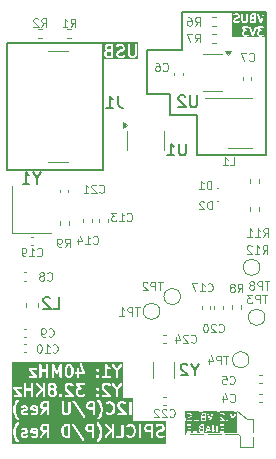
<source format=gbr>
%TF.GenerationSoftware,KiCad,Pcbnew,9.0.0*%
%TF.CreationDate,2025-02-28T21:47:31+01:00*%
%TF.ProjectId,ESP32S3_M.2_Board,45535033-3253-4335-9f4d-2e325f426f61,rev?*%
%TF.SameCoordinates,Original*%
%TF.FileFunction,Legend,Bot*%
%TF.FilePolarity,Positive*%
%FSLAX46Y46*%
G04 Gerber Fmt 4.6, Leading zero omitted, Abs format (unit mm)*
G04 Created by KiCad (PCBNEW 9.0.0) date 2025-02-28 21:47:31*
%MOMM*%
%LPD*%
G01*
G04 APERTURE LIST*
%ADD10C,0.150000*%
%ADD11C,0.100000*%
%ADD12C,0.200000*%
%ADD13C,0.120000*%
G04 APERTURE END LIST*
D10*
X239300000Y-104425000D02*
X233500000Y-104400000D01*
X233500000Y-101000000D01*
X231250000Y-101000000D01*
X231250000Y-99250000D01*
X229250000Y-99250000D01*
X229250000Y-95550000D01*
X232250000Y-95550000D01*
X232250000Y-92280000D01*
X239300000Y-92275000D01*
X239300000Y-104425000D01*
X217450000Y-94950000D02*
X225525000Y-94950000D01*
X225525000Y-105650000D01*
X217450000Y-105650000D01*
X217450000Y-94950000D01*
D11*
X232475000Y-126100000D02*
X233575000Y-126100000D01*
X233975000Y-126100000D02*
X235075000Y-126100000D01*
X235475000Y-126100000D02*
X236575000Y-126100000D01*
X236875000Y-126100000D02*
X237745960Y-126771884D01*
X237750000Y-126775000D02*
X238200000Y-126775000D01*
X238200000Y-126775000D02*
X238200000Y-127875000D01*
X238200000Y-128275000D02*
X238200000Y-129175000D01*
X238200000Y-129175000D02*
X237100000Y-129175000D01*
X237100000Y-129175000D02*
X237100000Y-128200000D01*
X237100000Y-128200000D02*
X237000000Y-128075000D01*
X237000000Y-128075000D02*
X235900000Y-128075000D01*
X235500000Y-128075000D02*
X234400000Y-128075000D01*
X234000000Y-128075000D02*
X232900000Y-128075000D01*
X232500000Y-128075000D02*
X232475000Y-128075000D01*
X232475000Y-128075000D02*
X232475000Y-126975000D01*
X232475000Y-126575000D02*
X232475000Y-126100000D01*
G36*
X234001502Y-127821371D02*
G01*
X233834734Y-127821371D01*
X233795406Y-127801707D01*
X233778309Y-127784609D01*
X233758645Y-127745281D01*
X233758645Y-127683174D01*
X233778309Y-127643845D01*
X233792797Y-127629358D01*
X233859616Y-127607085D01*
X234001502Y-127607085D01*
X234001502Y-127821371D01*
G37*
G36*
X234001502Y-127507085D02*
G01*
X233863305Y-127507085D01*
X233823977Y-127487421D01*
X233806880Y-127470324D01*
X233787217Y-127430997D01*
X233787217Y-127397460D01*
X233806882Y-127358129D01*
X233823977Y-127341035D01*
X233863305Y-127321371D01*
X234001502Y-127321371D01*
X234001502Y-127507085D01*
G37*
G36*
X234524989Y-127649942D02*
G01*
X234378017Y-127649942D01*
X234451502Y-127429484D01*
X234524989Y-127649942D01*
G37*
G36*
X234172931Y-126855405D02*
G01*
X234006163Y-126855405D01*
X233966835Y-126835741D01*
X233949738Y-126818643D01*
X233930074Y-126779315D01*
X233930074Y-126717208D01*
X233949738Y-126677879D01*
X233964226Y-126663392D01*
X234031045Y-126641119D01*
X234172931Y-126641119D01*
X234172931Y-126855405D01*
G37*
G36*
X234172931Y-126541119D02*
G01*
X234034734Y-126541119D01*
X233995406Y-126521455D01*
X233978309Y-126504358D01*
X233958646Y-126465031D01*
X233958646Y-126431494D01*
X233978311Y-126392163D01*
X233995406Y-126375069D01*
X234034734Y-126355405D01*
X234172931Y-126355405D01*
X234172931Y-126541119D01*
G37*
G36*
X236853884Y-127988038D02*
G01*
X232563408Y-127988038D01*
X232563408Y-127252237D01*
X232633880Y-127252237D01*
X232633880Y-127290505D01*
X232660940Y-127317565D01*
X232680074Y-127321371D01*
X232915788Y-127321371D01*
X232915788Y-127507085D01*
X232765788Y-127507085D01*
X232746654Y-127510891D01*
X232719594Y-127537951D01*
X232719594Y-127576219D01*
X232746654Y-127603279D01*
X232765788Y-127607085D01*
X232915788Y-127607085D01*
X232915788Y-127821371D01*
X232680074Y-127821371D01*
X232660940Y-127825177D01*
X232633880Y-127852237D01*
X232633880Y-127890505D01*
X232660940Y-127917565D01*
X232680074Y-127921371D01*
X232965788Y-127921371D01*
X232984922Y-127917565D01*
X233011982Y-127890505D01*
X233015788Y-127871371D01*
X233015788Y-127852237D01*
X233119594Y-127852237D01*
X233119594Y-127890505D01*
X233146654Y-127917565D01*
X233165788Y-127921371D01*
X233451502Y-127921371D01*
X233470636Y-127917565D01*
X233497696Y-127890505D01*
X233501502Y-127871371D01*
X233501502Y-127671371D01*
X233658645Y-127671371D01*
X233658645Y-127757085D01*
X233659133Y-127759541D01*
X233658771Y-127760630D01*
X233660887Y-127768357D01*
X233662451Y-127776219D01*
X233663262Y-127777030D01*
X233663924Y-127779446D01*
X233692496Y-127836589D01*
X233697407Y-127842917D01*
X233701861Y-127849583D01*
X233730432Y-127878155D01*
X233737096Y-127882608D01*
X233743428Y-127887522D01*
X233800571Y-127916093D01*
X233802986Y-127916754D01*
X233803797Y-127917565D01*
X233811657Y-127919128D01*
X233819387Y-127921245D01*
X233820474Y-127920882D01*
X233822931Y-127921371D01*
X234051502Y-127921371D01*
X234070636Y-127917565D01*
X234097696Y-127890505D01*
X234100797Y-127874915D01*
X234201629Y-127874915D01*
X234218743Y-127909144D01*
X234255047Y-127921245D01*
X234289276Y-127904131D01*
X234298937Y-127887182D01*
X234344684Y-127749942D01*
X234558322Y-127749942D01*
X234604069Y-127887183D01*
X234613730Y-127904131D01*
X234647959Y-127921246D01*
X234684263Y-127909144D01*
X234701377Y-127874916D01*
X234698937Y-127855560D01*
X234504207Y-127271371D01*
X234801502Y-127271371D01*
X234801502Y-127871371D01*
X234805308Y-127890505D01*
X234810162Y-127895359D01*
X234811970Y-127901986D01*
X234823214Y-127908411D01*
X234832368Y-127917565D01*
X234839234Y-127917565D01*
X234845196Y-127920972D01*
X234857689Y-127917565D01*
X234870636Y-127917565D01*
X234875490Y-127912710D01*
X234882117Y-127910903D01*
X234894914Y-127896178D01*
X235144359Y-127459649D01*
X235144359Y-127871371D01*
X235148165Y-127890505D01*
X235175225Y-127917565D01*
X235213493Y-127917565D01*
X235240553Y-127890505D01*
X235244359Y-127871371D01*
X235244359Y-127271371D01*
X235240553Y-127252237D01*
X235405308Y-127252237D01*
X235405308Y-127290505D01*
X235432368Y-127317565D01*
X235451502Y-127321371D01*
X235687216Y-127321371D01*
X235687216Y-127507085D01*
X235537216Y-127507085D01*
X235518082Y-127510891D01*
X235491022Y-127537951D01*
X235491022Y-127576219D01*
X235518082Y-127603279D01*
X235537216Y-127607085D01*
X235687216Y-127607085D01*
X235687216Y-127821371D01*
X235451502Y-127821371D01*
X235432368Y-127825177D01*
X235405308Y-127852237D01*
X235405308Y-127890505D01*
X235432368Y-127917565D01*
X235451502Y-127921371D01*
X235737216Y-127921371D01*
X235756350Y-127917565D01*
X235783410Y-127890505D01*
X235787216Y-127871371D01*
X235787216Y-127271371D01*
X235783410Y-127252237D01*
X235756350Y-127225177D01*
X235737216Y-127221371D01*
X235451502Y-127221371D01*
X235432368Y-127225177D01*
X235405308Y-127252237D01*
X235240553Y-127252237D01*
X235235698Y-127247382D01*
X235233891Y-127240756D01*
X235222646Y-127234330D01*
X235213493Y-127225177D01*
X235206627Y-127225177D01*
X235200665Y-127221770D01*
X235188173Y-127225177D01*
X235175225Y-127225177D01*
X235170369Y-127230032D01*
X235163745Y-127231839D01*
X235150947Y-127246564D01*
X234901502Y-127683092D01*
X234901502Y-127271371D01*
X234897696Y-127252237D01*
X234870636Y-127225177D01*
X234832368Y-127225177D01*
X234805308Y-127252237D01*
X234801502Y-127271371D01*
X234504207Y-127271371D01*
X234498937Y-127255560D01*
X234489276Y-127238611D01*
X234485934Y-127236940D01*
X234484263Y-127233598D01*
X234469220Y-127228583D01*
X234455047Y-127221497D01*
X234451504Y-127222677D01*
X234447959Y-127221496D01*
X234433779Y-127228585D01*
X234418743Y-127233598D01*
X234417072Y-127236939D01*
X234413730Y-127238611D01*
X234404069Y-127255559D01*
X234204069Y-127855560D01*
X234201629Y-127874915D01*
X234100797Y-127874915D01*
X234101502Y-127871371D01*
X234101502Y-127271371D01*
X234097696Y-127252237D01*
X234070636Y-127225177D01*
X234051502Y-127221371D01*
X233851502Y-127221371D01*
X233849045Y-127221859D01*
X233847958Y-127221497D01*
X233840233Y-127223612D01*
X233832368Y-127225177D01*
X233831556Y-127225988D01*
X233829142Y-127226650D01*
X233771999Y-127255221D01*
X233765664Y-127260136D01*
X233759005Y-127264587D01*
X233730433Y-127293159D01*
X233725982Y-127299818D01*
X233721067Y-127306153D01*
X233692495Y-127363297D01*
X233691833Y-127365712D01*
X233691023Y-127366523D01*
X233689459Y-127374383D01*
X233687343Y-127382113D01*
X233687705Y-127383200D01*
X233687217Y-127385657D01*
X233687217Y-127442800D01*
X233687705Y-127445256D01*
X233687343Y-127446345D01*
X233689459Y-127454072D01*
X233691023Y-127461934D01*
X233691834Y-127462745D01*
X233692496Y-127465161D01*
X233721067Y-127522303D01*
X233725982Y-127528637D01*
X233730433Y-127535297D01*
X233739392Y-127544256D01*
X233733028Y-127547884D01*
X233732514Y-127548910D01*
X233730432Y-127550302D01*
X233701862Y-127578873D01*
X233697411Y-127585532D01*
X233692496Y-127591867D01*
X233663924Y-127649010D01*
X233663262Y-127651425D01*
X233662451Y-127652237D01*
X233660887Y-127660098D01*
X233658771Y-127667826D01*
X233659133Y-127668914D01*
X233658645Y-127671371D01*
X233501502Y-127671371D01*
X233501502Y-127271371D01*
X233497696Y-127252237D01*
X233470636Y-127225177D01*
X233432368Y-127225177D01*
X233405308Y-127252237D01*
X233401502Y-127271371D01*
X233401502Y-127821371D01*
X233165788Y-127821371D01*
X233146654Y-127825177D01*
X233119594Y-127852237D01*
X233015788Y-127852237D01*
X233015788Y-127271371D01*
X233011982Y-127252237D01*
X232984922Y-127225177D01*
X232965788Y-127221371D01*
X232680074Y-127221371D01*
X232660940Y-127225177D01*
X232633880Y-127252237D01*
X232563408Y-127252237D01*
X232563408Y-126733976D01*
X232630075Y-126733976D01*
X232630075Y-126791119D01*
X232630563Y-126793575D01*
X232630201Y-126794663D01*
X232632317Y-126802392D01*
X232633881Y-126810253D01*
X232634691Y-126811063D01*
X232635353Y-126813479D01*
X232663925Y-126870623D01*
X232668840Y-126876957D01*
X232673291Y-126883617D01*
X232701863Y-126912189D01*
X232708522Y-126916639D01*
X232714857Y-126921555D01*
X232772000Y-126950126D01*
X232774414Y-126950787D01*
X232775226Y-126951599D01*
X232783091Y-126953163D01*
X232790816Y-126955279D01*
X232791903Y-126954916D01*
X232794360Y-126955405D01*
X232937218Y-126955405D01*
X232945080Y-126953841D01*
X232953029Y-126952839D01*
X233038743Y-126924268D01*
X233055691Y-126914607D01*
X233072806Y-126880379D01*
X233060705Y-126844074D01*
X233026476Y-126826960D01*
X233007120Y-126829400D01*
X232929105Y-126855405D01*
X232806163Y-126855405D01*
X232766835Y-126835741D01*
X232749740Y-126818646D01*
X232730075Y-126779315D01*
X232730075Y-126745778D01*
X232749738Y-126706451D01*
X232766835Y-126689355D01*
X232811811Y-126666866D01*
X232920773Y-126639626D01*
X232925722Y-126637287D01*
X232931006Y-126635841D01*
X232988150Y-126607269D01*
X232994478Y-126602357D01*
X233001145Y-126597903D01*
X233029716Y-126569331D01*
X233034169Y-126562665D01*
X233039081Y-126556337D01*
X233067653Y-126499195D01*
X233068314Y-126496779D01*
X233069126Y-126495968D01*
X233070689Y-126488106D01*
X233072806Y-126480379D01*
X233072443Y-126479290D01*
X233072932Y-126476834D01*
X233072932Y-126419691D01*
X233072443Y-126417234D01*
X233072806Y-126416146D01*
X233070689Y-126408418D01*
X233069126Y-126400557D01*
X233068314Y-126399745D01*
X233067653Y-126397330D01*
X233039081Y-126340187D01*
X233034169Y-126333858D01*
X233029716Y-126327193D01*
X233007929Y-126305405D01*
X233230074Y-126305405D01*
X233230074Y-126791119D01*
X233230562Y-126793575D01*
X233230200Y-126794664D01*
X233232316Y-126802391D01*
X233233880Y-126810253D01*
X233234691Y-126811064D01*
X233235353Y-126813480D01*
X233263925Y-126870623D01*
X233268836Y-126876951D01*
X233273290Y-126883617D01*
X233301861Y-126912189D01*
X233308525Y-126916642D01*
X233314857Y-126921556D01*
X233372000Y-126950127D01*
X233374415Y-126950788D01*
X233375226Y-126951599D01*
X233383086Y-126953162D01*
X233390816Y-126955279D01*
X233391903Y-126954916D01*
X233394360Y-126955405D01*
X233508646Y-126955405D01*
X233511102Y-126954916D01*
X233512190Y-126955279D01*
X233519919Y-126953162D01*
X233527780Y-126951599D01*
X233528590Y-126950788D01*
X233531006Y-126950127D01*
X233588150Y-126921555D01*
X233594478Y-126916643D01*
X233601145Y-126912189D01*
X233629716Y-126883617D01*
X233634170Y-126876950D01*
X233639082Y-126870622D01*
X233667653Y-126813479D01*
X233668314Y-126811063D01*
X233669125Y-126810253D01*
X233670688Y-126802392D01*
X233672805Y-126794663D01*
X233672442Y-126793575D01*
X233672931Y-126791119D01*
X233672931Y-126705405D01*
X233830074Y-126705405D01*
X233830074Y-126791119D01*
X233830562Y-126793575D01*
X233830200Y-126794664D01*
X233832316Y-126802391D01*
X233833880Y-126810253D01*
X233834691Y-126811064D01*
X233835353Y-126813480D01*
X233863925Y-126870623D01*
X233868836Y-126876951D01*
X233873290Y-126883617D01*
X233901861Y-126912189D01*
X233908525Y-126916642D01*
X233914857Y-126921556D01*
X233972000Y-126950127D01*
X233974415Y-126950788D01*
X233975226Y-126951599D01*
X233983086Y-126953162D01*
X233990816Y-126955279D01*
X233991903Y-126954916D01*
X233994360Y-126955405D01*
X234222931Y-126955405D01*
X234242065Y-126951599D01*
X234269125Y-126924539D01*
X234272931Y-126905405D01*
X234272931Y-126305405D01*
X234272226Y-126301861D01*
X234373058Y-126301861D01*
X234375498Y-126321216D01*
X234575498Y-126921217D01*
X234585159Y-126938165D01*
X234588501Y-126939836D01*
X234590172Y-126943178D01*
X234605208Y-126948190D01*
X234619388Y-126955280D01*
X234622933Y-126954098D01*
X234626476Y-126955279D01*
X234640649Y-126948192D01*
X234655692Y-126943178D01*
X234657363Y-126939835D01*
X234660705Y-126938165D01*
X234670366Y-126921216D01*
X234837541Y-126419691D01*
X235401504Y-126419691D01*
X235401504Y-126476834D01*
X235403067Y-126484696D01*
X235404070Y-126492645D01*
X235432641Y-126578359D01*
X235433881Y-126580534D01*
X235433881Y-126581682D01*
X235438334Y-126588346D01*
X235442302Y-126595307D01*
X235443328Y-126595820D01*
X235444720Y-126597903D01*
X235702222Y-126855405D01*
X235451504Y-126855405D01*
X235432370Y-126859211D01*
X235405310Y-126886271D01*
X235405310Y-126924539D01*
X235432370Y-126951599D01*
X235451504Y-126955405D01*
X235822932Y-126955405D01*
X235842066Y-126951599D01*
X235869126Y-126924539D01*
X235869126Y-126886271D01*
X235869125Y-126886270D01*
X235858287Y-126870050D01*
X235845937Y-126857700D01*
X235976738Y-126857700D01*
X235976738Y-126895969D01*
X235976740Y-126895971D01*
X235987577Y-126912189D01*
X236016147Y-126940760D01*
X236032368Y-126951599D01*
X236032369Y-126951599D01*
X236070637Y-126951599D01*
X236086858Y-126940761D01*
X236115430Y-126912190D01*
X236126268Y-126895969D01*
X236126269Y-126895968D01*
X236126269Y-126857700D01*
X236115430Y-126841479D01*
X236086858Y-126812907D01*
X236070637Y-126802068D01*
X236032369Y-126802068D01*
X236032368Y-126802069D01*
X236016147Y-126812907D01*
X235987576Y-126841479D01*
X235976738Y-126857700D01*
X235845937Y-126857700D01*
X235523777Y-126535540D01*
X235501504Y-126468721D01*
X235501504Y-126431494D01*
X235521169Y-126392163D01*
X235538264Y-126375069D01*
X235577592Y-126355405D01*
X235696844Y-126355405D01*
X235736171Y-126375068D01*
X235759006Y-126397903D01*
X235775227Y-126408742D01*
X235813495Y-126408742D01*
X235840555Y-126381682D01*
X235840555Y-126343414D01*
X235829716Y-126327193D01*
X235807928Y-126305405D01*
X236287217Y-126305405D01*
X236287217Y-126905405D01*
X236291023Y-126924539D01*
X236318083Y-126951599D01*
X236356351Y-126951599D01*
X236383411Y-126924539D01*
X236387217Y-126905405D01*
X236387217Y-126530782D01*
X236491908Y-126755120D01*
X236499530Y-126765509D01*
X236500343Y-126767745D01*
X236501600Y-126768331D01*
X236503448Y-126770850D01*
X236519520Y-126776694D01*
X236535021Y-126783928D01*
X236537217Y-126783129D01*
X236539413Y-126783928D01*
X236554913Y-126776694D01*
X236570986Y-126770850D01*
X236572833Y-126768331D01*
X236574091Y-126767745D01*
X236574903Y-126765509D01*
X236582526Y-126755120D01*
X236687217Y-126530782D01*
X236687217Y-126905405D01*
X236691023Y-126924539D01*
X236718083Y-126951599D01*
X236756351Y-126951599D01*
X236783411Y-126924539D01*
X236787217Y-126905405D01*
X236787217Y-126305405D01*
X236783411Y-126286271D01*
X236777128Y-126279988D01*
X236774091Y-126271636D01*
X236764125Y-126266985D01*
X236756351Y-126259211D01*
X236747466Y-126259211D01*
X236739413Y-126255453D01*
X236729078Y-126259211D01*
X236718083Y-126259211D01*
X236711800Y-126265493D01*
X236703448Y-126268531D01*
X236691908Y-126284261D01*
X236537217Y-126615741D01*
X236382526Y-126284261D01*
X236370986Y-126268531D01*
X236362633Y-126265493D01*
X236356351Y-126259211D01*
X236345356Y-126259211D01*
X236335021Y-126255453D01*
X236326968Y-126259211D01*
X236318083Y-126259211D01*
X236310308Y-126266985D01*
X236300343Y-126271636D01*
X236297305Y-126279988D01*
X236291023Y-126286271D01*
X236287217Y-126305405D01*
X235807928Y-126305405D01*
X235801144Y-126298621D01*
X235794484Y-126294170D01*
X235788150Y-126289255D01*
X235731008Y-126260684D01*
X235728592Y-126260022D01*
X235727781Y-126259211D01*
X235719919Y-126257647D01*
X235712192Y-126255531D01*
X235711103Y-126255893D01*
X235708647Y-126255405D01*
X235565789Y-126255405D01*
X235563332Y-126255893D01*
X235562245Y-126255531D01*
X235554520Y-126257646D01*
X235546655Y-126259211D01*
X235545843Y-126260022D01*
X235543429Y-126260684D01*
X235486286Y-126289255D01*
X235479951Y-126294170D01*
X235473292Y-126298621D01*
X235444720Y-126327193D01*
X235440269Y-126333852D01*
X235435354Y-126340187D01*
X235406782Y-126397331D01*
X235406120Y-126399746D01*
X235405310Y-126400557D01*
X235403746Y-126408417D01*
X235401630Y-126416147D01*
X235401992Y-126417234D01*
X235401504Y-126419691D01*
X234837541Y-126419691D01*
X234870366Y-126321216D01*
X234872806Y-126301860D01*
X234855692Y-126267632D01*
X234819388Y-126255530D01*
X234785159Y-126272645D01*
X234775498Y-126289593D01*
X234622931Y-126747291D01*
X234470366Y-126289594D01*
X234460705Y-126272645D01*
X234426476Y-126255531D01*
X234390172Y-126267632D01*
X234373058Y-126301861D01*
X234272226Y-126301861D01*
X234269125Y-126286271D01*
X234242065Y-126259211D01*
X234222931Y-126255405D01*
X234022931Y-126255405D01*
X234020474Y-126255893D01*
X234019387Y-126255531D01*
X234011662Y-126257646D01*
X234003797Y-126259211D01*
X234002985Y-126260022D01*
X234000571Y-126260684D01*
X233943428Y-126289255D01*
X233937093Y-126294170D01*
X233930434Y-126298621D01*
X233901862Y-126327193D01*
X233897411Y-126333852D01*
X233892496Y-126340187D01*
X233863924Y-126397331D01*
X233863262Y-126399746D01*
X233862452Y-126400557D01*
X233860888Y-126408417D01*
X233858772Y-126416147D01*
X233859134Y-126417234D01*
X233858646Y-126419691D01*
X233858646Y-126476834D01*
X233859134Y-126479290D01*
X233858772Y-126480379D01*
X233860888Y-126488106D01*
X233862452Y-126495968D01*
X233863263Y-126496779D01*
X233863925Y-126499195D01*
X233892496Y-126556337D01*
X233897411Y-126562671D01*
X233901862Y-126569331D01*
X233910821Y-126578290D01*
X233904457Y-126581918D01*
X233903943Y-126582944D01*
X233901861Y-126584336D01*
X233873291Y-126612907D01*
X233868840Y-126619566D01*
X233863925Y-126625901D01*
X233835353Y-126683044D01*
X233834691Y-126685459D01*
X233833880Y-126686271D01*
X233832316Y-126694132D01*
X233830200Y-126701860D01*
X233830562Y-126702948D01*
X233830074Y-126705405D01*
X233672931Y-126705405D01*
X233672931Y-126305405D01*
X233669125Y-126286271D01*
X233642065Y-126259211D01*
X233603797Y-126259211D01*
X233576737Y-126286271D01*
X233572931Y-126305405D01*
X233572931Y-126779316D01*
X233553266Y-126818644D01*
X233536170Y-126835741D01*
X233496842Y-126855405D01*
X233406163Y-126855405D01*
X233366835Y-126835741D01*
X233349738Y-126818643D01*
X233330074Y-126779315D01*
X233330074Y-126305405D01*
X233326268Y-126286271D01*
X233299208Y-126259211D01*
X233260940Y-126259211D01*
X233233880Y-126286271D01*
X233230074Y-126305405D01*
X233007929Y-126305405D01*
X233001145Y-126298621D01*
X232994478Y-126294166D01*
X232988150Y-126289255D01*
X232931006Y-126260683D01*
X232928590Y-126260021D01*
X232927780Y-126259211D01*
X232919919Y-126257647D01*
X232912190Y-126255531D01*
X232911102Y-126255893D01*
X232908646Y-126255405D01*
X232765789Y-126255405D01*
X232757927Y-126256968D01*
X232749977Y-126257971D01*
X232664264Y-126286542D01*
X232647315Y-126296203D01*
X232630201Y-126330432D01*
X232642302Y-126366736D01*
X232676531Y-126383850D01*
X232695886Y-126381410D01*
X232773902Y-126355405D01*
X232896842Y-126355405D01*
X232936170Y-126375068D01*
X232953267Y-126392166D01*
X232972932Y-126431494D01*
X232972932Y-126465030D01*
X232953268Y-126504357D01*
X232936170Y-126521455D01*
X232891193Y-126543943D01*
X232782233Y-126571184D01*
X232777278Y-126573524D01*
X232772000Y-126574970D01*
X232714857Y-126603541D01*
X232708522Y-126608456D01*
X232701863Y-126612907D01*
X232673291Y-126641479D01*
X232668840Y-126648138D01*
X232663925Y-126654473D01*
X232635354Y-126711615D01*
X232634692Y-126714030D01*
X232633881Y-126714842D01*
X232632317Y-126722703D01*
X232630201Y-126730431D01*
X232630563Y-126731519D01*
X232630075Y-126733976D01*
X232563408Y-126733976D01*
X232563408Y-126188738D01*
X236853884Y-126188738D01*
X236853884Y-127988038D01*
G37*
D12*
G36*
X221367280Y-124356846D02*
G01*
X221391949Y-124381514D01*
X221421754Y-124441124D01*
X221421754Y-124584386D01*
X221391949Y-124643994D01*
X221367280Y-124668664D01*
X221307671Y-124698470D01*
X221164409Y-124698470D01*
X221104799Y-124668665D01*
X221080132Y-124643997D01*
X221050326Y-124584385D01*
X221050326Y-124441124D01*
X221080131Y-124381514D01*
X221104799Y-124356845D01*
X221164409Y-124327041D01*
X221307671Y-124327041D01*
X221367280Y-124356846D01*
G37*
G36*
X221367280Y-123928275D02*
G01*
X221391949Y-123952943D01*
X221421754Y-124012553D01*
X221421754Y-124012958D01*
X221391949Y-124072567D01*
X221367280Y-124097235D01*
X221307671Y-124127041D01*
X221164409Y-124127041D01*
X221104799Y-124097236D01*
X221080131Y-124072567D01*
X221050326Y-124012957D01*
X221050326Y-124012553D01*
X221080131Y-123952943D01*
X221104799Y-123928274D01*
X221164409Y-123898470D01*
X221307671Y-123898470D01*
X221367280Y-123928275D01*
G37*
G36*
X222748232Y-122318331D02*
G01*
X222772901Y-122342999D01*
X222808354Y-122413906D01*
X222850325Y-122581787D01*
X222850325Y-122795263D01*
X222808354Y-122963144D01*
X222772901Y-123034050D01*
X222748232Y-123058720D01*
X222688623Y-123088526D01*
X222640599Y-123088526D01*
X222580989Y-123058721D01*
X222556322Y-123034053D01*
X222520867Y-122963144D01*
X222478897Y-122795263D01*
X222478897Y-122581788D01*
X222520867Y-122413906D01*
X222556321Y-122342999D01*
X222580989Y-122318330D01*
X222640599Y-122288526D01*
X222688623Y-122288526D01*
X222748232Y-122318331D01*
G37*
G36*
X227256649Y-125009581D02*
G01*
X217834749Y-125009581D01*
X217834749Y-124139487D01*
X217945860Y-124139487D01*
X217947485Y-124145284D01*
X217947485Y-124151312D01*
X217952708Y-124163921D01*
X217956390Y-124177058D01*
X217961408Y-124184926D01*
X217962417Y-124187360D01*
X217963920Y-124188863D01*
X217966932Y-124193585D01*
X218363627Y-124698470D01*
X218045564Y-124698470D01*
X218026055Y-124700391D01*
X217990007Y-124715323D01*
X217962417Y-124742913D01*
X217947485Y-124778961D01*
X217947485Y-124817979D01*
X217962417Y-124854027D01*
X217990007Y-124881617D01*
X218026055Y-124896549D01*
X218045564Y-124898470D01*
X218569373Y-124898470D01*
X218574948Y-124897920D01*
X218577057Y-124898174D01*
X218579590Y-124897463D01*
X218588882Y-124896549D01*
X218601491Y-124891325D01*
X218614628Y-124887644D01*
X218619364Y-124883922D01*
X218624930Y-124881617D01*
X218634576Y-124871970D01*
X218645309Y-124863538D01*
X218648261Y-124858285D01*
X218652520Y-124854027D01*
X218657742Y-124841419D01*
X218664428Y-124829526D01*
X218665145Y-124823547D01*
X218667452Y-124817979D01*
X218667452Y-124804327D01*
X218669077Y-124790786D01*
X218667452Y-124784988D01*
X218667452Y-124778961D01*
X218662228Y-124766351D01*
X218658547Y-124753215D01*
X218653528Y-124745346D01*
X218652520Y-124742913D01*
X218651017Y-124741410D01*
X218648005Y-124736688D01*
X218251310Y-124231803D01*
X218569373Y-124231803D01*
X218588882Y-124229882D01*
X218624930Y-124214950D01*
X218652520Y-124187360D01*
X218667452Y-124151312D01*
X218667452Y-124112294D01*
X218652520Y-124076246D01*
X218624930Y-124048656D01*
X218588882Y-124033724D01*
X218569373Y-124031803D01*
X218045564Y-124031803D01*
X218039988Y-124032352D01*
X218037880Y-124032099D01*
X218035346Y-124032809D01*
X218026055Y-124033724D01*
X218013445Y-124038947D01*
X218000309Y-124042629D01*
X217995572Y-124046350D01*
X217990007Y-124048656D01*
X217980360Y-124058302D01*
X217969628Y-124066735D01*
X217966675Y-124071987D01*
X217962417Y-124076246D01*
X217957194Y-124088853D01*
X217950509Y-124100747D01*
X217949791Y-124106725D01*
X217947485Y-124112294D01*
X217947485Y-124125945D01*
X217945860Y-124139487D01*
X217834749Y-124139487D01*
X217834749Y-123798470D01*
X218850326Y-123798470D01*
X218850326Y-124798470D01*
X218852247Y-124817979D01*
X218867179Y-124854027D01*
X218894769Y-124881617D01*
X218930817Y-124896549D01*
X218969835Y-124896549D01*
X219005883Y-124881617D01*
X219033473Y-124854027D01*
X219048405Y-124817979D01*
X219050326Y-124798470D01*
X219050326Y-124374660D01*
X219421754Y-124374660D01*
X219421754Y-124798470D01*
X219423675Y-124817979D01*
X219438607Y-124854027D01*
X219466197Y-124881617D01*
X219502245Y-124896549D01*
X219541263Y-124896549D01*
X219577311Y-124881617D01*
X219604901Y-124854027D01*
X219619833Y-124817979D01*
X219621754Y-124798470D01*
X219621754Y-124793027D01*
X219850474Y-124793027D01*
X219855992Y-124831653D01*
X219875871Y-124865228D01*
X219907086Y-124888639D01*
X219944883Y-124898322D01*
X219983509Y-124892804D01*
X220017084Y-124872925D01*
X220030326Y-124858470D01*
X220389716Y-124379282D01*
X220421754Y-124411320D01*
X220421754Y-124798470D01*
X220423675Y-124817979D01*
X220438607Y-124854027D01*
X220466197Y-124881617D01*
X220502245Y-124896549D01*
X220541263Y-124896549D01*
X220577311Y-124881617D01*
X220604901Y-124854027D01*
X220619833Y-124817979D01*
X220621754Y-124798470D01*
X220621754Y-123988946D01*
X220850326Y-123988946D01*
X220850326Y-124036565D01*
X220852247Y-124056074D01*
X220853622Y-124059394D01*
X220853877Y-124062978D01*
X220860883Y-124081286D01*
X220908502Y-124176524D01*
X220913787Y-124184920D01*
X220914798Y-124187360D01*
X220917051Y-124190106D01*
X220918945Y-124193114D01*
X220920939Y-124194843D01*
X220927234Y-124202514D01*
X220951761Y-124227041D01*
X220927234Y-124251568D01*
X220920939Y-124259238D01*
X220918945Y-124260968D01*
X220917051Y-124263975D01*
X220914798Y-124266722D01*
X220913787Y-124269161D01*
X220908502Y-124277558D01*
X220860883Y-124372796D01*
X220853877Y-124391104D01*
X220853622Y-124394687D01*
X220852247Y-124398008D01*
X220850326Y-124417517D01*
X220850326Y-124607993D01*
X220852247Y-124627502D01*
X220853622Y-124630822D01*
X220853877Y-124634406D01*
X220860883Y-124652714D01*
X220908502Y-124747952D01*
X220913785Y-124756344D01*
X220914797Y-124758788D01*
X220917053Y-124761537D01*
X220918945Y-124764542D01*
X220920939Y-124766271D01*
X220927234Y-124773941D01*
X220974852Y-124821561D01*
X220982520Y-124827854D01*
X220984252Y-124829851D01*
X220987260Y-124831744D01*
X220990006Y-124833998D01*
X220992446Y-124835008D01*
X221000843Y-124840294D01*
X221096080Y-124887913D01*
X221114389Y-124894919D01*
X221117972Y-124895173D01*
X221121293Y-124896549D01*
X221140802Y-124898470D01*
X221331278Y-124898470D01*
X221350787Y-124896549D01*
X221354107Y-124895173D01*
X221357691Y-124894919D01*
X221375999Y-124887913D01*
X221471237Y-124840294D01*
X221479632Y-124835009D01*
X221482074Y-124833998D01*
X221484821Y-124831742D01*
X221487827Y-124829851D01*
X221489557Y-124827856D01*
X221497227Y-124821561D01*
X221544846Y-124773941D01*
X221551138Y-124766274D01*
X221553135Y-124764543D01*
X221555028Y-124761535D01*
X221557283Y-124758788D01*
X221558294Y-124756346D01*
X221563578Y-124747952D01*
X221571883Y-124731342D01*
X221804627Y-124731342D01*
X221804627Y-124770360D01*
X221811090Y-124785963D01*
X221819559Y-124806409D01*
X221819563Y-124806413D01*
X221831995Y-124821562D01*
X221879614Y-124869180D01*
X221894767Y-124881617D01*
X221903770Y-124885346D01*
X221930816Y-124896549D01*
X221969834Y-124896549D01*
X222005882Y-124881617D01*
X222021036Y-124869181D01*
X222068654Y-124821562D01*
X222081091Y-124806409D01*
X222087843Y-124790107D01*
X222096022Y-124770361D01*
X222096023Y-124731343D01*
X222081092Y-124695294D01*
X222068655Y-124680141D01*
X222021036Y-124632521D01*
X222005883Y-124620084D01*
X221990951Y-124613899D01*
X221969834Y-124605152D01*
X221930816Y-124605152D01*
X221920258Y-124609525D01*
X221894768Y-124620083D01*
X221894767Y-124620084D01*
X221879613Y-124632521D01*
X221831995Y-124680141D01*
X221819558Y-124695294D01*
X221809545Y-124719470D01*
X221804627Y-124731342D01*
X221571883Y-124731342D01*
X221611197Y-124652715D01*
X221618203Y-124634406D01*
X221618457Y-124630822D01*
X221619833Y-124627502D01*
X221621754Y-124607993D01*
X221621754Y-124417517D01*
X221619833Y-124398008D01*
X221618457Y-124394687D01*
X221618203Y-124391104D01*
X221611197Y-124372795D01*
X221563578Y-124277558D01*
X221558292Y-124269161D01*
X221557282Y-124266721D01*
X221555028Y-124263975D01*
X221553135Y-124260967D01*
X221551137Y-124259234D01*
X221544845Y-124251568D01*
X221520318Y-124227041D01*
X221544845Y-124202514D01*
X221551137Y-124194847D01*
X221553135Y-124193115D01*
X221555028Y-124190106D01*
X221557282Y-124187361D01*
X221558292Y-124184920D01*
X221563578Y-124176524D01*
X221611197Y-124081287D01*
X221618203Y-124062978D01*
X221618457Y-124059394D01*
X221619833Y-124056074D01*
X221621754Y-124036565D01*
X221621754Y-123988946D01*
X222278897Y-123988946D01*
X222278897Y-124084184D01*
X222279869Y-124094057D01*
X222279682Y-124096691D01*
X222280469Y-124100154D01*
X222280818Y-124103693D01*
X222281829Y-124106135D01*
X222284029Y-124115807D01*
X222331648Y-124258663D01*
X222339639Y-124276564D01*
X222341994Y-124279279D01*
X222343369Y-124282598D01*
X222355805Y-124297752D01*
X222756522Y-124698470D01*
X222378897Y-124698470D01*
X222359388Y-124700391D01*
X222323340Y-124715323D01*
X222295750Y-124742913D01*
X222280818Y-124778961D01*
X222280818Y-124817979D01*
X222295750Y-124854027D01*
X222323340Y-124881617D01*
X222359388Y-124896549D01*
X222378897Y-124898470D01*
X222997944Y-124898470D01*
X223017453Y-124896549D01*
X223053501Y-124881617D01*
X223081091Y-124854027D01*
X223096023Y-124817979D01*
X223096023Y-124778961D01*
X223081091Y-124742913D01*
X223081090Y-124742912D01*
X223068655Y-124727759D01*
X222710795Y-124369898D01*
X223231278Y-124369898D01*
X223231278Y-124607993D01*
X223233199Y-124627502D01*
X223234574Y-124630822D01*
X223234829Y-124634406D01*
X223241835Y-124652714D01*
X223289454Y-124747952D01*
X223294737Y-124756344D01*
X223295749Y-124758788D01*
X223298005Y-124761537D01*
X223299897Y-124764542D01*
X223301891Y-124766271D01*
X223308186Y-124773941D01*
X223355804Y-124821561D01*
X223363472Y-124827854D01*
X223365204Y-124829851D01*
X223368212Y-124831744D01*
X223370958Y-124833998D01*
X223373398Y-124835008D01*
X223381795Y-124840294D01*
X223477032Y-124887913D01*
X223495341Y-124894919D01*
X223498924Y-124895173D01*
X223502245Y-124896549D01*
X223521754Y-124898470D01*
X223807468Y-124898470D01*
X223826977Y-124896549D01*
X223830297Y-124895173D01*
X223833881Y-124894919D01*
X223852189Y-124887913D01*
X223947427Y-124840294D01*
X223955822Y-124835009D01*
X223958264Y-124833998D01*
X223961011Y-124831742D01*
X223964017Y-124829851D01*
X223965747Y-124827856D01*
X223973417Y-124821561D01*
X224021036Y-124773941D01*
X224033473Y-124758788D01*
X224044841Y-124731342D01*
X224947484Y-124731342D01*
X224947484Y-124770360D01*
X224953947Y-124785963D01*
X224962416Y-124806409D01*
X224962420Y-124806413D01*
X224974852Y-124821562D01*
X225022471Y-124869180D01*
X225037624Y-124881617D01*
X225046627Y-124885346D01*
X225073673Y-124896549D01*
X225112691Y-124896549D01*
X225148739Y-124881617D01*
X225163893Y-124869181D01*
X225211511Y-124821562D01*
X225223948Y-124806409D01*
X225230700Y-124790107D01*
X225238879Y-124770361D01*
X225238880Y-124731343D01*
X225223949Y-124695294D01*
X225211512Y-124680141D01*
X225163893Y-124632521D01*
X225148740Y-124620084D01*
X225133808Y-124613899D01*
X225112691Y-124605152D01*
X225073673Y-124605152D01*
X225063115Y-124609525D01*
X225037625Y-124620083D01*
X225037624Y-124620084D01*
X225022470Y-124632521D01*
X224974852Y-124680141D01*
X224962415Y-124695294D01*
X224952402Y-124719470D01*
X224947484Y-124731342D01*
X224044841Y-124731342D01*
X224048404Y-124722739D01*
X224048403Y-124683721D01*
X224033472Y-124647673D01*
X224005881Y-124620083D01*
X223969833Y-124605152D01*
X223930815Y-124605153D01*
X223894767Y-124620084D01*
X223879613Y-124632521D01*
X223843470Y-124668664D01*
X223783861Y-124698470D01*
X223545361Y-124698470D01*
X223485751Y-124668665D01*
X223461084Y-124643997D01*
X223431278Y-124584385D01*
X223431278Y-124393505D01*
X223461083Y-124333895D01*
X223485751Y-124309226D01*
X223545361Y-124279422D01*
X223664611Y-124279422D01*
X223674928Y-124278406D01*
X223677553Y-124278581D01*
X223679360Y-124277969D01*
X223684120Y-124277501D01*
X223699123Y-124271286D01*
X223714515Y-124266081D01*
X223717054Y-124263858D01*
X223720168Y-124262569D01*
X223731645Y-124251091D01*
X223743879Y-124240387D01*
X223745374Y-124237362D01*
X223747758Y-124234979D01*
X223753972Y-124219977D01*
X223760127Y-124207532D01*
X224947484Y-124207532D01*
X224947484Y-124246550D01*
X224962416Y-124282598D01*
X224974852Y-124297752D01*
X225022471Y-124345370D01*
X225037624Y-124357807D01*
X225046627Y-124361536D01*
X225073673Y-124372739D01*
X225112691Y-124372739D01*
X225148739Y-124357807D01*
X225163893Y-124345371D01*
X225211511Y-124297752D01*
X225223948Y-124282599D01*
X225238879Y-124246550D01*
X225238879Y-124207532D01*
X225236019Y-124200628D01*
X225223948Y-124171483D01*
X225211511Y-124156330D01*
X225163893Y-124108711D01*
X225148739Y-124096275D01*
X225112691Y-124081343D01*
X225073673Y-124081343D01*
X225048182Y-124091901D01*
X225037624Y-124096275D01*
X225022471Y-124108712D01*
X224974852Y-124156330D01*
X224962417Y-124171483D01*
X224962416Y-124171484D01*
X224947484Y-124207532D01*
X223760127Y-124207532D01*
X223761175Y-124205412D01*
X223761399Y-124202046D01*
X223762690Y-124198931D01*
X223762690Y-124182682D01*
X223763770Y-124166480D01*
X223762690Y-124163286D01*
X223762690Y-124159913D01*
X223756474Y-124144907D01*
X223751270Y-124129519D01*
X223748488Y-124125628D01*
X223747758Y-124123865D01*
X223745898Y-124122005D01*
X223739869Y-124113572D01*
X223630821Y-123988946D01*
X225421754Y-123988946D01*
X225421754Y-124084184D01*
X225422726Y-124094057D01*
X225422539Y-124096691D01*
X225423326Y-124100154D01*
X225423675Y-124103693D01*
X225424686Y-124106135D01*
X225426886Y-124115807D01*
X225474505Y-124258663D01*
X225482496Y-124276564D01*
X225484851Y-124279279D01*
X225486226Y-124282598D01*
X225498662Y-124297752D01*
X225899379Y-124698470D01*
X225521754Y-124698470D01*
X225502245Y-124700391D01*
X225466197Y-124715323D01*
X225438607Y-124742913D01*
X225423675Y-124778961D01*
X225423675Y-124817979D01*
X225438607Y-124854027D01*
X225466197Y-124881617D01*
X225502245Y-124896549D01*
X225521754Y-124898470D01*
X226140801Y-124898470D01*
X226160310Y-124896549D01*
X226196358Y-124881617D01*
X226223948Y-124854027D01*
X226238880Y-124817979D01*
X226238880Y-124778961D01*
X226223948Y-124742913D01*
X226223947Y-124742912D01*
X226211512Y-124727759D01*
X225656775Y-124173021D01*
X225621754Y-124067957D01*
X225621754Y-124012553D01*
X225651559Y-123952943D01*
X225676227Y-123928274D01*
X225735837Y-123898470D01*
X225926718Y-123898470D01*
X225986327Y-123928275D01*
X226022471Y-123964418D01*
X226037624Y-123976855D01*
X226073673Y-123991786D01*
X226112691Y-123991786D01*
X226148739Y-123976855D01*
X226176329Y-123949265D01*
X226191260Y-123913217D01*
X226191260Y-123874199D01*
X226176329Y-123838150D01*
X226163892Y-123822997D01*
X226137134Y-123796238D01*
X226278922Y-123796238D01*
X226285678Y-123834667D01*
X226294531Y-123852158D01*
X226612230Y-124351399D01*
X226612230Y-124798470D01*
X226614151Y-124817979D01*
X226629083Y-124854027D01*
X226656673Y-124881617D01*
X226692721Y-124896549D01*
X226731739Y-124896549D01*
X226767787Y-124881617D01*
X226795377Y-124854027D01*
X226810309Y-124817979D01*
X226812230Y-124798470D01*
X226812230Y-124351399D01*
X227129929Y-123852157D01*
X227138782Y-123834667D01*
X227145538Y-123796238D01*
X227137074Y-123758149D01*
X227114678Y-123726198D01*
X227081760Y-123705250D01*
X227043331Y-123698495D01*
X227005242Y-123706959D01*
X226973292Y-123729355D01*
X226961197Y-123744782D01*
X226712229Y-124136016D01*
X226463263Y-123744782D01*
X226451169Y-123729355D01*
X226419218Y-123706959D01*
X226381129Y-123698495D01*
X226342700Y-123705251D01*
X226309782Y-123726198D01*
X226287386Y-123758149D01*
X226278922Y-123796238D01*
X226137134Y-123796238D01*
X226116274Y-123775378D01*
X226108603Y-123769083D01*
X226106874Y-123767089D01*
X226103866Y-123765195D01*
X226101120Y-123762942D01*
X226098680Y-123761931D01*
X226090284Y-123756646D01*
X225995046Y-123709027D01*
X225976738Y-123702021D01*
X225973154Y-123701766D01*
X225969834Y-123700391D01*
X225950325Y-123698470D01*
X225712230Y-123698470D01*
X225692721Y-123700391D01*
X225689400Y-123701766D01*
X225685817Y-123702021D01*
X225667508Y-123709027D01*
X225572271Y-123756646D01*
X225563874Y-123761931D01*
X225561434Y-123762942D01*
X225558688Y-123765195D01*
X225555680Y-123767089D01*
X225553947Y-123769086D01*
X225546281Y-123775379D01*
X225498662Y-123822997D01*
X225492367Y-123830667D01*
X225490373Y-123832397D01*
X225488479Y-123835404D01*
X225486226Y-123838151D01*
X225485215Y-123840590D01*
X225479930Y-123848987D01*
X225432311Y-123944225D01*
X225425305Y-123962533D01*
X225425050Y-123966116D01*
X225423675Y-123969437D01*
X225421754Y-123988946D01*
X223630821Y-123988946D01*
X223551655Y-123898470D01*
X223950325Y-123898470D01*
X223969834Y-123896549D01*
X224005882Y-123881617D01*
X224033472Y-123854027D01*
X224048404Y-123817979D01*
X224048404Y-123778961D01*
X224033472Y-123742913D01*
X224005882Y-123715323D01*
X223969834Y-123700391D01*
X223950325Y-123698470D01*
X223331278Y-123698470D01*
X223320960Y-123699485D01*
X223318336Y-123699311D01*
X223316528Y-123699922D01*
X223311769Y-123700391D01*
X223296763Y-123706606D01*
X223281375Y-123711811D01*
X223278835Y-123714032D01*
X223275721Y-123715323D01*
X223264236Y-123726807D01*
X223252011Y-123737505D01*
X223250515Y-123740528D01*
X223248131Y-123742913D01*
X223241914Y-123757919D01*
X223234714Y-123772480D01*
X223234489Y-123775845D01*
X223233199Y-123778961D01*
X223233199Y-123795209D01*
X223232119Y-123811412D01*
X223233199Y-123814605D01*
X223233199Y-123817979D01*
X223239414Y-123832984D01*
X223244619Y-123848373D01*
X223247400Y-123852263D01*
X223248131Y-123854027D01*
X223249990Y-123855886D01*
X223256020Y-123864320D01*
X223460641Y-124098174D01*
X223381795Y-124137598D01*
X223373398Y-124142883D01*
X223370958Y-124143894D01*
X223368212Y-124146147D01*
X223365204Y-124148041D01*
X223363471Y-124150038D01*
X223355805Y-124156331D01*
X223308186Y-124203949D01*
X223301891Y-124211619D01*
X223299897Y-124213349D01*
X223298003Y-124216356D01*
X223295750Y-124219103D01*
X223294739Y-124221542D01*
X223289454Y-124229939D01*
X223241835Y-124325177D01*
X223234829Y-124343485D01*
X223234574Y-124347068D01*
X223233199Y-124350389D01*
X223231278Y-124369898D01*
X222710795Y-124369898D01*
X222513918Y-124173021D01*
X222478897Y-124067957D01*
X222478897Y-124012553D01*
X222508702Y-123952943D01*
X222533370Y-123928274D01*
X222592980Y-123898470D01*
X222783861Y-123898470D01*
X222843470Y-123928275D01*
X222879614Y-123964418D01*
X222894767Y-123976855D01*
X222930816Y-123991786D01*
X222969834Y-123991786D01*
X223005882Y-123976855D01*
X223033472Y-123949265D01*
X223048403Y-123913217D01*
X223048403Y-123874199D01*
X223033472Y-123838150D01*
X223021035Y-123822997D01*
X222973417Y-123775378D01*
X222965746Y-123769083D01*
X222964017Y-123767089D01*
X222961009Y-123765195D01*
X222958263Y-123762942D01*
X222955823Y-123761931D01*
X222947427Y-123756646D01*
X222852189Y-123709027D01*
X222833881Y-123702021D01*
X222830297Y-123701766D01*
X222826977Y-123700391D01*
X222807468Y-123698470D01*
X222569373Y-123698470D01*
X222549864Y-123700391D01*
X222546543Y-123701766D01*
X222542960Y-123702021D01*
X222524651Y-123709027D01*
X222429414Y-123756646D01*
X222421017Y-123761931D01*
X222418577Y-123762942D01*
X222415831Y-123765195D01*
X222412823Y-123767089D01*
X222411090Y-123769086D01*
X222403424Y-123775379D01*
X222355805Y-123822997D01*
X222349510Y-123830667D01*
X222347516Y-123832397D01*
X222345622Y-123835404D01*
X222343369Y-123838151D01*
X222342358Y-123840590D01*
X222337073Y-123848987D01*
X222289454Y-123944225D01*
X222282448Y-123962533D01*
X222282193Y-123966116D01*
X222280818Y-123969437D01*
X222278897Y-123988946D01*
X221621754Y-123988946D01*
X221619833Y-123969437D01*
X221618457Y-123966116D01*
X221618203Y-123962533D01*
X221611197Y-123944224D01*
X221563578Y-123848987D01*
X221558292Y-123840590D01*
X221557282Y-123838150D01*
X221555028Y-123835404D01*
X221553135Y-123832396D01*
X221551137Y-123830663D01*
X221544845Y-123822997D01*
X221497227Y-123775378D01*
X221489556Y-123769083D01*
X221487827Y-123767089D01*
X221484819Y-123765195D01*
X221482073Y-123762942D01*
X221479633Y-123761931D01*
X221471237Y-123756646D01*
X221375999Y-123709027D01*
X221357691Y-123702021D01*
X221354107Y-123701766D01*
X221350787Y-123700391D01*
X221331278Y-123698470D01*
X221140802Y-123698470D01*
X221121293Y-123700391D01*
X221117972Y-123701766D01*
X221114389Y-123702021D01*
X221096080Y-123709027D01*
X221000843Y-123756646D01*
X220992446Y-123761931D01*
X220990006Y-123762942D01*
X220987260Y-123765195D01*
X220984252Y-123767089D01*
X220982519Y-123769086D01*
X220974853Y-123775379D01*
X220927234Y-123822997D01*
X220920939Y-123830667D01*
X220918945Y-123832397D01*
X220917051Y-123835404D01*
X220914798Y-123838151D01*
X220913787Y-123840590D01*
X220908502Y-123848987D01*
X220860883Y-123944225D01*
X220853877Y-123962533D01*
X220853622Y-123966116D01*
X220852247Y-123969437D01*
X220850326Y-123988946D01*
X220621754Y-123988946D01*
X220621754Y-123798470D01*
X220619833Y-123778961D01*
X220604901Y-123742913D01*
X220577311Y-123715323D01*
X220541263Y-123700391D01*
X220502245Y-123700391D01*
X220466197Y-123715323D01*
X220438607Y-123742913D01*
X220423675Y-123778961D01*
X220421754Y-123798470D01*
X220421754Y-124128476D01*
X220021037Y-123727759D01*
X220005883Y-123715323D01*
X219969835Y-123700391D01*
X219930817Y-123700391D01*
X219894769Y-123715323D01*
X219867179Y-123742913D01*
X219852247Y-123778961D01*
X219852247Y-123817979D01*
X219867179Y-123854027D01*
X219879615Y-123869181D01*
X220246859Y-124236425D01*
X219870326Y-124738470D01*
X219860157Y-124755230D01*
X219850474Y-124793027D01*
X219621754Y-124793027D01*
X219621754Y-123798470D01*
X219619833Y-123778961D01*
X219604901Y-123742913D01*
X219577311Y-123715323D01*
X219541263Y-123700391D01*
X219502245Y-123700391D01*
X219466197Y-123715323D01*
X219438607Y-123742913D01*
X219423675Y-123778961D01*
X219421754Y-123798470D01*
X219421754Y-124174660D01*
X219050326Y-124174660D01*
X219050326Y-123798470D01*
X219048405Y-123778961D01*
X219033473Y-123742913D01*
X219005883Y-123715323D01*
X218969835Y-123700391D01*
X218930817Y-123700391D01*
X218894769Y-123715323D01*
X218867179Y-123742913D01*
X218852247Y-123778961D01*
X218850326Y-123798470D01*
X217834749Y-123798470D01*
X217834749Y-122529543D01*
X219231574Y-122529543D01*
X219233199Y-122535340D01*
X219233199Y-122541368D01*
X219238422Y-122553977D01*
X219242104Y-122567114D01*
X219247122Y-122574982D01*
X219248131Y-122577416D01*
X219249634Y-122578919D01*
X219252646Y-122583641D01*
X219649341Y-123088526D01*
X219331278Y-123088526D01*
X219311769Y-123090447D01*
X219275721Y-123105379D01*
X219248131Y-123132969D01*
X219233199Y-123169017D01*
X219233199Y-123208035D01*
X219248131Y-123244083D01*
X219275721Y-123271673D01*
X219311769Y-123286605D01*
X219331278Y-123288526D01*
X219855087Y-123288526D01*
X219860662Y-123287976D01*
X219862771Y-123288230D01*
X219865304Y-123287519D01*
X219874596Y-123286605D01*
X219887205Y-123281381D01*
X219900342Y-123277700D01*
X219905078Y-123273978D01*
X219910644Y-123271673D01*
X219920290Y-123262026D01*
X219931023Y-123253594D01*
X219933975Y-123248341D01*
X219938234Y-123244083D01*
X219943456Y-123231475D01*
X219950142Y-123219582D01*
X219950859Y-123213603D01*
X219953166Y-123208035D01*
X219953166Y-123194383D01*
X219954791Y-123180842D01*
X219953166Y-123175044D01*
X219953166Y-123169017D01*
X219947942Y-123156407D01*
X219944261Y-123143271D01*
X219939242Y-123135402D01*
X219938234Y-123132969D01*
X219936731Y-123131466D01*
X219933719Y-123126744D01*
X219537024Y-122621859D01*
X219855087Y-122621859D01*
X219874596Y-122619938D01*
X219910644Y-122605006D01*
X219938234Y-122577416D01*
X219953166Y-122541368D01*
X219953166Y-122502350D01*
X219938234Y-122466302D01*
X219910644Y-122438712D01*
X219874596Y-122423780D01*
X219855087Y-122421859D01*
X219331278Y-122421859D01*
X219325702Y-122422408D01*
X219323594Y-122422155D01*
X219321060Y-122422865D01*
X219311769Y-122423780D01*
X219299159Y-122429003D01*
X219286023Y-122432685D01*
X219281286Y-122436406D01*
X219275721Y-122438712D01*
X219266074Y-122448358D01*
X219255342Y-122456791D01*
X219252389Y-122462043D01*
X219248131Y-122466302D01*
X219242908Y-122478909D01*
X219236223Y-122490803D01*
X219235505Y-122496781D01*
X219233199Y-122502350D01*
X219233199Y-122516001D01*
X219231574Y-122529543D01*
X217834749Y-122529543D01*
X217834749Y-122188526D01*
X220136040Y-122188526D01*
X220136040Y-123188526D01*
X220137961Y-123208035D01*
X220152893Y-123244083D01*
X220180483Y-123271673D01*
X220216531Y-123286605D01*
X220255549Y-123286605D01*
X220291597Y-123271673D01*
X220319187Y-123244083D01*
X220334119Y-123208035D01*
X220336040Y-123188526D01*
X220336040Y-122764716D01*
X220707468Y-122764716D01*
X220707468Y-123188526D01*
X220709389Y-123208035D01*
X220724321Y-123244083D01*
X220751911Y-123271673D01*
X220787959Y-123286605D01*
X220826977Y-123286605D01*
X220863025Y-123271673D01*
X220890615Y-123244083D01*
X220905547Y-123208035D01*
X220907468Y-123188526D01*
X220907468Y-122188526D01*
X221183659Y-122188526D01*
X221183659Y-123188526D01*
X221185580Y-123208035D01*
X221200512Y-123244083D01*
X221228102Y-123271673D01*
X221264150Y-123286605D01*
X221303168Y-123286605D01*
X221339216Y-123271673D01*
X221366806Y-123244083D01*
X221381738Y-123208035D01*
X221383659Y-123188526D01*
X221383659Y-122639282D01*
X221526374Y-122945100D01*
X221530606Y-122952245D01*
X221531486Y-122954663D01*
X221533051Y-122956372D01*
X221536365Y-122961966D01*
X221547575Y-122972232D01*
X221557837Y-122983438D01*
X221561862Y-122985316D01*
X221565140Y-122988318D01*
X221579422Y-122993511D01*
X221593195Y-122999939D01*
X221597634Y-123000134D01*
X221601809Y-123001652D01*
X221616992Y-123000984D01*
X221632175Y-123001652D01*
X221636348Y-123000134D01*
X221640790Y-122999939D01*
X221654574Y-122993506D01*
X221668844Y-122988317D01*
X221672117Y-122985319D01*
X221676147Y-122983439D01*
X221686416Y-122972224D01*
X221697619Y-122961966D01*
X221700930Y-122956375D01*
X221702499Y-122954663D01*
X221703379Y-122952241D01*
X221707610Y-122945100D01*
X221850325Y-122639281D01*
X221850325Y-123188526D01*
X221852246Y-123208035D01*
X221867178Y-123244083D01*
X221894768Y-123271673D01*
X221930816Y-123286605D01*
X221969834Y-123286605D01*
X222005882Y-123271673D01*
X222033472Y-123244083D01*
X222048404Y-123208035D01*
X222050325Y-123188526D01*
X222050325Y-122569478D01*
X222278897Y-122569478D01*
X222278897Y-122807573D01*
X222279232Y-122810975D01*
X222279015Y-122812434D01*
X222280094Y-122819731D01*
X222280818Y-122827082D01*
X222281382Y-122828445D01*
X222281883Y-122831827D01*
X222329502Y-123022302D01*
X222330015Y-123023739D01*
X222330067Y-123024462D01*
X222333175Y-123032586D01*
X222336097Y-123040763D01*
X222336527Y-123041343D01*
X222337073Y-123042770D01*
X222384692Y-123138008D01*
X222389975Y-123146400D01*
X222390987Y-123148844D01*
X222393243Y-123151593D01*
X222395135Y-123154598D01*
X222397129Y-123156327D01*
X222403424Y-123163997D01*
X222451042Y-123211617D01*
X222458710Y-123217910D01*
X222460442Y-123219907D01*
X222463450Y-123221800D01*
X222466196Y-123224054D01*
X222468636Y-123225064D01*
X222477033Y-123230350D01*
X222572270Y-123277969D01*
X222590579Y-123284975D01*
X222594162Y-123285229D01*
X222597483Y-123286605D01*
X222616992Y-123288526D01*
X222712230Y-123288526D01*
X222731739Y-123286605D01*
X222735059Y-123285229D01*
X222738643Y-123284975D01*
X222756951Y-123277969D01*
X222852189Y-123230350D01*
X222860584Y-123225065D01*
X222863026Y-123224054D01*
X222865773Y-123221798D01*
X222868779Y-123219907D01*
X222870509Y-123217912D01*
X222878179Y-123211617D01*
X222925798Y-123163997D01*
X222932090Y-123156330D01*
X222934087Y-123154599D01*
X222935980Y-123151591D01*
X222938235Y-123148844D01*
X222939246Y-123146402D01*
X222944530Y-123138008D01*
X222992149Y-123042771D01*
X222992695Y-123041342D01*
X222993125Y-123040763D01*
X222996046Y-123032586D01*
X222999155Y-123024462D01*
X222999206Y-123023741D01*
X222999720Y-123022303D01*
X223046375Y-122835683D01*
X223185580Y-122835683D01*
X223185580Y-122874701D01*
X223200512Y-122910749D01*
X223228102Y-122938339D01*
X223264150Y-122953271D01*
X223283659Y-122955192D01*
X223326516Y-122955192D01*
X223326516Y-123188526D01*
X223328437Y-123208035D01*
X223343369Y-123244083D01*
X223370959Y-123271673D01*
X223407007Y-123286605D01*
X223446025Y-123286605D01*
X223482073Y-123271673D01*
X223509663Y-123244083D01*
X223524595Y-123208035D01*
X223526516Y-123188526D01*
X223526516Y-123121398D01*
X224947484Y-123121398D01*
X224947484Y-123160416D01*
X224953947Y-123176019D01*
X224962416Y-123196465D01*
X224962420Y-123196469D01*
X224974852Y-123211618D01*
X225022471Y-123259236D01*
X225037624Y-123271673D01*
X225046627Y-123275402D01*
X225073673Y-123286605D01*
X225112691Y-123286605D01*
X225148739Y-123271673D01*
X225163893Y-123259237D01*
X225211511Y-123211618D01*
X225223948Y-123196465D01*
X225230700Y-123180163D01*
X225235317Y-123169017D01*
X225423675Y-123169017D01*
X225423675Y-123208035D01*
X225438607Y-123244083D01*
X225466197Y-123271673D01*
X225502245Y-123286605D01*
X225521754Y-123288526D01*
X226093182Y-123288526D01*
X226112691Y-123286605D01*
X226148739Y-123271673D01*
X226176329Y-123244083D01*
X226191261Y-123208035D01*
X226191261Y-123169017D01*
X226176329Y-123132969D01*
X226148739Y-123105379D01*
X226112691Y-123090447D01*
X226093182Y-123088526D01*
X225907468Y-123088526D01*
X225907468Y-122477567D01*
X225927233Y-122497332D01*
X225934899Y-122503623D01*
X225936632Y-122505621D01*
X225939643Y-122507516D01*
X225942387Y-122509768D01*
X225944824Y-122510777D01*
X225953223Y-122516064D01*
X226048460Y-122563683D01*
X226066769Y-122570689D01*
X226105689Y-122573455D01*
X226142705Y-122561116D01*
X226172182Y-122535551D01*
X226189631Y-122500653D01*
X226192396Y-122461733D01*
X226180058Y-122424717D01*
X226154493Y-122395240D01*
X226137903Y-122384797D01*
X226057181Y-122344436D01*
X225980417Y-122267672D01*
X225926165Y-122186294D01*
X226278922Y-122186294D01*
X226285678Y-122224723D01*
X226294531Y-122242214D01*
X226612230Y-122741455D01*
X226612230Y-123188526D01*
X226614151Y-123208035D01*
X226629083Y-123244083D01*
X226656673Y-123271673D01*
X226692721Y-123286605D01*
X226731739Y-123286605D01*
X226767787Y-123271673D01*
X226795377Y-123244083D01*
X226810309Y-123208035D01*
X226812230Y-123188526D01*
X226812230Y-122741455D01*
X227129929Y-122242213D01*
X227138782Y-122224723D01*
X227145538Y-122186294D01*
X227137074Y-122148205D01*
X227114678Y-122116254D01*
X227081760Y-122095306D01*
X227043331Y-122088551D01*
X227005242Y-122097015D01*
X226973292Y-122119411D01*
X226961197Y-122134838D01*
X226712229Y-122526072D01*
X226463263Y-122134838D01*
X226451169Y-122119411D01*
X226419218Y-122097015D01*
X226381129Y-122088551D01*
X226342700Y-122095307D01*
X226309782Y-122116254D01*
X226287386Y-122148205D01*
X226278922Y-122186294D01*
X225926165Y-122186294D01*
X225890673Y-122133056D01*
X225890628Y-122133001D01*
X225890615Y-122132969D01*
X225890541Y-122132895D01*
X225878253Y-122117889D01*
X225870024Y-122112378D01*
X225863025Y-122105379D01*
X225853973Y-122101629D01*
X225845833Y-122096178D01*
X225836125Y-122094236D01*
X225826977Y-122090447D01*
X225817178Y-122090447D01*
X225807573Y-122088526D01*
X225797862Y-122090447D01*
X225787959Y-122090447D01*
X225778906Y-122094196D01*
X225769296Y-122096098D01*
X225761057Y-122101590D01*
X225751911Y-122105379D01*
X225744984Y-122112305D01*
X225736831Y-122117741D01*
X225731320Y-122125969D01*
X225724321Y-122132969D01*
X225720571Y-122142020D01*
X225715120Y-122150161D01*
X225713178Y-122159868D01*
X225709389Y-122169017D01*
X225707488Y-122188319D01*
X225707468Y-122188421D01*
X225707474Y-122188455D01*
X225707468Y-122188526D01*
X225707468Y-123088526D01*
X225521754Y-123088526D01*
X225502245Y-123090447D01*
X225466197Y-123105379D01*
X225438607Y-123132969D01*
X225423675Y-123169017D01*
X225235317Y-123169017D01*
X225238879Y-123160417D01*
X225238880Y-123121399D01*
X225223949Y-123085350D01*
X225211512Y-123070197D01*
X225163893Y-123022577D01*
X225148740Y-123010140D01*
X225128248Y-123001652D01*
X225124112Y-122999939D01*
X225112691Y-122995208D01*
X225073673Y-122995208D01*
X225063115Y-122999581D01*
X225037625Y-123010139D01*
X225037624Y-123010140D01*
X225022470Y-123022577D01*
X224974852Y-123070197D01*
X224962415Y-123085350D01*
X224952402Y-123109526D01*
X224947484Y-123121398D01*
X223526516Y-123121398D01*
X223526516Y-122955192D01*
X223902706Y-122955192D01*
X223912579Y-122954219D01*
X223915213Y-122954407D01*
X223917114Y-122953773D01*
X223922215Y-122953271D01*
X223937027Y-122947135D01*
X223952229Y-122942068D01*
X223954942Y-122939714D01*
X223958263Y-122938339D01*
X223969601Y-122927000D01*
X223981705Y-122916503D01*
X223983311Y-122913290D01*
X223985853Y-122910749D01*
X223991989Y-122895934D01*
X223999155Y-122881604D01*
X223999409Y-122878021D01*
X224000785Y-122874701D01*
X224000785Y-122858668D01*
X224001921Y-122842684D01*
X224000785Y-122837688D01*
X224000785Y-122835683D01*
X223999773Y-122833241D01*
X223997574Y-122823569D01*
X223922247Y-122597588D01*
X224947484Y-122597588D01*
X224947484Y-122636606D01*
X224962416Y-122672654D01*
X224974852Y-122687808D01*
X225022471Y-122735426D01*
X225037624Y-122747863D01*
X225048182Y-122752236D01*
X225073673Y-122762795D01*
X225112691Y-122762795D01*
X225148739Y-122747863D01*
X225163893Y-122735427D01*
X225211511Y-122687808D01*
X225223948Y-122672655D01*
X225238879Y-122636606D01*
X225238879Y-122597588D01*
X225237281Y-122593731D01*
X225223948Y-122561539D01*
X225211511Y-122546386D01*
X225163893Y-122498767D01*
X225148739Y-122486331D01*
X225112691Y-122471399D01*
X225073673Y-122471399D01*
X225048182Y-122481957D01*
X225037624Y-122486331D01*
X225022471Y-122498768D01*
X224974852Y-122546386D01*
X224962417Y-122561539D01*
X224962416Y-122561540D01*
X224947484Y-122597588D01*
X223922247Y-122597588D01*
X223759479Y-122109284D01*
X223751488Y-122091384D01*
X223725923Y-122061908D01*
X223691024Y-122044458D01*
X223652104Y-122041692D01*
X223615088Y-122054030D01*
X223585612Y-122079595D01*
X223568162Y-122114494D01*
X223565396Y-122153414D01*
X223569743Y-122172530D01*
X223763964Y-122755192D01*
X223526516Y-122755192D01*
X223526516Y-122521859D01*
X223524595Y-122502350D01*
X223509663Y-122466302D01*
X223482073Y-122438712D01*
X223446025Y-122423780D01*
X223407007Y-122423780D01*
X223370959Y-122438712D01*
X223343369Y-122466302D01*
X223328437Y-122502350D01*
X223326516Y-122521859D01*
X223326516Y-122755192D01*
X223283659Y-122755192D01*
X223264150Y-122757113D01*
X223228102Y-122772045D01*
X223200512Y-122799635D01*
X223185580Y-122835683D01*
X223046375Y-122835683D01*
X223047339Y-122831827D01*
X223047839Y-122828445D01*
X223048404Y-122827082D01*
X223049127Y-122819731D01*
X223050207Y-122812434D01*
X223049989Y-122810975D01*
X223050325Y-122807573D01*
X223050325Y-122569478D01*
X223049989Y-122566075D01*
X223050207Y-122564617D01*
X223049127Y-122557319D01*
X223048404Y-122549969D01*
X223047839Y-122548605D01*
X223047339Y-122545224D01*
X222999720Y-122354748D01*
X222999206Y-122353309D01*
X222999155Y-122352589D01*
X222996046Y-122344464D01*
X222993125Y-122336288D01*
X222992695Y-122335708D01*
X222992149Y-122334280D01*
X222944530Y-122239043D01*
X222939244Y-122230646D01*
X222938234Y-122228206D01*
X222935980Y-122225460D01*
X222934087Y-122222452D01*
X222932089Y-122220719D01*
X222925797Y-122213053D01*
X222878179Y-122165434D01*
X222870508Y-122159139D01*
X222868779Y-122157145D01*
X222865771Y-122155251D01*
X222863025Y-122152998D01*
X222860585Y-122151987D01*
X222852189Y-122146702D01*
X222756951Y-122099083D01*
X222738643Y-122092077D01*
X222735059Y-122091822D01*
X222731739Y-122090447D01*
X222712230Y-122088526D01*
X222616992Y-122088526D01*
X222597483Y-122090447D01*
X222594162Y-122091822D01*
X222590579Y-122092077D01*
X222572270Y-122099083D01*
X222477033Y-122146702D01*
X222468636Y-122151987D01*
X222466196Y-122152998D01*
X222463450Y-122155251D01*
X222460442Y-122157145D01*
X222458709Y-122159142D01*
X222451043Y-122165435D01*
X222403424Y-122213053D01*
X222397129Y-122220723D01*
X222395135Y-122222453D01*
X222393241Y-122225460D01*
X222390988Y-122228207D01*
X222389977Y-122230646D01*
X222384692Y-122239043D01*
X222337073Y-122334281D01*
X222336527Y-122335707D01*
X222336097Y-122336288D01*
X222333175Y-122344464D01*
X222330067Y-122352589D01*
X222330015Y-122353311D01*
X222329502Y-122354749D01*
X222281883Y-122545224D01*
X222281382Y-122548605D01*
X222280818Y-122549969D01*
X222280094Y-122557319D01*
X222279015Y-122564617D01*
X222279232Y-122566075D01*
X222278897Y-122569478D01*
X222050325Y-122569478D01*
X222050325Y-122188526D01*
X222049062Y-122175702D01*
X222049166Y-122173343D01*
X222048705Y-122172075D01*
X222048404Y-122169017D01*
X222041763Y-122152986D01*
X222035832Y-122136674D01*
X222034325Y-122135028D01*
X222033472Y-122132969D01*
X222021210Y-122120707D01*
X222009480Y-122107898D01*
X222007456Y-122106953D01*
X222005882Y-122105379D01*
X221989866Y-122098744D01*
X221974123Y-122091398D01*
X221971893Y-122091300D01*
X221969834Y-122090447D01*
X221952482Y-122090447D01*
X221935142Y-122089685D01*
X221933046Y-122090447D01*
X221930816Y-122090447D01*
X221914785Y-122097087D01*
X221898473Y-122103019D01*
X221896827Y-122104525D01*
X221894768Y-122105379D01*
X221882500Y-122117646D01*
X221869698Y-122129371D01*
X221868131Y-122132015D01*
X221867178Y-122132969D01*
X221866274Y-122135150D01*
X221859707Y-122146237D01*
X221616991Y-122666340D01*
X221374277Y-122146237D01*
X221367709Y-122135150D01*
X221366806Y-122132969D01*
X221365852Y-122132015D01*
X221364286Y-122129371D01*
X221351489Y-122117652D01*
X221339216Y-122105379D01*
X221337154Y-122104525D01*
X221335511Y-122103020D01*
X221319209Y-122097091D01*
X221303168Y-122090447D01*
X221300937Y-122090447D01*
X221298842Y-122089685D01*
X221281502Y-122090447D01*
X221264150Y-122090447D01*
X221262090Y-122091300D01*
X221259862Y-122091398D01*
X221244131Y-122098739D01*
X221228102Y-122105379D01*
X221226525Y-122106955D01*
X221224504Y-122107899D01*
X221212785Y-122120695D01*
X221200512Y-122132969D01*
X221199658Y-122135030D01*
X221198153Y-122136674D01*
X221192224Y-122152975D01*
X221185580Y-122169017D01*
X221185278Y-122172075D01*
X221184818Y-122173343D01*
X221184921Y-122175702D01*
X221183659Y-122188526D01*
X220907468Y-122188526D01*
X220905547Y-122169017D01*
X220890615Y-122132969D01*
X220863025Y-122105379D01*
X220826977Y-122090447D01*
X220787959Y-122090447D01*
X220751911Y-122105379D01*
X220724321Y-122132969D01*
X220709389Y-122169017D01*
X220707468Y-122188526D01*
X220707468Y-122564716D01*
X220336040Y-122564716D01*
X220336040Y-122188526D01*
X220334119Y-122169017D01*
X220319187Y-122132969D01*
X220291597Y-122105379D01*
X220255549Y-122090447D01*
X220216531Y-122090447D01*
X220180483Y-122105379D01*
X220152893Y-122132969D01*
X220137961Y-122169017D01*
X220136040Y-122188526D01*
X217834749Y-122188526D01*
X217834749Y-121930581D01*
X227256649Y-121930581D01*
X227256649Y-125009581D01*
G37*
G36*
X226205326Y-95992219D02*
G01*
X225947981Y-95992219D01*
X225888371Y-95962414D01*
X225863704Y-95937746D01*
X225833898Y-95878134D01*
X225833898Y-95782492D01*
X225863703Y-95722882D01*
X225883154Y-95703430D01*
X225988219Y-95668409D01*
X226205326Y-95668409D01*
X226205326Y-95992219D01*
G37*
G36*
X226205326Y-95468409D02*
G01*
X225995600Y-95468409D01*
X225935990Y-95438604D01*
X225911322Y-95413935D01*
X225881517Y-95354325D01*
X225881517Y-95306302D01*
X225911322Y-95246692D01*
X225935990Y-95222023D01*
X225995600Y-95192219D01*
X226205326Y-95192219D01*
X226205326Y-95468409D01*
G37*
G36*
X228516437Y-96303330D02*
G01*
X225522787Y-96303330D01*
X225522787Y-95758885D01*
X225633898Y-95758885D01*
X225633898Y-95901742D01*
X225635819Y-95921251D01*
X225637194Y-95924571D01*
X225637449Y-95928155D01*
X225644455Y-95946463D01*
X225692074Y-96041701D01*
X225697357Y-96050093D01*
X225698369Y-96052537D01*
X225700625Y-96055286D01*
X225702517Y-96058291D01*
X225704511Y-96060020D01*
X225710806Y-96067690D01*
X225758424Y-96115310D01*
X225766092Y-96121603D01*
X225767824Y-96123600D01*
X225770832Y-96125493D01*
X225773578Y-96127747D01*
X225776018Y-96128757D01*
X225784415Y-96134043D01*
X225879652Y-96181662D01*
X225897961Y-96188668D01*
X225901544Y-96188922D01*
X225904865Y-96190298D01*
X225924374Y-96192219D01*
X226305326Y-96192219D01*
X226324835Y-96190298D01*
X226360883Y-96175366D01*
X226388473Y-96147776D01*
X226403405Y-96111728D01*
X226405326Y-96092219D01*
X226405326Y-95806504D01*
X226633898Y-95806504D01*
X226633898Y-95901742D01*
X226635819Y-95921251D01*
X226637194Y-95924571D01*
X226637449Y-95928155D01*
X226644455Y-95946463D01*
X226692074Y-96041701D01*
X226697357Y-96050093D01*
X226698369Y-96052537D01*
X226700625Y-96055286D01*
X226702517Y-96058291D01*
X226704511Y-96060020D01*
X226710806Y-96067690D01*
X226758424Y-96115310D01*
X226766092Y-96121603D01*
X226767824Y-96123600D01*
X226770832Y-96125493D01*
X226773578Y-96127747D01*
X226776018Y-96128757D01*
X226784415Y-96134043D01*
X226879652Y-96181662D01*
X226897961Y-96188668D01*
X226901544Y-96188922D01*
X226904865Y-96190298D01*
X226924374Y-96192219D01*
X227162469Y-96192219D01*
X227172342Y-96191246D01*
X227174976Y-96191434D01*
X227178439Y-96190646D01*
X227181978Y-96190298D01*
X227184420Y-96189286D01*
X227194092Y-96187087D01*
X227336948Y-96139468D01*
X227354849Y-96131477D01*
X227384325Y-96105912D01*
X227401774Y-96071013D01*
X227404541Y-96032093D01*
X227392202Y-95995077D01*
X227366637Y-95965601D01*
X227331738Y-95948151D01*
X227292818Y-95945385D01*
X227273703Y-95949732D01*
X227146242Y-95992219D01*
X226947981Y-95992219D01*
X226888371Y-95962414D01*
X226863704Y-95937746D01*
X226833898Y-95878134D01*
X226833898Y-95830111D01*
X226863703Y-95770501D01*
X226888371Y-95745832D01*
X226959278Y-95710379D01*
X227139103Y-95665423D01*
X227140540Y-95664909D01*
X227141263Y-95664858D01*
X227149387Y-95661749D01*
X227157564Y-95658828D01*
X227158144Y-95658397D01*
X227159571Y-95657852D01*
X227254809Y-95610233D01*
X227263205Y-95604947D01*
X227265645Y-95603937D01*
X227268391Y-95601683D01*
X227271399Y-95599790D01*
X227273128Y-95597795D01*
X227280799Y-95591501D01*
X227328417Y-95543882D01*
X227334709Y-95536215D01*
X227336707Y-95534483D01*
X227338600Y-95531474D01*
X227340854Y-95528729D01*
X227341864Y-95526288D01*
X227347150Y-95517892D01*
X227394769Y-95422655D01*
X227401775Y-95404346D01*
X227402029Y-95400762D01*
X227403405Y-95397442D01*
X227405326Y-95377933D01*
X227405326Y-95282695D01*
X227403405Y-95263186D01*
X227402029Y-95259865D01*
X227401775Y-95256282D01*
X227394769Y-95237973D01*
X227347150Y-95142736D01*
X227341864Y-95134339D01*
X227340854Y-95131899D01*
X227338600Y-95129153D01*
X227336707Y-95126145D01*
X227334709Y-95124412D01*
X227328417Y-95116746D01*
X227303891Y-95092219D01*
X227633898Y-95092219D01*
X227633898Y-95901742D01*
X227635819Y-95921251D01*
X227637194Y-95924571D01*
X227637449Y-95928155D01*
X227644455Y-95946463D01*
X227692074Y-96041701D01*
X227697357Y-96050093D01*
X227698369Y-96052537D01*
X227700625Y-96055286D01*
X227702517Y-96058291D01*
X227704511Y-96060020D01*
X227710806Y-96067690D01*
X227758424Y-96115310D01*
X227766092Y-96121603D01*
X227767824Y-96123600D01*
X227770832Y-96125493D01*
X227773578Y-96127747D01*
X227776018Y-96128757D01*
X227784415Y-96134043D01*
X227879652Y-96181662D01*
X227897961Y-96188668D01*
X227901544Y-96188922D01*
X227904865Y-96190298D01*
X227924374Y-96192219D01*
X228114850Y-96192219D01*
X228134359Y-96190298D01*
X228137679Y-96188922D01*
X228141263Y-96188668D01*
X228159571Y-96181662D01*
X228254809Y-96134043D01*
X228263204Y-96128758D01*
X228265646Y-96127747D01*
X228268393Y-96125491D01*
X228271399Y-96123600D01*
X228273129Y-96121605D01*
X228280799Y-96115310D01*
X228328418Y-96067690D01*
X228334710Y-96060023D01*
X228336707Y-96058292D01*
X228338600Y-96055284D01*
X228340855Y-96052537D01*
X228341866Y-96050095D01*
X228347150Y-96041701D01*
X228394769Y-95946464D01*
X228401775Y-95928155D01*
X228402029Y-95924571D01*
X228403405Y-95921251D01*
X228405326Y-95901742D01*
X228405326Y-95092219D01*
X228403405Y-95072710D01*
X228388473Y-95036662D01*
X228360883Y-95009072D01*
X228324835Y-94994140D01*
X228285817Y-94994140D01*
X228249769Y-95009072D01*
X228222179Y-95036662D01*
X228207247Y-95072710D01*
X228205326Y-95092219D01*
X228205326Y-95878135D01*
X228175521Y-95937743D01*
X228150852Y-95962413D01*
X228091243Y-95992219D01*
X227947981Y-95992219D01*
X227888371Y-95962414D01*
X227863704Y-95937746D01*
X227833898Y-95878134D01*
X227833898Y-95092219D01*
X227831977Y-95072710D01*
X227817045Y-95036662D01*
X227789455Y-95009072D01*
X227753407Y-94994140D01*
X227714389Y-94994140D01*
X227678341Y-95009072D01*
X227650751Y-95036662D01*
X227635819Y-95072710D01*
X227633898Y-95092219D01*
X227303891Y-95092219D01*
X227280799Y-95069127D01*
X227273128Y-95062832D01*
X227271399Y-95060838D01*
X227268391Y-95058944D01*
X227265645Y-95056691D01*
X227263205Y-95055680D01*
X227254809Y-95050395D01*
X227159571Y-95002776D01*
X227141263Y-94995770D01*
X227137679Y-94995515D01*
X227134359Y-94994140D01*
X227114850Y-94992219D01*
X226876755Y-94992219D01*
X226866881Y-94993191D01*
X226864247Y-94993004D01*
X226860783Y-94993791D01*
X226857246Y-94994140D01*
X226854804Y-94995151D01*
X226845132Y-94997351D01*
X226702275Y-95044970D01*
X226684375Y-95052961D01*
X226654899Y-95078526D01*
X226637449Y-95113425D01*
X226634683Y-95152345D01*
X226647021Y-95189361D01*
X226672586Y-95218837D01*
X226707485Y-95236287D01*
X226746405Y-95239053D01*
X226765521Y-95234706D01*
X226892981Y-95192219D01*
X227091243Y-95192219D01*
X227150852Y-95222024D01*
X227175521Y-95246692D01*
X227205326Y-95306302D01*
X227205326Y-95354326D01*
X227175521Y-95413935D01*
X227150852Y-95438603D01*
X227079945Y-95474057D01*
X226900120Y-95519014D01*
X226898681Y-95519527D01*
X226897961Y-95519579D01*
X226889836Y-95522687D01*
X226881660Y-95525609D01*
X226881080Y-95526038D01*
X226879652Y-95526585D01*
X226784415Y-95574204D01*
X226776018Y-95579489D01*
X226773578Y-95580500D01*
X226770832Y-95582753D01*
X226767824Y-95584647D01*
X226766091Y-95586644D01*
X226758425Y-95592937D01*
X226710806Y-95640555D01*
X226704511Y-95648225D01*
X226702517Y-95649955D01*
X226700623Y-95652962D01*
X226698370Y-95655709D01*
X226697359Y-95658148D01*
X226692074Y-95666545D01*
X226644455Y-95761783D01*
X226637449Y-95780091D01*
X226637194Y-95783674D01*
X226635819Y-95786995D01*
X226633898Y-95806504D01*
X226405326Y-95806504D01*
X226405326Y-95092219D01*
X226403405Y-95072710D01*
X226388473Y-95036662D01*
X226360883Y-95009072D01*
X226324835Y-94994140D01*
X226305326Y-94992219D01*
X225971993Y-94992219D01*
X225952484Y-94994140D01*
X225949163Y-94995515D01*
X225945580Y-94995770D01*
X225927271Y-95002776D01*
X225832034Y-95050395D01*
X225823637Y-95055680D01*
X225821197Y-95056691D01*
X225818451Y-95058944D01*
X225815443Y-95060838D01*
X225813710Y-95062835D01*
X225806044Y-95069128D01*
X225758425Y-95116746D01*
X225752130Y-95124416D01*
X225750136Y-95126146D01*
X225748242Y-95129153D01*
X225745989Y-95131900D01*
X225744978Y-95134339D01*
X225739693Y-95142736D01*
X225692074Y-95237974D01*
X225685068Y-95256282D01*
X225684813Y-95259865D01*
X225683438Y-95263186D01*
X225681517Y-95282695D01*
X225681517Y-95377933D01*
X225683438Y-95397442D01*
X225684813Y-95400762D01*
X225685068Y-95404346D01*
X225692074Y-95422654D01*
X225739693Y-95517892D01*
X225744978Y-95526288D01*
X225745989Y-95528728D01*
X225748242Y-95531474D01*
X225750136Y-95534482D01*
X225752130Y-95536211D01*
X225758425Y-95543882D01*
X225759213Y-95544670D01*
X225758425Y-95545318D01*
X225710806Y-95592936D01*
X225704511Y-95600606D01*
X225702517Y-95602336D01*
X225700623Y-95605343D01*
X225698370Y-95608090D01*
X225697359Y-95610529D01*
X225692074Y-95618926D01*
X225644455Y-95714164D01*
X225637449Y-95732472D01*
X225637194Y-95736055D01*
X225635819Y-95739376D01*
X225633898Y-95758885D01*
X225522787Y-95758885D01*
X225522787Y-94881108D01*
X228516437Y-94881108D01*
X228516437Y-96303330D01*
G37*
G36*
X219828409Y-127722707D02*
G01*
X219850564Y-127767016D01*
X219850564Y-127811904D01*
X219579078Y-127757607D01*
X219596529Y-127722706D01*
X219640838Y-127700552D01*
X219784100Y-127700552D01*
X219828409Y-127722707D01*
G37*
G36*
X222564850Y-128167219D02*
G01*
X222442981Y-128167219D01*
X222337916Y-128132197D01*
X222270846Y-128065127D01*
X222235392Y-127994218D01*
X222193422Y-127826337D01*
X222193422Y-127708100D01*
X222235392Y-127540218D01*
X222270845Y-127469312D01*
X222337917Y-127402240D01*
X222442981Y-127367219D01*
X222564850Y-127367219D01*
X222564850Y-128167219D01*
G37*
G36*
X220802945Y-127691028D02*
G01*
X220545600Y-127691028D01*
X220485990Y-127661223D01*
X220461322Y-127636554D01*
X220431517Y-127576944D01*
X220431517Y-127481302D01*
X220461322Y-127421692D01*
X220485990Y-127397023D01*
X220545600Y-127367219D01*
X220802945Y-127367219D01*
X220802945Y-127691028D01*
G37*
G36*
X224612469Y-127691028D02*
G01*
X224355124Y-127691028D01*
X224295514Y-127661223D01*
X224270846Y-127636554D01*
X224241041Y-127576944D01*
X224241041Y-127481302D01*
X224270846Y-127421692D01*
X224295514Y-127397023D01*
X224355124Y-127367219D01*
X224612469Y-127367219D01*
X224612469Y-127691028D01*
G37*
G36*
X229564850Y-127691028D02*
G01*
X229307505Y-127691028D01*
X229247895Y-127661223D01*
X229223227Y-127636554D01*
X229193422Y-127576944D01*
X229193422Y-127481302D01*
X229223227Y-127421692D01*
X229247895Y-127397023D01*
X229307505Y-127367219D01*
X229564850Y-127367219D01*
X229564850Y-127691028D01*
G37*
G36*
X230875961Y-128857361D02*
G01*
X217834691Y-128857361D01*
X217834691Y-127790923D01*
X217945802Y-127790923D01*
X217945808Y-127790957D01*
X217945802Y-127791028D01*
X217945802Y-127981504D01*
X217945808Y-127981574D01*
X217945802Y-127981609D01*
X217946749Y-127991123D01*
X217947723Y-128001013D01*
X217947737Y-128001047D01*
X217947744Y-128001116D01*
X217995363Y-128239211D01*
X217997174Y-128245159D01*
X217998553Y-128251223D01*
X218046172Y-128394079D01*
X218049060Y-128400549D01*
X218051597Y-128407178D01*
X218099216Y-128502416D01*
X218102529Y-128507679D01*
X218105454Y-128513165D01*
X218200692Y-128656022D01*
X218200736Y-128656076D01*
X218200750Y-128656109D01*
X218206930Y-128663640D01*
X218213112Y-128671189D01*
X218213141Y-128671208D01*
X218213186Y-128671263D01*
X218260805Y-128718881D01*
X218275958Y-128731318D01*
X218312007Y-128746249D01*
X218351025Y-128746249D01*
X218387073Y-128731318D01*
X218414663Y-128703728D01*
X218429594Y-128667680D01*
X218429594Y-128628662D01*
X218414663Y-128592613D01*
X218402226Y-128577460D01*
X218361608Y-128536841D01*
X218275319Y-128407408D01*
X218233659Y-128324089D01*
X218190258Y-128193885D01*
X218166830Y-128076742D01*
X218564850Y-128076742D01*
X218564850Y-128124361D01*
X218566771Y-128143870D01*
X218568146Y-128147190D01*
X218568401Y-128150773D01*
X218575407Y-128169082D01*
X218623026Y-128264321D01*
X218625079Y-128267584D01*
X218625593Y-128269123D01*
X218627255Y-128271039D01*
X218633469Y-128280911D01*
X218642940Y-128289125D01*
X218651157Y-128298600D01*
X218661027Y-128304812D01*
X218662945Y-128306476D01*
X218664485Y-128306989D01*
X218667748Y-128309043D01*
X218762985Y-128356662D01*
X218781294Y-128363668D01*
X218784877Y-128363922D01*
X218788198Y-128365298D01*
X218807707Y-128367219D01*
X218998183Y-128367219D01*
X219017692Y-128365298D01*
X219021012Y-128363922D01*
X219024596Y-128363668D01*
X219042904Y-128356662D01*
X219138142Y-128309043D01*
X219154732Y-128298600D01*
X219180297Y-128269123D01*
X219192635Y-128232107D01*
X219189870Y-128193187D01*
X219172421Y-128158289D01*
X219142944Y-128132724D01*
X219105928Y-128120385D01*
X219067008Y-128123151D01*
X219048699Y-128130157D01*
X218974576Y-128167219D01*
X218831314Y-128167219D01*
X218787004Y-128145064D01*
X218764850Y-128100754D01*
X218764850Y-128100349D01*
X218787005Y-128056039D01*
X218831314Y-128033885D01*
X218950564Y-128033885D01*
X218970073Y-128031964D01*
X218973393Y-128030588D01*
X218976977Y-128030334D01*
X218995285Y-128023328D01*
X219090523Y-127975709D01*
X219093786Y-127973655D01*
X219095325Y-127973142D01*
X219097241Y-127971479D01*
X219107113Y-127965266D01*
X219115326Y-127955795D01*
X219124802Y-127947578D01*
X219131016Y-127937704D01*
X219132678Y-127935789D01*
X219133190Y-127934250D01*
X219135245Y-127930987D01*
X219182864Y-127835750D01*
X219189870Y-127817441D01*
X219190124Y-127813857D01*
X219191500Y-127810537D01*
X219193421Y-127791028D01*
X219193421Y-127743409D01*
X219374374Y-127743409D01*
X219374374Y-127838647D01*
X219376295Y-127858156D01*
X219380044Y-127867208D01*
X219381946Y-127876819D01*
X219387437Y-127885055D01*
X219391227Y-127894204D01*
X219398153Y-127901130D01*
X219403589Y-127909284D01*
X219411817Y-127914794D01*
X219418817Y-127921794D01*
X219427868Y-127925543D01*
X219436009Y-127930995D01*
X219454762Y-127936705D01*
X219454863Y-127936725D01*
X219454865Y-127936726D01*
X219454867Y-127936726D01*
X219850564Y-128015865D01*
X219850564Y-128100754D01*
X219828409Y-128145063D01*
X219784100Y-128167219D01*
X219640838Y-128167219D01*
X219566714Y-128130157D01*
X219548406Y-128123151D01*
X219509486Y-128120385D01*
X219472470Y-128132724D01*
X219442993Y-128158288D01*
X219425544Y-128193187D01*
X219422778Y-128232107D01*
X219435117Y-128269123D01*
X219460681Y-128298600D01*
X219477272Y-128309043D01*
X219572509Y-128356662D01*
X219590818Y-128363668D01*
X219594401Y-128363922D01*
X219597722Y-128365298D01*
X219617231Y-128367219D01*
X219807707Y-128367219D01*
X219827216Y-128365298D01*
X219830536Y-128363922D01*
X219834120Y-128363668D01*
X219852428Y-128356662D01*
X219947666Y-128309043D01*
X219950928Y-128306989D01*
X219952468Y-128306476D01*
X219954384Y-128304813D01*
X219964256Y-128298600D01*
X219972471Y-128289126D01*
X219981945Y-128280911D01*
X219988158Y-128271039D01*
X219989821Y-128269123D01*
X219990333Y-128267584D01*
X219992388Y-128264321D01*
X220040007Y-128169082D01*
X220047013Y-128150774D01*
X220047267Y-128147190D01*
X220048643Y-128143870D01*
X220050564Y-128124361D01*
X220050564Y-127743409D01*
X220048643Y-127723900D01*
X220047267Y-127720579D01*
X220047013Y-127716996D01*
X220040007Y-127698687D01*
X219992388Y-127603450D01*
X219990333Y-127600186D01*
X219989821Y-127598648D01*
X219988159Y-127596732D01*
X219981945Y-127586859D01*
X219972469Y-127578641D01*
X219964256Y-127569171D01*
X219954384Y-127562957D01*
X219952468Y-127561295D01*
X219950929Y-127560781D01*
X219947666Y-127558728D01*
X219852428Y-127511109D01*
X219834120Y-127504103D01*
X219830536Y-127503848D01*
X219827216Y-127502473D01*
X219807707Y-127500552D01*
X219617231Y-127500552D01*
X219597722Y-127502473D01*
X219594401Y-127503848D01*
X219590818Y-127504103D01*
X219572509Y-127511109D01*
X219477272Y-127558728D01*
X219474008Y-127560782D01*
X219472470Y-127561295D01*
X219470554Y-127562956D01*
X219460681Y-127569171D01*
X219452463Y-127578646D01*
X219442993Y-127586860D01*
X219436779Y-127596731D01*
X219435117Y-127598648D01*
X219434603Y-127600186D01*
X219432550Y-127603450D01*
X219384931Y-127698688D01*
X219377925Y-127716996D01*
X219377670Y-127720579D01*
X219376295Y-127723900D01*
X219374374Y-127743409D01*
X219193421Y-127743409D01*
X219191500Y-127723900D01*
X219190124Y-127720579D01*
X219189870Y-127716996D01*
X219182864Y-127698687D01*
X219135245Y-127603450D01*
X219133190Y-127600186D01*
X219132678Y-127598648D01*
X219131016Y-127596732D01*
X219124802Y-127586859D01*
X219115326Y-127578641D01*
X219107113Y-127569171D01*
X219097241Y-127562957D01*
X219095325Y-127561295D01*
X219093786Y-127560781D01*
X219090523Y-127558728D01*
X218995285Y-127511109D01*
X218976977Y-127504103D01*
X218973393Y-127503848D01*
X218970073Y-127502473D01*
X218950564Y-127500552D01*
X218807707Y-127500552D01*
X218788198Y-127502473D01*
X218784877Y-127503848D01*
X218781294Y-127504103D01*
X218762985Y-127511109D01*
X218667748Y-127558728D01*
X218651157Y-127569171D01*
X218625593Y-127598648D01*
X218613254Y-127635664D01*
X218616020Y-127674584D01*
X218633469Y-127709483D01*
X218662946Y-127735047D01*
X218699962Y-127747386D01*
X218738882Y-127744620D01*
X218757190Y-127737614D01*
X218831314Y-127700552D01*
X218926957Y-127700552D01*
X218971266Y-127722707D01*
X218993421Y-127767016D01*
X218993421Y-127767421D01*
X218971266Y-127811729D01*
X218926957Y-127833885D01*
X218807707Y-127833885D01*
X218788198Y-127835806D01*
X218784877Y-127837181D01*
X218781294Y-127837436D01*
X218762985Y-127844442D01*
X218667748Y-127892061D01*
X218664484Y-127894115D01*
X218662946Y-127894628D01*
X218661030Y-127896289D01*
X218651157Y-127902504D01*
X218642939Y-127911979D01*
X218633469Y-127920193D01*
X218627255Y-127930064D01*
X218625593Y-127931981D01*
X218625079Y-127933519D01*
X218623026Y-127936783D01*
X218575407Y-128032021D01*
X218568401Y-128050329D01*
X218568146Y-128053912D01*
X218566771Y-128057233D01*
X218564850Y-128076742D01*
X218166830Y-128076742D01*
X218145802Y-127971602D01*
X218145802Y-127800930D01*
X218190258Y-127578647D01*
X218230575Y-127457695D01*
X220231517Y-127457695D01*
X220231517Y-127600552D01*
X220233438Y-127620061D01*
X220234813Y-127623381D01*
X220235068Y-127626965D01*
X220242074Y-127645273D01*
X220289693Y-127740511D01*
X220294978Y-127748907D01*
X220295989Y-127751347D01*
X220298242Y-127754093D01*
X220300136Y-127757101D01*
X220302130Y-127758830D01*
X220308425Y-127766501D01*
X220356044Y-127814119D01*
X220363710Y-127820411D01*
X220365443Y-127822409D01*
X220368451Y-127824302D01*
X220371197Y-127826556D01*
X220373637Y-127827566D01*
X220382034Y-127832852D01*
X220477271Y-127880471D01*
X220479561Y-127881347D01*
X220249594Y-128209873D01*
X220239980Y-128226957D01*
X220231540Y-128265051D01*
X220238321Y-128303476D01*
X220259290Y-128336381D01*
X220291255Y-128358756D01*
X220329349Y-128367196D01*
X220367774Y-128360415D01*
X220400679Y-128339446D01*
X220413440Y-128324565D01*
X220716915Y-127891028D01*
X220802945Y-127891028D01*
X220802945Y-128267219D01*
X220804866Y-128286728D01*
X220819798Y-128322776D01*
X220847388Y-128350366D01*
X220883436Y-128365298D01*
X220922454Y-128365298D01*
X220958502Y-128350366D01*
X220986092Y-128322776D01*
X221001024Y-128286728D01*
X221002945Y-128267219D01*
X221002945Y-127695790D01*
X221993422Y-127695790D01*
X221993422Y-127838647D01*
X221993757Y-127842049D01*
X221993540Y-127843508D01*
X221994619Y-127850805D01*
X221995343Y-127858156D01*
X221995907Y-127859519D01*
X221996408Y-127862901D01*
X222044027Y-128053376D01*
X222044540Y-128054813D01*
X222044592Y-128055536D01*
X222047700Y-128063660D01*
X222050622Y-128071837D01*
X222051052Y-128072417D01*
X222051598Y-128073844D01*
X222099217Y-128169082D01*
X222104499Y-128177474D01*
X222105512Y-128179918D01*
X222107768Y-128182667D01*
X222109660Y-128185672D01*
X222111654Y-128187401D01*
X222117949Y-128195071D01*
X222213187Y-128290311D01*
X222228340Y-128302747D01*
X222231659Y-128304122D01*
X222234375Y-128306477D01*
X222252275Y-128314468D01*
X222395132Y-128362087D01*
X222404804Y-128364286D01*
X222407246Y-128365298D01*
X222410783Y-128365646D01*
X222414247Y-128366434D01*
X222416881Y-128366246D01*
X222426755Y-128367219D01*
X222664850Y-128367219D01*
X222684359Y-128365298D01*
X222720407Y-128350366D01*
X222747997Y-128322776D01*
X222762929Y-128286728D01*
X222764850Y-128267219D01*
X222764850Y-127267219D01*
X222762929Y-127247710D01*
X222751242Y-127219495D01*
X222898184Y-127219495D01*
X222905756Y-127257772D01*
X222914979Y-127275070D01*
X223772121Y-128560784D01*
X223784541Y-128575951D01*
X223816961Y-128597662D01*
X223855222Y-128605314D01*
X223893498Y-128597743D01*
X223925963Y-128576099D01*
X223947674Y-128543679D01*
X223955326Y-128505419D01*
X223947755Y-128467142D01*
X223938531Y-128449844D01*
X223277099Y-127457695D01*
X224041041Y-127457695D01*
X224041041Y-127600552D01*
X224042962Y-127620061D01*
X224044337Y-127623381D01*
X224044592Y-127626965D01*
X224051598Y-127645273D01*
X224099217Y-127740511D01*
X224104502Y-127748907D01*
X224105513Y-127751347D01*
X224107766Y-127754093D01*
X224109660Y-127757101D01*
X224111654Y-127758830D01*
X224117949Y-127766501D01*
X224165568Y-127814119D01*
X224173234Y-127820411D01*
X224174967Y-127822409D01*
X224177975Y-127824302D01*
X224180721Y-127826556D01*
X224183161Y-127827566D01*
X224191558Y-127832852D01*
X224286795Y-127880471D01*
X224305104Y-127887477D01*
X224308687Y-127887731D01*
X224312008Y-127889107D01*
X224331517Y-127891028D01*
X224612469Y-127891028D01*
X224612469Y-128267219D01*
X224614390Y-128286728D01*
X224629322Y-128322776D01*
X224656912Y-128350366D01*
X224692960Y-128365298D01*
X224731978Y-128365298D01*
X224768026Y-128350366D01*
X224795616Y-128322776D01*
X224810548Y-128286728D01*
X224812469Y-128267219D01*
X224812469Y-127267219D01*
X224810548Y-127247710D01*
X224795616Y-127211662D01*
X224768026Y-127184072D01*
X224731978Y-127169140D01*
X224712469Y-127167219D01*
X224331517Y-127167219D01*
X224312008Y-127169140D01*
X224308687Y-127170515D01*
X224305104Y-127170770D01*
X224286795Y-127177776D01*
X224191558Y-127225395D01*
X224183161Y-127230680D01*
X224180721Y-127231691D01*
X224177975Y-127233944D01*
X224174967Y-127235838D01*
X224173234Y-127237835D01*
X224165568Y-127244128D01*
X224117949Y-127291746D01*
X224111654Y-127299416D01*
X224109660Y-127301146D01*
X224107766Y-127304153D01*
X224105513Y-127306900D01*
X224104502Y-127309339D01*
X224099217Y-127317736D01*
X224051598Y-127412974D01*
X224044592Y-127431282D01*
X224044337Y-127434865D01*
X224042962Y-127438186D01*
X224041041Y-127457695D01*
X223277099Y-127457695D01*
X223081389Y-127164130D01*
X223068969Y-127148963D01*
X223036549Y-127127252D01*
X222998289Y-127119600D01*
X222960012Y-127127172D01*
X222927547Y-127148815D01*
X222905836Y-127181235D01*
X222898184Y-127219495D01*
X222751242Y-127219495D01*
X222747997Y-127211662D01*
X222720407Y-127184072D01*
X222684359Y-127169140D01*
X222664850Y-127167219D01*
X222426755Y-127167219D01*
X222416881Y-127168191D01*
X222414247Y-127168004D01*
X222410783Y-127168791D01*
X222407246Y-127169140D01*
X222404804Y-127170151D01*
X222395132Y-127172351D01*
X222252275Y-127219970D01*
X222234375Y-127227961D01*
X222231659Y-127230316D01*
X222228341Y-127231691D01*
X222213187Y-127244127D01*
X222117949Y-127339365D01*
X222111654Y-127347035D01*
X222109660Y-127348765D01*
X222107766Y-127351772D01*
X222105513Y-127354519D01*
X222104502Y-127356958D01*
X222099217Y-127365355D01*
X222051598Y-127460593D01*
X222051052Y-127462019D01*
X222050622Y-127462600D01*
X222047700Y-127470776D01*
X222044592Y-127478901D01*
X222044540Y-127479623D01*
X222044027Y-127481061D01*
X221996408Y-127671536D01*
X221995907Y-127674917D01*
X221995343Y-127676281D01*
X221994619Y-127683631D01*
X221993540Y-127690929D01*
X221993757Y-127692387D01*
X221993422Y-127695790D01*
X221002945Y-127695790D01*
X221002945Y-127267219D01*
X221001024Y-127247710D01*
X220986092Y-127211662D01*
X220958502Y-127184072D01*
X220922454Y-127169140D01*
X220902945Y-127167219D01*
X220521993Y-127167219D01*
X220502484Y-127169140D01*
X220499163Y-127170515D01*
X220495580Y-127170770D01*
X220477271Y-127177776D01*
X220382034Y-127225395D01*
X220373637Y-127230680D01*
X220371197Y-127231691D01*
X220368451Y-127233944D01*
X220365443Y-127235838D01*
X220363710Y-127237835D01*
X220356044Y-127244128D01*
X220308425Y-127291746D01*
X220302130Y-127299416D01*
X220300136Y-127301146D01*
X220298242Y-127304153D01*
X220295989Y-127306900D01*
X220294978Y-127309339D01*
X220289693Y-127317736D01*
X220242074Y-127412974D01*
X220235068Y-127431282D01*
X220234813Y-127434865D01*
X220233438Y-127438186D01*
X220231517Y-127457695D01*
X218230575Y-127457695D01*
X218233659Y-127448443D01*
X218275320Y-127365123D01*
X218361606Y-127235692D01*
X218402226Y-127195072D01*
X218414663Y-127179919D01*
X218429594Y-127143870D01*
X218429594Y-127104852D01*
X224995343Y-127104852D01*
X224995343Y-127143870D01*
X225010275Y-127179918D01*
X225022711Y-127195072D01*
X225063328Y-127235688D01*
X225149619Y-127365126D01*
X225191278Y-127448443D01*
X225234679Y-127578645D01*
X225279136Y-127800929D01*
X225279136Y-127971603D01*
X225234679Y-128193887D01*
X225191278Y-128324089D01*
X225149620Y-128407406D01*
X225063328Y-128536843D01*
X225022711Y-128577460D01*
X225010275Y-128592614D01*
X224995343Y-128628662D01*
X224995343Y-128667680D01*
X225010275Y-128703728D01*
X225037865Y-128731318D01*
X225073913Y-128746250D01*
X225112931Y-128746250D01*
X225148979Y-128731318D01*
X225164133Y-128718882D01*
X225211751Y-128671263D01*
X225211794Y-128671210D01*
X225211826Y-128671189D01*
X225218043Y-128663595D01*
X225224188Y-128656110D01*
X225224202Y-128656075D01*
X225224246Y-128656022D01*
X225319484Y-128513165D01*
X225322407Y-128507681D01*
X225325722Y-128502416D01*
X225373341Y-128407179D01*
X225375877Y-128400550D01*
X225378766Y-128394080D01*
X225422867Y-128261776D01*
X225707856Y-128261776D01*
X225713374Y-128300402D01*
X225733253Y-128333977D01*
X225764468Y-128357388D01*
X225802265Y-128367071D01*
X225840891Y-128361553D01*
X225874466Y-128341674D01*
X225887708Y-128327219D01*
X226247098Y-127848031D01*
X226279136Y-127880069D01*
X226279136Y-128267219D01*
X226281057Y-128286728D01*
X226295989Y-128322776D01*
X226323579Y-128350366D01*
X226359627Y-128365298D01*
X226398645Y-128365298D01*
X226434693Y-128350366D01*
X226462283Y-128322776D01*
X226477215Y-128286728D01*
X226479136Y-128267219D01*
X226479136Y-128247710D01*
X226614391Y-128247710D01*
X226614391Y-128286728D01*
X226629323Y-128322776D01*
X226656913Y-128350366D01*
X226692961Y-128365298D01*
X226712470Y-128367219D01*
X227188660Y-128367219D01*
X227208169Y-128365298D01*
X227244217Y-128350366D01*
X227271807Y-128322776D01*
X227286739Y-128286728D01*
X227288660Y-128267219D01*
X227288660Y-127342948D01*
X227519153Y-127342948D01*
X227519153Y-127381966D01*
X227534085Y-127418014D01*
X227561675Y-127445604D01*
X227597723Y-127460536D01*
X227636741Y-127460536D01*
X227672789Y-127445604D01*
X227687943Y-127433168D01*
X227718869Y-127402240D01*
X227823934Y-127367219D01*
X227886719Y-127367219D01*
X227991783Y-127402240D01*
X228058856Y-127469313D01*
X228094308Y-127540218D01*
X228136279Y-127708099D01*
X228136279Y-127826337D01*
X228094308Y-127994218D01*
X228058855Y-128065124D01*
X227991784Y-128132197D01*
X227886719Y-128167219D01*
X227823934Y-128167219D01*
X227718869Y-128132197D01*
X227687943Y-128101270D01*
X227672790Y-128088833D01*
X227636742Y-128073902D01*
X227597724Y-128073901D01*
X227561675Y-128088832D01*
X227534085Y-128116422D01*
X227519154Y-128152470D01*
X227519153Y-128191488D01*
X227534084Y-128227537D01*
X227546521Y-128242690D01*
X227594139Y-128290310D01*
X227609293Y-128302747D01*
X227612612Y-128304122D01*
X227615328Y-128306477D01*
X227633228Y-128314468D01*
X227776085Y-128362087D01*
X227785757Y-128364286D01*
X227788199Y-128365298D01*
X227791736Y-128365646D01*
X227795200Y-128366434D01*
X227797834Y-128366246D01*
X227807708Y-128367219D01*
X227902946Y-128367219D01*
X227912819Y-128366246D01*
X227915453Y-128366434D01*
X227918916Y-128365646D01*
X227922455Y-128365298D01*
X227924897Y-128364286D01*
X227934569Y-128362087D01*
X228077425Y-128314468D01*
X228095326Y-128306477D01*
X228098041Y-128304122D01*
X228101361Y-128302747D01*
X228116514Y-128290310D01*
X228211752Y-128195071D01*
X228218044Y-128187404D01*
X228220041Y-128185673D01*
X228221934Y-128182665D01*
X228224189Y-128179918D01*
X228225200Y-128177476D01*
X228230484Y-128169082D01*
X228278103Y-128073845D01*
X228278649Y-128072416D01*
X228279079Y-128071837D01*
X228282000Y-128063660D01*
X228285109Y-128055536D01*
X228285160Y-128054815D01*
X228285674Y-128053377D01*
X228333293Y-127862901D01*
X228333793Y-127859519D01*
X228334358Y-127858156D01*
X228335081Y-127850805D01*
X228336161Y-127843508D01*
X228335943Y-127842049D01*
X228336279Y-127838647D01*
X228336279Y-127695790D01*
X228335943Y-127692387D01*
X228336161Y-127690929D01*
X228335081Y-127683631D01*
X228334358Y-127676281D01*
X228333793Y-127674917D01*
X228333293Y-127671536D01*
X228285674Y-127481060D01*
X228285160Y-127479621D01*
X228285109Y-127478901D01*
X228282000Y-127470776D01*
X228279079Y-127462600D01*
X228278649Y-127462020D01*
X228278103Y-127460592D01*
X228230484Y-127365355D01*
X228225197Y-127356956D01*
X228224188Y-127354519D01*
X228221936Y-127351775D01*
X228220041Y-127348764D01*
X228218043Y-127347031D01*
X228211752Y-127339365D01*
X228139606Y-127267219D01*
X228564850Y-127267219D01*
X228564850Y-128267219D01*
X228566771Y-128286728D01*
X228581703Y-128322776D01*
X228609293Y-128350366D01*
X228645341Y-128365298D01*
X228684359Y-128365298D01*
X228720407Y-128350366D01*
X228747997Y-128322776D01*
X228762929Y-128286728D01*
X228764850Y-128267219D01*
X228764850Y-127457695D01*
X228993422Y-127457695D01*
X228993422Y-127600552D01*
X228995343Y-127620061D01*
X228996718Y-127623381D01*
X228996973Y-127626965D01*
X229003979Y-127645273D01*
X229051598Y-127740511D01*
X229056883Y-127748907D01*
X229057894Y-127751347D01*
X229060147Y-127754093D01*
X229062041Y-127757101D01*
X229064035Y-127758830D01*
X229070330Y-127766501D01*
X229117949Y-127814119D01*
X229125615Y-127820411D01*
X229127348Y-127822409D01*
X229130356Y-127824302D01*
X229133102Y-127826556D01*
X229135542Y-127827566D01*
X229143939Y-127832852D01*
X229239176Y-127880471D01*
X229257485Y-127887477D01*
X229261068Y-127887731D01*
X229264389Y-127889107D01*
X229283898Y-127891028D01*
X229564850Y-127891028D01*
X229564850Y-128267219D01*
X229566771Y-128286728D01*
X229581703Y-128322776D01*
X229609293Y-128350366D01*
X229645341Y-128365298D01*
X229684359Y-128365298D01*
X229720407Y-128350366D01*
X229747997Y-128322776D01*
X229762929Y-128286728D01*
X229764850Y-128267219D01*
X229764850Y-127981504D01*
X229993422Y-127981504D01*
X229993422Y-128076742D01*
X229995343Y-128096251D01*
X229996718Y-128099571D01*
X229996973Y-128103155D01*
X230003979Y-128121463D01*
X230051598Y-128216701D01*
X230056881Y-128225093D01*
X230057893Y-128227537D01*
X230060149Y-128230286D01*
X230062041Y-128233291D01*
X230064035Y-128235020D01*
X230070330Y-128242690D01*
X230117948Y-128290310D01*
X230125616Y-128296603D01*
X230127348Y-128298600D01*
X230130356Y-128300493D01*
X230133102Y-128302747D01*
X230135542Y-128303757D01*
X230143939Y-128309043D01*
X230239176Y-128356662D01*
X230257485Y-128363668D01*
X230261068Y-128363922D01*
X230264389Y-128365298D01*
X230283898Y-128367219D01*
X230521993Y-128367219D01*
X230531866Y-128366246D01*
X230534500Y-128366434D01*
X230537963Y-128365646D01*
X230541502Y-128365298D01*
X230543944Y-128364286D01*
X230553616Y-128362087D01*
X230696472Y-128314468D01*
X230714373Y-128306477D01*
X230743849Y-128280912D01*
X230761298Y-128246013D01*
X230764065Y-128207093D01*
X230751726Y-128170077D01*
X230726161Y-128140601D01*
X230691262Y-128123151D01*
X230652342Y-128120385D01*
X230633227Y-128124732D01*
X230505766Y-128167219D01*
X230307505Y-128167219D01*
X230247895Y-128137414D01*
X230223228Y-128112746D01*
X230193422Y-128053134D01*
X230193422Y-128005111D01*
X230223227Y-127945501D01*
X230247895Y-127920832D01*
X230318802Y-127885379D01*
X230498627Y-127840423D01*
X230500064Y-127839909D01*
X230500787Y-127839858D01*
X230508911Y-127836749D01*
X230517088Y-127833828D01*
X230517668Y-127833397D01*
X230519095Y-127832852D01*
X230614333Y-127785233D01*
X230622729Y-127779947D01*
X230625169Y-127778937D01*
X230627915Y-127776683D01*
X230630923Y-127774790D01*
X230632652Y-127772795D01*
X230640323Y-127766501D01*
X230687941Y-127718882D01*
X230694233Y-127711215D01*
X230696231Y-127709483D01*
X230698124Y-127706474D01*
X230700378Y-127703729D01*
X230701388Y-127701288D01*
X230706674Y-127692892D01*
X230754293Y-127597655D01*
X230761299Y-127579346D01*
X230761553Y-127575762D01*
X230762929Y-127572442D01*
X230764850Y-127552933D01*
X230764850Y-127457695D01*
X230762929Y-127438186D01*
X230761553Y-127434865D01*
X230761299Y-127431282D01*
X230754293Y-127412973D01*
X230706674Y-127317736D01*
X230701388Y-127309339D01*
X230700378Y-127306899D01*
X230698124Y-127304153D01*
X230696231Y-127301145D01*
X230694233Y-127299412D01*
X230687941Y-127291746D01*
X230640323Y-127244127D01*
X230632652Y-127237832D01*
X230630923Y-127235838D01*
X230627915Y-127233944D01*
X230625169Y-127231691D01*
X230622729Y-127230680D01*
X230614333Y-127225395D01*
X230519095Y-127177776D01*
X230500787Y-127170770D01*
X230497203Y-127170515D01*
X230493883Y-127169140D01*
X230474374Y-127167219D01*
X230236279Y-127167219D01*
X230226405Y-127168191D01*
X230223771Y-127168004D01*
X230220307Y-127168791D01*
X230216770Y-127169140D01*
X230214328Y-127170151D01*
X230204656Y-127172351D01*
X230061799Y-127219970D01*
X230043899Y-127227961D01*
X230014423Y-127253526D01*
X229996973Y-127288425D01*
X229994207Y-127327345D01*
X230006545Y-127364361D01*
X230032110Y-127393837D01*
X230067009Y-127411287D01*
X230105929Y-127414053D01*
X230125045Y-127409706D01*
X230252505Y-127367219D01*
X230450767Y-127367219D01*
X230510376Y-127397024D01*
X230535045Y-127421692D01*
X230564850Y-127481302D01*
X230564850Y-127529326D01*
X230535045Y-127588935D01*
X230510376Y-127613603D01*
X230439469Y-127649057D01*
X230259644Y-127694014D01*
X230258205Y-127694527D01*
X230257485Y-127694579D01*
X230249360Y-127697687D01*
X230241184Y-127700609D01*
X230240604Y-127701038D01*
X230239176Y-127701585D01*
X230143939Y-127749204D01*
X230135542Y-127754489D01*
X230133102Y-127755500D01*
X230130356Y-127757753D01*
X230127348Y-127759647D01*
X230125615Y-127761644D01*
X230117949Y-127767937D01*
X230070330Y-127815555D01*
X230064035Y-127823225D01*
X230062041Y-127824955D01*
X230060147Y-127827962D01*
X230057894Y-127830709D01*
X230056883Y-127833148D01*
X230051598Y-127841545D01*
X230003979Y-127936783D01*
X229996973Y-127955091D01*
X229996718Y-127958674D01*
X229995343Y-127961995D01*
X229993422Y-127981504D01*
X229764850Y-127981504D01*
X229764850Y-127267219D01*
X229762929Y-127247710D01*
X229747997Y-127211662D01*
X229720407Y-127184072D01*
X229684359Y-127169140D01*
X229664850Y-127167219D01*
X229283898Y-127167219D01*
X229264389Y-127169140D01*
X229261068Y-127170515D01*
X229257485Y-127170770D01*
X229239176Y-127177776D01*
X229143939Y-127225395D01*
X229135542Y-127230680D01*
X229133102Y-127231691D01*
X229130356Y-127233944D01*
X229127348Y-127235838D01*
X229125615Y-127237835D01*
X229117949Y-127244128D01*
X229070330Y-127291746D01*
X229064035Y-127299416D01*
X229062041Y-127301146D01*
X229060147Y-127304153D01*
X229057894Y-127306900D01*
X229056883Y-127309339D01*
X229051598Y-127317736D01*
X229003979Y-127412974D01*
X228996973Y-127431282D01*
X228996718Y-127434865D01*
X228995343Y-127438186D01*
X228993422Y-127457695D01*
X228764850Y-127457695D01*
X228764850Y-127267219D01*
X228762929Y-127247710D01*
X228747997Y-127211662D01*
X228720407Y-127184072D01*
X228684359Y-127169140D01*
X228645341Y-127169140D01*
X228609293Y-127184072D01*
X228581703Y-127211662D01*
X228566771Y-127247710D01*
X228564850Y-127267219D01*
X228139606Y-127267219D01*
X228116514Y-127244127D01*
X228101360Y-127231691D01*
X228098041Y-127230316D01*
X228095326Y-127227961D01*
X228077425Y-127219970D01*
X227934569Y-127172351D01*
X227924897Y-127170151D01*
X227922455Y-127169140D01*
X227918916Y-127168791D01*
X227915453Y-127168004D01*
X227912819Y-127168191D01*
X227902946Y-127167219D01*
X227807708Y-127167219D01*
X227797834Y-127168191D01*
X227795200Y-127168004D01*
X227791736Y-127168791D01*
X227788199Y-127169140D01*
X227785757Y-127170151D01*
X227776085Y-127172351D01*
X227633228Y-127219970D01*
X227615328Y-127227961D01*
X227612612Y-127230316D01*
X227609293Y-127231691D01*
X227594140Y-127244128D01*
X227546521Y-127291746D01*
X227534085Y-127306900D01*
X227519153Y-127342948D01*
X227288660Y-127342948D01*
X227288660Y-127267219D01*
X227286739Y-127247710D01*
X227271807Y-127211662D01*
X227244217Y-127184072D01*
X227208169Y-127169140D01*
X227169151Y-127169140D01*
X227133103Y-127184072D01*
X227105513Y-127211662D01*
X227090581Y-127247710D01*
X227088660Y-127267219D01*
X227088660Y-128167219D01*
X226712470Y-128167219D01*
X226692961Y-128169140D01*
X226656913Y-128184072D01*
X226629323Y-128211662D01*
X226614391Y-128247710D01*
X226479136Y-128247710D01*
X226479136Y-127267219D01*
X226477215Y-127247710D01*
X226462283Y-127211662D01*
X226434693Y-127184072D01*
X226398645Y-127169140D01*
X226359627Y-127169140D01*
X226323579Y-127184072D01*
X226295989Y-127211662D01*
X226281057Y-127247710D01*
X226279136Y-127267219D01*
X226279136Y-127597225D01*
X225878419Y-127196508D01*
X225863265Y-127184072D01*
X225827217Y-127169140D01*
X225788199Y-127169140D01*
X225752151Y-127184072D01*
X225724561Y-127211662D01*
X225709629Y-127247710D01*
X225709629Y-127286728D01*
X225724561Y-127322776D01*
X225736997Y-127337930D01*
X226104241Y-127705174D01*
X225727708Y-128207219D01*
X225717539Y-128223979D01*
X225707856Y-128261776D01*
X225422867Y-128261776D01*
X225426385Y-128251223D01*
X225427763Y-128245161D01*
X225429575Y-128239212D01*
X225477194Y-128001116D01*
X225477200Y-128001047D01*
X225477215Y-128001013D01*
X225478188Y-127991123D01*
X225479136Y-127981609D01*
X225479129Y-127981574D01*
X225479136Y-127981504D01*
X225479136Y-127791028D01*
X225479129Y-127790957D01*
X225479136Y-127790923D01*
X225478188Y-127781408D01*
X225477215Y-127771519D01*
X225477200Y-127771484D01*
X225477194Y-127771416D01*
X225429575Y-127533321D01*
X225427763Y-127527371D01*
X225426385Y-127521310D01*
X225378766Y-127378453D01*
X225375877Y-127371982D01*
X225373341Y-127365354D01*
X225325722Y-127270117D01*
X225322406Y-127264849D01*
X225319484Y-127259369D01*
X225224246Y-127116510D01*
X225224202Y-127116456D01*
X225224188Y-127116422D01*
X225218043Y-127108936D01*
X225211826Y-127101343D01*
X225211794Y-127101321D01*
X225211751Y-127101269D01*
X225164133Y-127053650D01*
X225148979Y-127041214D01*
X225112931Y-127026282D01*
X225073913Y-127026282D01*
X225037865Y-127041214D01*
X225010275Y-127068804D01*
X224995343Y-127104852D01*
X218429594Y-127104852D01*
X218414663Y-127068804D01*
X218387073Y-127041214D01*
X218351025Y-127026283D01*
X218312007Y-127026283D01*
X218275958Y-127041214D01*
X218260805Y-127053651D01*
X218213186Y-127101269D01*
X218213141Y-127101323D01*
X218213112Y-127101343D01*
X218206930Y-127108891D01*
X218200750Y-127116423D01*
X218200736Y-127116455D01*
X218200692Y-127116510D01*
X218105454Y-127259368D01*
X218102529Y-127264853D01*
X218099216Y-127270117D01*
X218051597Y-127365355D01*
X218049060Y-127371983D01*
X218046172Y-127378454D01*
X217998553Y-127521310D01*
X217997174Y-127527373D01*
X217995363Y-127533322D01*
X217947744Y-127771416D01*
X217947737Y-127771484D01*
X217947723Y-127771519D01*
X217946749Y-127781408D01*
X217945802Y-127790923D01*
X217834691Y-127790923D01*
X217834691Y-126915171D01*
X230875961Y-126915171D01*
X230875961Y-128857361D01*
G37*
D10*
G36*
X238359649Y-93104573D02*
G01*
X238185687Y-93104573D01*
X238145743Y-93084601D01*
X238129621Y-93068479D01*
X238109649Y-93028535D01*
X238109649Y-92963944D01*
X238129620Y-92924001D01*
X238141829Y-92911792D01*
X238213486Y-92887906D01*
X238359649Y-92887906D01*
X238359649Y-93104573D01*
G37*
G36*
X238359649Y-92737906D02*
G01*
X238219021Y-92737906D01*
X238179075Y-92717933D01*
X238162955Y-92701813D01*
X238142982Y-92661867D01*
X238142982Y-92630612D01*
X238162955Y-92590665D01*
X238179076Y-92574544D01*
X238219021Y-92554573D01*
X238359649Y-92554573D01*
X238359649Y-92737906D01*
G37*
G36*
X239286838Y-94459311D02*
G01*
X236481871Y-94459311D01*
X236481871Y-94006533D01*
X237326315Y-94006533D01*
X237326315Y-94173200D01*
X237327756Y-94187832D01*
X237328786Y-94190320D01*
X237328978Y-94193010D01*
X237334233Y-94206742D01*
X237367567Y-94273408D01*
X237371530Y-94279702D01*
X237372288Y-94281533D01*
X237373980Y-94283595D01*
X237375400Y-94285850D01*
X237376894Y-94287146D01*
X237381615Y-94292898D01*
X237414948Y-94326232D01*
X237420701Y-94330953D01*
X237421999Y-94332450D01*
X237424254Y-94333869D01*
X237426314Y-94335560D01*
X237428143Y-94336317D01*
X237434441Y-94340282D01*
X237501109Y-94373615D01*
X237514840Y-94378870D01*
X237517527Y-94379060D01*
X237520017Y-94380092D01*
X237534649Y-94381533D01*
X237734649Y-94381533D01*
X237749281Y-94380092D01*
X237751770Y-94379060D01*
X237754458Y-94378870D01*
X237768190Y-94373615D01*
X237834856Y-94340282D01*
X237841152Y-94336318D01*
X237842983Y-94335560D01*
X237845044Y-94333868D01*
X237847299Y-94332449D01*
X237848595Y-94330953D01*
X237854348Y-94326233D01*
X237887682Y-94292899D01*
X237897009Y-94281534D01*
X237908208Y-94254498D01*
X237908208Y-94225235D01*
X237897009Y-94198199D01*
X237876316Y-94177506D01*
X237849280Y-94166307D01*
X237820017Y-94166307D01*
X237792981Y-94177506D01*
X237781616Y-94186833D01*
X237756888Y-94211561D01*
X237716944Y-94231533D01*
X237552354Y-94231533D01*
X237512409Y-94211561D01*
X237496288Y-94195440D01*
X237476315Y-94155493D01*
X237476315Y-94024238D01*
X237496288Y-93984292D01*
X237512408Y-93968172D01*
X237552354Y-93948200D01*
X237634649Y-93948200D01*
X237642387Y-93947437D01*
X237644355Y-93947569D01*
X237645710Y-93947110D01*
X237649281Y-93946759D01*
X237660538Y-93942095D01*
X237672076Y-93938194D01*
X237673980Y-93936528D01*
X237676317Y-93935560D01*
X237684927Y-93926949D01*
X237694100Y-93918924D01*
X237695222Y-93916654D01*
X237697009Y-93914868D01*
X237701669Y-93903617D01*
X237707072Y-93892692D01*
X237707240Y-93890168D01*
X237708208Y-93887832D01*
X237708208Y-93875647D01*
X237709018Y-93863494D01*
X237708208Y-93861098D01*
X237708208Y-93858568D01*
X237703544Y-93847310D01*
X237699643Y-93835773D01*
X237697557Y-93832855D01*
X237697009Y-93831532D01*
X237695613Y-93830136D01*
X237691092Y-93823812D01*
X237566598Y-93681533D01*
X237834649Y-93681533D01*
X237849281Y-93680092D01*
X237876317Y-93668893D01*
X237897009Y-93648201D01*
X237908208Y-93621165D01*
X237908208Y-93615913D01*
X237926904Y-93615913D01*
X237930164Y-93630250D01*
X238163498Y-94330250D01*
X238169492Y-94343676D01*
X238173003Y-94347724D01*
X238175399Y-94352516D01*
X238182503Y-94358678D01*
X238188666Y-94365783D01*
X238193457Y-94368178D01*
X238197506Y-94371690D01*
X238206429Y-94374664D01*
X238214839Y-94378869D01*
X238220183Y-94379248D01*
X238225269Y-94380944D01*
X238234649Y-94380277D01*
X238244029Y-94380944D01*
X238249114Y-94379248D01*
X238254459Y-94378869D01*
X238262868Y-94374664D01*
X238271792Y-94371690D01*
X238275840Y-94368178D01*
X238280632Y-94365783D01*
X238286794Y-94358678D01*
X238293899Y-94352516D01*
X238296294Y-94347724D01*
X238299806Y-94343676D01*
X238305800Y-94330250D01*
X238413706Y-94006533D01*
X238592982Y-94006533D01*
X238592982Y-94173200D01*
X238594423Y-94187832D01*
X238595453Y-94190320D01*
X238595645Y-94193010D01*
X238600900Y-94206742D01*
X238634234Y-94273408D01*
X238638197Y-94279702D01*
X238638955Y-94281533D01*
X238640647Y-94283595D01*
X238642067Y-94285850D01*
X238643561Y-94287146D01*
X238648282Y-94292898D01*
X238681615Y-94326232D01*
X238687368Y-94330953D01*
X238688666Y-94332450D01*
X238690921Y-94333869D01*
X238692981Y-94335560D01*
X238694810Y-94336317D01*
X238701108Y-94340282D01*
X238767776Y-94373615D01*
X238781507Y-94378870D01*
X238784194Y-94379060D01*
X238786684Y-94380092D01*
X238801316Y-94381533D01*
X239001316Y-94381533D01*
X239015948Y-94380092D01*
X239018437Y-94379060D01*
X239021125Y-94378870D01*
X239034857Y-94373615D01*
X239101523Y-94340282D01*
X239107819Y-94336318D01*
X239109650Y-94335560D01*
X239111711Y-94333868D01*
X239113966Y-94332449D01*
X239115262Y-94330953D01*
X239121015Y-94326233D01*
X239154349Y-94292899D01*
X239163676Y-94281534D01*
X239174875Y-94254498D01*
X239174875Y-94225235D01*
X239163676Y-94198199D01*
X239142983Y-94177506D01*
X239115947Y-94166307D01*
X239086684Y-94166307D01*
X239059648Y-94177506D01*
X239048283Y-94186833D01*
X239023555Y-94211561D01*
X238983611Y-94231533D01*
X238819021Y-94231533D01*
X238779076Y-94211561D01*
X238762955Y-94195440D01*
X238742982Y-94155493D01*
X238742982Y-94024238D01*
X238762955Y-93984292D01*
X238779075Y-93968172D01*
X238819021Y-93948200D01*
X238901316Y-93948200D01*
X238909054Y-93947437D01*
X238911022Y-93947569D01*
X238912377Y-93947110D01*
X238915948Y-93946759D01*
X238927205Y-93942095D01*
X238938743Y-93938194D01*
X238940647Y-93936528D01*
X238942984Y-93935560D01*
X238951594Y-93926949D01*
X238960767Y-93918924D01*
X238961889Y-93916654D01*
X238963676Y-93914868D01*
X238968336Y-93903617D01*
X238973739Y-93892692D01*
X238973907Y-93890168D01*
X238974875Y-93887832D01*
X238974875Y-93875647D01*
X238975685Y-93863494D01*
X238974875Y-93861098D01*
X238974875Y-93858568D01*
X238970211Y-93847310D01*
X238966310Y-93835773D01*
X238964224Y-93832855D01*
X238963676Y-93831532D01*
X238962280Y-93830136D01*
X238957759Y-93823812D01*
X238833265Y-93681533D01*
X239101316Y-93681533D01*
X239115948Y-93680092D01*
X239142984Y-93668893D01*
X239163676Y-93648201D01*
X239174875Y-93621165D01*
X239174875Y-93591901D01*
X239163676Y-93564865D01*
X239142984Y-93544173D01*
X239115948Y-93532974D01*
X239101316Y-93531533D01*
X238667982Y-93531533D01*
X238660243Y-93532295D01*
X238658276Y-93532164D01*
X238656920Y-93532622D01*
X238653350Y-93532974D01*
X238642092Y-93537637D01*
X238630555Y-93541539D01*
X238628650Y-93543204D01*
X238626314Y-93544173D01*
X238617703Y-93552783D01*
X238608531Y-93560809D01*
X238607408Y-93563078D01*
X238605622Y-93564865D01*
X238600961Y-93576115D01*
X238595559Y-93587041D01*
X238595390Y-93589564D01*
X238594423Y-93591901D01*
X238594423Y-93604085D01*
X238593613Y-93616239D01*
X238594423Y-93618634D01*
X238594423Y-93621165D01*
X238599086Y-93632422D01*
X238602988Y-93643960D01*
X238605073Y-93646877D01*
X238605622Y-93648201D01*
X238607017Y-93649596D01*
X238611539Y-93655921D01*
X238750513Y-93814748D01*
X238701108Y-93839451D01*
X238694810Y-93843415D01*
X238692981Y-93844173D01*
X238690921Y-93845863D01*
X238688666Y-93847283D01*
X238687368Y-93848779D01*
X238681616Y-93853500D01*
X238648283Y-93886833D01*
X238643562Y-93892585D01*
X238642067Y-93893882D01*
X238640647Y-93896136D01*
X238638956Y-93898198D01*
X238638197Y-93900028D01*
X238634234Y-93906325D01*
X238600900Y-93972992D01*
X238595645Y-93986723D01*
X238595453Y-93989412D01*
X238594423Y-93991901D01*
X238592982Y-94006533D01*
X238413706Y-94006533D01*
X238539133Y-93630250D01*
X238542393Y-93615913D01*
X238540319Y-93586723D01*
X238527232Y-93560549D01*
X238505125Y-93541376D01*
X238477362Y-93532121D01*
X238448172Y-93534196D01*
X238421999Y-93547283D01*
X238402825Y-93569390D01*
X238396831Y-93582816D01*
X238234648Y-94069363D01*
X238072466Y-93582816D01*
X238066472Y-93569390D01*
X238047298Y-93547283D01*
X238021125Y-93534197D01*
X237991935Y-93532122D01*
X237964172Y-93541376D01*
X237942065Y-93560550D01*
X237928979Y-93586723D01*
X237926904Y-93615913D01*
X237908208Y-93615913D01*
X237908208Y-93591901D01*
X237897009Y-93564865D01*
X237876317Y-93544173D01*
X237849281Y-93532974D01*
X237834649Y-93531533D01*
X237401315Y-93531533D01*
X237393576Y-93532295D01*
X237391609Y-93532164D01*
X237390253Y-93532622D01*
X237386683Y-93532974D01*
X237375425Y-93537637D01*
X237363888Y-93541539D01*
X237361983Y-93543204D01*
X237359647Y-93544173D01*
X237351036Y-93552783D01*
X237341864Y-93560809D01*
X237340741Y-93563078D01*
X237338955Y-93564865D01*
X237334294Y-93576115D01*
X237328892Y-93587041D01*
X237328723Y-93589564D01*
X237327756Y-93591901D01*
X237327756Y-93604085D01*
X237326946Y-93616239D01*
X237327756Y-93618634D01*
X237327756Y-93621165D01*
X237332419Y-93632422D01*
X237336321Y-93643960D01*
X237338406Y-93646877D01*
X237338955Y-93648201D01*
X237340350Y-93649596D01*
X237344872Y-93655921D01*
X237483846Y-93814748D01*
X237434441Y-93839451D01*
X237428143Y-93843415D01*
X237426314Y-93844173D01*
X237424254Y-93845863D01*
X237421999Y-93847283D01*
X237420701Y-93848779D01*
X237414949Y-93853500D01*
X237381616Y-93886833D01*
X237376895Y-93892585D01*
X237375400Y-93893882D01*
X237373980Y-93896136D01*
X237372289Y-93898198D01*
X237371530Y-93900028D01*
X237367567Y-93906325D01*
X237334233Y-93972992D01*
X237328978Y-93986723D01*
X237328786Y-93989412D01*
X237327756Y-93991901D01*
X237326315Y-94006533D01*
X236481871Y-94006533D01*
X236481871Y-92979573D01*
X236559649Y-92979573D01*
X236559649Y-93046240D01*
X236561090Y-93060872D01*
X236562120Y-93063360D01*
X236562312Y-93066050D01*
X236567567Y-93079782D01*
X236600901Y-93146448D01*
X236604864Y-93152742D01*
X236605622Y-93154573D01*
X236607314Y-93156635D01*
X236608734Y-93158890D01*
X236610228Y-93160186D01*
X236614949Y-93165938D01*
X236648282Y-93199272D01*
X236654035Y-93203993D01*
X236655333Y-93205490D01*
X236657588Y-93206909D01*
X236659648Y-93208600D01*
X236661477Y-93209357D01*
X236667775Y-93213322D01*
X236734443Y-93246655D01*
X236748174Y-93251910D01*
X236750861Y-93252100D01*
X236753351Y-93253132D01*
X236767983Y-93254573D01*
X236934649Y-93254573D01*
X236942054Y-93253843D01*
X236944029Y-93253984D01*
X236946626Y-93253393D01*
X236949281Y-93253132D01*
X236951112Y-93252373D01*
X236958366Y-93250724D01*
X237058366Y-93217391D01*
X237071791Y-93211397D01*
X237093898Y-93192224D01*
X237106985Y-93166050D01*
X237109060Y-93136860D01*
X237099806Y-93109098D01*
X237080632Y-93086990D01*
X237054459Y-93073904D01*
X237025269Y-93071829D01*
X237010932Y-93075089D01*
X236922479Y-93104573D01*
X236785688Y-93104573D01*
X236745743Y-93084601D01*
X236729622Y-93068480D01*
X236709649Y-93028533D01*
X236709649Y-92997278D01*
X236729622Y-92957332D01*
X236745742Y-92941212D01*
X236794157Y-92917004D01*
X236919507Y-92885667D01*
X236920586Y-92885281D01*
X236921125Y-92885243D01*
X236927200Y-92882918D01*
X236933352Y-92880720D01*
X236933787Y-92880397D01*
X236934857Y-92879988D01*
X237001524Y-92846655D01*
X237007823Y-92842690D01*
X237009651Y-92841933D01*
X237011707Y-92840244D01*
X237013967Y-92838823D01*
X237015266Y-92837324D01*
X237021016Y-92832606D01*
X237054349Y-92799273D01*
X237059069Y-92793520D01*
X237060566Y-92792223D01*
X237061985Y-92789967D01*
X237063676Y-92787908D01*
X237064433Y-92786078D01*
X237068398Y-92779781D01*
X237101731Y-92713113D01*
X237106986Y-92699382D01*
X237107176Y-92696694D01*
X237108208Y-92694205D01*
X237109649Y-92679573D01*
X237109649Y-92612906D01*
X237108208Y-92598274D01*
X237107176Y-92595784D01*
X237106986Y-92593097D01*
X237101731Y-92579365D01*
X237068398Y-92512699D01*
X237064434Y-92506402D01*
X237063677Y-92504573D01*
X237061987Y-92502514D01*
X237060566Y-92500256D01*
X237059067Y-92498956D01*
X237054350Y-92493208D01*
X237040715Y-92479573D01*
X237259649Y-92479573D01*
X237259649Y-93046240D01*
X237261090Y-93060872D01*
X237262121Y-93063361D01*
X237262312Y-93066049D01*
X237267567Y-93079781D01*
X237300900Y-93146447D01*
X237304863Y-93152743D01*
X237305622Y-93154574D01*
X237307313Y-93156635D01*
X237308733Y-93158890D01*
X237310228Y-93160186D01*
X237314949Y-93165939D01*
X237348283Y-93199273D01*
X237354032Y-93203991D01*
X237355332Y-93205490D01*
X237357591Y-93206911D01*
X237359648Y-93208600D01*
X237361475Y-93209357D01*
X237367775Y-93213322D01*
X237434441Y-93246655D01*
X237448173Y-93251910D01*
X237450860Y-93252100D01*
X237453350Y-93253132D01*
X237467982Y-93254573D01*
X237601316Y-93254573D01*
X237615948Y-93253132D01*
X237618437Y-93252100D01*
X237621125Y-93251910D01*
X237634857Y-93246655D01*
X237701523Y-93213322D01*
X237707819Y-93209358D01*
X237709650Y-93208600D01*
X237711711Y-93206908D01*
X237713966Y-93205489D01*
X237715262Y-93203993D01*
X237721015Y-93199273D01*
X237754349Y-93165939D01*
X237759067Y-93160189D01*
X237760566Y-93158890D01*
X237761987Y-93156630D01*
X237763676Y-93154574D01*
X237764433Y-93152746D01*
X237768398Y-93146447D01*
X237801731Y-93079781D01*
X237806986Y-93066049D01*
X237807176Y-93063361D01*
X237808208Y-93060872D01*
X237809649Y-93046240D01*
X237809649Y-92946240D01*
X237959649Y-92946240D01*
X237959649Y-93046240D01*
X237961090Y-93060872D01*
X237962121Y-93063361D01*
X237962312Y-93066049D01*
X237967567Y-93079781D01*
X238000900Y-93146447D01*
X238004863Y-93152743D01*
X238005622Y-93154574D01*
X238007313Y-93156635D01*
X238008733Y-93158890D01*
X238010228Y-93160186D01*
X238014949Y-93165939D01*
X238048283Y-93199273D01*
X238054032Y-93203991D01*
X238055332Y-93205490D01*
X238057591Y-93206911D01*
X238059648Y-93208600D01*
X238061475Y-93209357D01*
X238067775Y-93213322D01*
X238134441Y-93246655D01*
X238148173Y-93251910D01*
X238150860Y-93252100D01*
X238153350Y-93253132D01*
X238167982Y-93254573D01*
X238434649Y-93254573D01*
X238449281Y-93253132D01*
X238476317Y-93241933D01*
X238497009Y-93221241D01*
X238508208Y-93194205D01*
X238509649Y-93179573D01*
X238509649Y-92488953D01*
X238593571Y-92488953D01*
X238596831Y-92503290D01*
X238830165Y-93203290D01*
X238836159Y-93216716D01*
X238839670Y-93220764D01*
X238842066Y-93225556D01*
X238849170Y-93231718D01*
X238855333Y-93238823D01*
X238860124Y-93241218D01*
X238864173Y-93244730D01*
X238873096Y-93247704D01*
X238881506Y-93251909D01*
X238886850Y-93252288D01*
X238891936Y-93253984D01*
X238901316Y-93253317D01*
X238910696Y-93253984D01*
X238915781Y-93252288D01*
X238921126Y-93251909D01*
X238929535Y-93247704D01*
X238938459Y-93244730D01*
X238942507Y-93241218D01*
X238947299Y-93238823D01*
X238953461Y-93231718D01*
X238960566Y-93225556D01*
X238962961Y-93220764D01*
X238966473Y-93216716D01*
X238972467Y-93203290D01*
X239205800Y-92503290D01*
X239209060Y-92488953D01*
X239206986Y-92459763D01*
X239193899Y-92433589D01*
X239171792Y-92414416D01*
X239144029Y-92405161D01*
X239114839Y-92407236D01*
X239088666Y-92420323D01*
X239069492Y-92442430D01*
X239063498Y-92455856D01*
X238901315Y-92942403D01*
X238739133Y-92455856D01*
X238733139Y-92442430D01*
X238713965Y-92420323D01*
X238687792Y-92407237D01*
X238658602Y-92405162D01*
X238630839Y-92414416D01*
X238608732Y-92433590D01*
X238595646Y-92459763D01*
X238593571Y-92488953D01*
X238509649Y-92488953D01*
X238509649Y-92479573D01*
X238508208Y-92464941D01*
X238497009Y-92437905D01*
X238476317Y-92417213D01*
X238449281Y-92406014D01*
X238434649Y-92404573D01*
X238201316Y-92404573D01*
X238186684Y-92406014D01*
X238184194Y-92407045D01*
X238181507Y-92407236D01*
X238167776Y-92412491D01*
X238101108Y-92445824D01*
X238094810Y-92449788D01*
X238092981Y-92450546D01*
X238090921Y-92452236D01*
X238088666Y-92453656D01*
X238087368Y-92455152D01*
X238081615Y-92459874D01*
X238048282Y-92493208D01*
X238043561Y-92498959D01*
X238042067Y-92500256D01*
X238040647Y-92502510D01*
X238038955Y-92504573D01*
X238038197Y-92506403D01*
X238034234Y-92512698D01*
X238000900Y-92579364D01*
X237995645Y-92593096D01*
X237995453Y-92595785D01*
X237994423Y-92598274D01*
X237992982Y-92612906D01*
X237992982Y-92679573D01*
X237994423Y-92694205D01*
X237995453Y-92696693D01*
X237995645Y-92699383D01*
X238000900Y-92713114D01*
X238034234Y-92779781D01*
X238038197Y-92786077D01*
X238038956Y-92787908D01*
X238040647Y-92789969D01*
X238042067Y-92792224D01*
X238043562Y-92793520D01*
X238045548Y-92795941D01*
X238014950Y-92826539D01*
X238010229Y-92832290D01*
X238008732Y-92833589D01*
X238007312Y-92835844D01*
X238005622Y-92837904D01*
X238004863Y-92839734D01*
X238000900Y-92846032D01*
X237967567Y-92912699D01*
X237962312Y-92926431D01*
X237962121Y-92929118D01*
X237961090Y-92931608D01*
X237959649Y-92946240D01*
X237809649Y-92946240D01*
X237809649Y-92479573D01*
X237808208Y-92464941D01*
X237797009Y-92437905D01*
X237776317Y-92417213D01*
X237749281Y-92406014D01*
X237720017Y-92406014D01*
X237692981Y-92417213D01*
X237672289Y-92437905D01*
X237661090Y-92464941D01*
X237659649Y-92479573D01*
X237659649Y-93028535D01*
X237639677Y-93068479D01*
X237623555Y-93084601D01*
X237583611Y-93104573D01*
X237485687Y-93104573D01*
X237445743Y-93084601D01*
X237429621Y-93068479D01*
X237409649Y-93028535D01*
X237409649Y-92479573D01*
X237408208Y-92464941D01*
X237397009Y-92437905D01*
X237376317Y-92417213D01*
X237349281Y-92406014D01*
X237320017Y-92406014D01*
X237292981Y-92417213D01*
X237272289Y-92437905D01*
X237261090Y-92464941D01*
X237259649Y-92479573D01*
X237040715Y-92479573D01*
X237021017Y-92459874D01*
X237015265Y-92455153D01*
X237013967Y-92453656D01*
X237011711Y-92452236D01*
X237009652Y-92450546D01*
X237007821Y-92449787D01*
X237001524Y-92445824D01*
X236934857Y-92412491D01*
X236921125Y-92407236D01*
X236918437Y-92407045D01*
X236915948Y-92406014D01*
X236901316Y-92404573D01*
X236734649Y-92404573D01*
X236727243Y-92405302D01*
X236725269Y-92405162D01*
X236722671Y-92405752D01*
X236720017Y-92406014D01*
X236718185Y-92406772D01*
X236710932Y-92408422D01*
X236610932Y-92441755D01*
X236597507Y-92447749D01*
X236575399Y-92466923D01*
X236562313Y-92493096D01*
X236560238Y-92522286D01*
X236569492Y-92550048D01*
X236588666Y-92572156D01*
X236614839Y-92585242D01*
X236644029Y-92587317D01*
X236658366Y-92584057D01*
X236746819Y-92554573D01*
X236883611Y-92554573D01*
X236923554Y-92574544D01*
X236939676Y-92590666D01*
X236959649Y-92630611D01*
X236959649Y-92661868D01*
X236939676Y-92701813D01*
X236923555Y-92717934D01*
X236875140Y-92742141D01*
X236749792Y-92773479D01*
X236748712Y-92773864D01*
X236748174Y-92773903D01*
X236742105Y-92776225D01*
X236735947Y-92778426D01*
X236735510Y-92778749D01*
X236734443Y-92779158D01*
X236667775Y-92812491D01*
X236661477Y-92816455D01*
X236659648Y-92817213D01*
X236657588Y-92818903D01*
X236655333Y-92820323D01*
X236654035Y-92821819D01*
X236648283Y-92826540D01*
X236614950Y-92859873D01*
X236610229Y-92865625D01*
X236608734Y-92866922D01*
X236607314Y-92869176D01*
X236605623Y-92871238D01*
X236604864Y-92873068D01*
X236600901Y-92879365D01*
X236567567Y-92946032D01*
X236562312Y-92959763D01*
X236562120Y-92962452D01*
X236561090Y-92964941D01*
X236559649Y-92979573D01*
X236481871Y-92979573D01*
X236481871Y-92326795D01*
X239286838Y-92326795D01*
X239286838Y-94459311D01*
G37*
D12*
G36*
X219828409Y-125797707D02*
G01*
X219850564Y-125842016D01*
X219850564Y-125886904D01*
X219579078Y-125832607D01*
X219596529Y-125797706D01*
X219640838Y-125775552D01*
X219784100Y-125775552D01*
X219828409Y-125797707D01*
G37*
G36*
X220802945Y-125766028D02*
G01*
X220545600Y-125766028D01*
X220485990Y-125736223D01*
X220461322Y-125711554D01*
X220431517Y-125651944D01*
X220431517Y-125556302D01*
X220461322Y-125496692D01*
X220485990Y-125472023D01*
X220545600Y-125442219D01*
X220802945Y-125442219D01*
X220802945Y-125766028D01*
G37*
G36*
X224660088Y-125766028D02*
G01*
X224402743Y-125766028D01*
X224343133Y-125736223D01*
X224318465Y-125711554D01*
X224288660Y-125651944D01*
X224288660Y-125556302D01*
X224318465Y-125496692D01*
X224343133Y-125472023D01*
X224402743Y-125442219D01*
X224660088Y-125442219D01*
X224660088Y-125766028D01*
G37*
G36*
X228066437Y-126932361D02*
G01*
X217834691Y-126932361D01*
X217834691Y-125865923D01*
X217945802Y-125865923D01*
X217945808Y-125865957D01*
X217945802Y-125866028D01*
X217945802Y-126056504D01*
X217945808Y-126056574D01*
X217945802Y-126056609D01*
X217946749Y-126066123D01*
X217947723Y-126076013D01*
X217947737Y-126076047D01*
X217947744Y-126076116D01*
X217995363Y-126314211D01*
X217997174Y-126320159D01*
X217998553Y-126326223D01*
X218046172Y-126469079D01*
X218049060Y-126475549D01*
X218051597Y-126482178D01*
X218099216Y-126577416D01*
X218102529Y-126582679D01*
X218105454Y-126588165D01*
X218200692Y-126731022D01*
X218200736Y-126731076D01*
X218200750Y-126731109D01*
X218206930Y-126738640D01*
X218213112Y-126746189D01*
X218213141Y-126746208D01*
X218213186Y-126746263D01*
X218260805Y-126793881D01*
X218275958Y-126806318D01*
X218312007Y-126821249D01*
X218351025Y-126821249D01*
X218387073Y-126806318D01*
X218414663Y-126778728D01*
X218429594Y-126742680D01*
X218429594Y-126703662D01*
X218414663Y-126667613D01*
X218402226Y-126652460D01*
X218361608Y-126611841D01*
X218275319Y-126482408D01*
X218233659Y-126399089D01*
X218190258Y-126268885D01*
X218166830Y-126151742D01*
X218564850Y-126151742D01*
X218564850Y-126199361D01*
X218566771Y-126218870D01*
X218568146Y-126222190D01*
X218568401Y-126225773D01*
X218575407Y-126244082D01*
X218623026Y-126339321D01*
X218625079Y-126342584D01*
X218625593Y-126344123D01*
X218627255Y-126346039D01*
X218633469Y-126355911D01*
X218642940Y-126364125D01*
X218651157Y-126373600D01*
X218661027Y-126379812D01*
X218662945Y-126381476D01*
X218664485Y-126381989D01*
X218667748Y-126384043D01*
X218762985Y-126431662D01*
X218781294Y-126438668D01*
X218784877Y-126438922D01*
X218788198Y-126440298D01*
X218807707Y-126442219D01*
X218998183Y-126442219D01*
X219017692Y-126440298D01*
X219021012Y-126438922D01*
X219024596Y-126438668D01*
X219042904Y-126431662D01*
X219138142Y-126384043D01*
X219154732Y-126373600D01*
X219180297Y-126344123D01*
X219192635Y-126307107D01*
X219189870Y-126268187D01*
X219172421Y-126233289D01*
X219142944Y-126207724D01*
X219105928Y-126195385D01*
X219067008Y-126198151D01*
X219048699Y-126205157D01*
X218974576Y-126242219D01*
X218831314Y-126242219D01*
X218787004Y-126220064D01*
X218764850Y-126175754D01*
X218764850Y-126175349D01*
X218787005Y-126131039D01*
X218831314Y-126108885D01*
X218950564Y-126108885D01*
X218970073Y-126106964D01*
X218973393Y-126105588D01*
X218976977Y-126105334D01*
X218995285Y-126098328D01*
X219090523Y-126050709D01*
X219093786Y-126048655D01*
X219095325Y-126048142D01*
X219097241Y-126046479D01*
X219107113Y-126040266D01*
X219115326Y-126030795D01*
X219124802Y-126022578D01*
X219131016Y-126012704D01*
X219132678Y-126010789D01*
X219133190Y-126009250D01*
X219135245Y-126005987D01*
X219182864Y-125910750D01*
X219189870Y-125892441D01*
X219190124Y-125888857D01*
X219191500Y-125885537D01*
X219193421Y-125866028D01*
X219193421Y-125818409D01*
X219374374Y-125818409D01*
X219374374Y-125913647D01*
X219376295Y-125933156D01*
X219380044Y-125942208D01*
X219381946Y-125951819D01*
X219387437Y-125960055D01*
X219391227Y-125969204D01*
X219398153Y-125976130D01*
X219403589Y-125984284D01*
X219411817Y-125989794D01*
X219418817Y-125996794D01*
X219427868Y-126000543D01*
X219436009Y-126005995D01*
X219454762Y-126011705D01*
X219454863Y-126011725D01*
X219454865Y-126011726D01*
X219454867Y-126011726D01*
X219850564Y-126090865D01*
X219850564Y-126175754D01*
X219828409Y-126220063D01*
X219784100Y-126242219D01*
X219640838Y-126242219D01*
X219566714Y-126205157D01*
X219548406Y-126198151D01*
X219509486Y-126195385D01*
X219472470Y-126207724D01*
X219442993Y-126233288D01*
X219425544Y-126268187D01*
X219422778Y-126307107D01*
X219435117Y-126344123D01*
X219460681Y-126373600D01*
X219477272Y-126384043D01*
X219572509Y-126431662D01*
X219590818Y-126438668D01*
X219594401Y-126438922D01*
X219597722Y-126440298D01*
X219617231Y-126442219D01*
X219807707Y-126442219D01*
X219827216Y-126440298D01*
X219830536Y-126438922D01*
X219834120Y-126438668D01*
X219852428Y-126431662D01*
X219947666Y-126384043D01*
X219950928Y-126381989D01*
X219952468Y-126381476D01*
X219954384Y-126379813D01*
X219964256Y-126373600D01*
X219972471Y-126364126D01*
X219981945Y-126355911D01*
X219988158Y-126346039D01*
X219989821Y-126344123D01*
X219990333Y-126342584D01*
X219992388Y-126339321D01*
X220040007Y-126244082D01*
X220047013Y-126225774D01*
X220047267Y-126222190D01*
X220048643Y-126218870D01*
X220050564Y-126199361D01*
X220050564Y-125818409D01*
X220048643Y-125798900D01*
X220047267Y-125795579D01*
X220047013Y-125791996D01*
X220040007Y-125773687D01*
X219992388Y-125678450D01*
X219990333Y-125675186D01*
X219989821Y-125673648D01*
X219988159Y-125671732D01*
X219981945Y-125661859D01*
X219972469Y-125653641D01*
X219964256Y-125644171D01*
X219954384Y-125637957D01*
X219952468Y-125636295D01*
X219950929Y-125635781D01*
X219947666Y-125633728D01*
X219852428Y-125586109D01*
X219834120Y-125579103D01*
X219830536Y-125578848D01*
X219827216Y-125577473D01*
X219807707Y-125575552D01*
X219617231Y-125575552D01*
X219597722Y-125577473D01*
X219594401Y-125578848D01*
X219590818Y-125579103D01*
X219572509Y-125586109D01*
X219477272Y-125633728D01*
X219474008Y-125635782D01*
X219472470Y-125636295D01*
X219470554Y-125637956D01*
X219460681Y-125644171D01*
X219452463Y-125653646D01*
X219442993Y-125661860D01*
X219436779Y-125671731D01*
X219435117Y-125673648D01*
X219434603Y-125675186D01*
X219432550Y-125678450D01*
X219384931Y-125773688D01*
X219377925Y-125791996D01*
X219377670Y-125795579D01*
X219376295Y-125798900D01*
X219374374Y-125818409D01*
X219193421Y-125818409D01*
X219191500Y-125798900D01*
X219190124Y-125795579D01*
X219189870Y-125791996D01*
X219182864Y-125773687D01*
X219135245Y-125678450D01*
X219133190Y-125675186D01*
X219132678Y-125673648D01*
X219131016Y-125671732D01*
X219124802Y-125661859D01*
X219115326Y-125653641D01*
X219107113Y-125644171D01*
X219097241Y-125637957D01*
X219095325Y-125636295D01*
X219093786Y-125635781D01*
X219090523Y-125633728D01*
X218995285Y-125586109D01*
X218976977Y-125579103D01*
X218973393Y-125578848D01*
X218970073Y-125577473D01*
X218950564Y-125575552D01*
X218807707Y-125575552D01*
X218788198Y-125577473D01*
X218784877Y-125578848D01*
X218781294Y-125579103D01*
X218762985Y-125586109D01*
X218667748Y-125633728D01*
X218651157Y-125644171D01*
X218625593Y-125673648D01*
X218613254Y-125710664D01*
X218616020Y-125749584D01*
X218633469Y-125784483D01*
X218662946Y-125810047D01*
X218699962Y-125822386D01*
X218738882Y-125819620D01*
X218757190Y-125812614D01*
X218831314Y-125775552D01*
X218926957Y-125775552D01*
X218971266Y-125797707D01*
X218993421Y-125842016D01*
X218993421Y-125842421D01*
X218971266Y-125886729D01*
X218926957Y-125908885D01*
X218807707Y-125908885D01*
X218788198Y-125910806D01*
X218784877Y-125912181D01*
X218781294Y-125912436D01*
X218762985Y-125919442D01*
X218667748Y-125967061D01*
X218664484Y-125969115D01*
X218662946Y-125969628D01*
X218661030Y-125971289D01*
X218651157Y-125977504D01*
X218642939Y-125986979D01*
X218633469Y-125995193D01*
X218627255Y-126005064D01*
X218625593Y-126006981D01*
X218625079Y-126008519D01*
X218623026Y-126011783D01*
X218575407Y-126107021D01*
X218568401Y-126125329D01*
X218568146Y-126128912D01*
X218566771Y-126132233D01*
X218564850Y-126151742D01*
X218166830Y-126151742D01*
X218145802Y-126046602D01*
X218145802Y-125875930D01*
X218190258Y-125653647D01*
X218230575Y-125532695D01*
X220231517Y-125532695D01*
X220231517Y-125675552D01*
X220233438Y-125695061D01*
X220234813Y-125698381D01*
X220235068Y-125701965D01*
X220242074Y-125720273D01*
X220289693Y-125815511D01*
X220294978Y-125823907D01*
X220295989Y-125826347D01*
X220298242Y-125829093D01*
X220300136Y-125832101D01*
X220302130Y-125833830D01*
X220308425Y-125841501D01*
X220356044Y-125889119D01*
X220363710Y-125895411D01*
X220365443Y-125897409D01*
X220368451Y-125899302D01*
X220371197Y-125901556D01*
X220373637Y-125902566D01*
X220382034Y-125907852D01*
X220477271Y-125955471D01*
X220479561Y-125956347D01*
X220249594Y-126284873D01*
X220239980Y-126301957D01*
X220231540Y-126340051D01*
X220238321Y-126378476D01*
X220259290Y-126411381D01*
X220291255Y-126433756D01*
X220329349Y-126442196D01*
X220367774Y-126435415D01*
X220400679Y-126414446D01*
X220413440Y-126399565D01*
X220716915Y-125966028D01*
X220802945Y-125966028D01*
X220802945Y-126342219D01*
X220804866Y-126361728D01*
X220819798Y-126397776D01*
X220847388Y-126425366D01*
X220883436Y-126440298D01*
X220922454Y-126440298D01*
X220958502Y-126425366D01*
X220986092Y-126397776D01*
X221001024Y-126361728D01*
X221002945Y-126342219D01*
X221002945Y-125342219D01*
X222041041Y-125342219D01*
X222041041Y-126151742D01*
X222042962Y-126171251D01*
X222044337Y-126174571D01*
X222044592Y-126178155D01*
X222051598Y-126196463D01*
X222099217Y-126291701D01*
X222104500Y-126300093D01*
X222105512Y-126302537D01*
X222107768Y-126305286D01*
X222109660Y-126308291D01*
X222111654Y-126310020D01*
X222117949Y-126317690D01*
X222165567Y-126365310D01*
X222173235Y-126371603D01*
X222174967Y-126373600D01*
X222177975Y-126375493D01*
X222180721Y-126377747D01*
X222183161Y-126378757D01*
X222191558Y-126384043D01*
X222286795Y-126431662D01*
X222305104Y-126438668D01*
X222308687Y-126438922D01*
X222312008Y-126440298D01*
X222331517Y-126442219D01*
X222521993Y-126442219D01*
X222541502Y-126440298D01*
X222544822Y-126438922D01*
X222548406Y-126438668D01*
X222566714Y-126431662D01*
X222661952Y-126384043D01*
X222670347Y-126378758D01*
X222672789Y-126377747D01*
X222675536Y-126375491D01*
X222678542Y-126373600D01*
X222680272Y-126371605D01*
X222687942Y-126365310D01*
X222735561Y-126317690D01*
X222741853Y-126310023D01*
X222743850Y-126308292D01*
X222745743Y-126305284D01*
X222747998Y-126302537D01*
X222749009Y-126300095D01*
X222754293Y-126291701D01*
X222801912Y-126196464D01*
X222808918Y-126178155D01*
X222809172Y-126174571D01*
X222810548Y-126171251D01*
X222812469Y-126151742D01*
X222812469Y-125342219D01*
X222810548Y-125322710D01*
X222798861Y-125294495D01*
X222945803Y-125294495D01*
X222953375Y-125332772D01*
X222962598Y-125350070D01*
X223819740Y-126635784D01*
X223832160Y-126650951D01*
X223864580Y-126672662D01*
X223902841Y-126680314D01*
X223941117Y-126672743D01*
X223973582Y-126651099D01*
X223995293Y-126618679D01*
X224002945Y-126580419D01*
X223995374Y-126542142D01*
X223986150Y-126524844D01*
X223324718Y-125532695D01*
X224088660Y-125532695D01*
X224088660Y-125675552D01*
X224090581Y-125695061D01*
X224091956Y-125698381D01*
X224092211Y-125701965D01*
X224099217Y-125720273D01*
X224146836Y-125815511D01*
X224152121Y-125823907D01*
X224153132Y-125826347D01*
X224155385Y-125829093D01*
X224157279Y-125832101D01*
X224159273Y-125833830D01*
X224165568Y-125841501D01*
X224213187Y-125889119D01*
X224220853Y-125895411D01*
X224222586Y-125897409D01*
X224225594Y-125899302D01*
X224228340Y-125901556D01*
X224230780Y-125902566D01*
X224239177Y-125907852D01*
X224334414Y-125955471D01*
X224352723Y-125962477D01*
X224356306Y-125962731D01*
X224359627Y-125964107D01*
X224379136Y-125966028D01*
X224660088Y-125966028D01*
X224660088Y-126342219D01*
X224662009Y-126361728D01*
X224676941Y-126397776D01*
X224704531Y-126425366D01*
X224740579Y-126440298D01*
X224779597Y-126440298D01*
X224815645Y-126425366D01*
X224843235Y-126397776D01*
X224858167Y-126361728D01*
X224860088Y-126342219D01*
X224860088Y-125342219D01*
X224858167Y-125322710D01*
X224843235Y-125286662D01*
X224815645Y-125259072D01*
X224779597Y-125244140D01*
X224760088Y-125242219D01*
X224379136Y-125242219D01*
X224359627Y-125244140D01*
X224356306Y-125245515D01*
X224352723Y-125245770D01*
X224334414Y-125252776D01*
X224239177Y-125300395D01*
X224230780Y-125305680D01*
X224228340Y-125306691D01*
X224225594Y-125308944D01*
X224222586Y-125310838D01*
X224220853Y-125312835D01*
X224213187Y-125319128D01*
X224165568Y-125366746D01*
X224159273Y-125374416D01*
X224157279Y-125376146D01*
X224155385Y-125379153D01*
X224153132Y-125381900D01*
X224152121Y-125384339D01*
X224146836Y-125392736D01*
X224099217Y-125487974D01*
X224092211Y-125506282D01*
X224091956Y-125509865D01*
X224090581Y-125513186D01*
X224088660Y-125532695D01*
X223324718Y-125532695D01*
X223129008Y-125239130D01*
X223116588Y-125223963D01*
X223084168Y-125202252D01*
X223045908Y-125194600D01*
X223007631Y-125202172D01*
X222975166Y-125223815D01*
X222953455Y-125256235D01*
X222945803Y-125294495D01*
X222798861Y-125294495D01*
X222795616Y-125286662D01*
X222768026Y-125259072D01*
X222731978Y-125244140D01*
X222692960Y-125244140D01*
X222656912Y-125259072D01*
X222629322Y-125286662D01*
X222614390Y-125322710D01*
X222612469Y-125342219D01*
X222612469Y-126128135D01*
X222582664Y-126187743D01*
X222557995Y-126212413D01*
X222498386Y-126242219D01*
X222355124Y-126242219D01*
X222295514Y-126212414D01*
X222270847Y-126187746D01*
X222241041Y-126128134D01*
X222241041Y-125342219D01*
X222239120Y-125322710D01*
X222224188Y-125286662D01*
X222196598Y-125259072D01*
X222160550Y-125244140D01*
X222121532Y-125244140D01*
X222085484Y-125259072D01*
X222057894Y-125286662D01*
X222042962Y-125322710D01*
X222041041Y-125342219D01*
X221002945Y-125342219D01*
X221001024Y-125322710D01*
X220986092Y-125286662D01*
X220958502Y-125259072D01*
X220922454Y-125244140D01*
X220902945Y-125242219D01*
X220521993Y-125242219D01*
X220502484Y-125244140D01*
X220499163Y-125245515D01*
X220495580Y-125245770D01*
X220477271Y-125252776D01*
X220382034Y-125300395D01*
X220373637Y-125305680D01*
X220371197Y-125306691D01*
X220368451Y-125308944D01*
X220365443Y-125310838D01*
X220363710Y-125312835D01*
X220356044Y-125319128D01*
X220308425Y-125366746D01*
X220302130Y-125374416D01*
X220300136Y-125376146D01*
X220298242Y-125379153D01*
X220295989Y-125381900D01*
X220294978Y-125384339D01*
X220289693Y-125392736D01*
X220242074Y-125487974D01*
X220235068Y-125506282D01*
X220234813Y-125509865D01*
X220233438Y-125513186D01*
X220231517Y-125532695D01*
X218230575Y-125532695D01*
X218233659Y-125523443D01*
X218275320Y-125440123D01*
X218361606Y-125310692D01*
X218402226Y-125270072D01*
X218414663Y-125254919D01*
X218429594Y-125218870D01*
X218429594Y-125179852D01*
X225042962Y-125179852D01*
X225042962Y-125218870D01*
X225057894Y-125254918D01*
X225070330Y-125270072D01*
X225110947Y-125310688D01*
X225197238Y-125440126D01*
X225238897Y-125523443D01*
X225282298Y-125653645D01*
X225326755Y-125875929D01*
X225326755Y-126046603D01*
X225282298Y-126268887D01*
X225238897Y-126399089D01*
X225197239Y-126482406D01*
X225110947Y-126611843D01*
X225070330Y-126652460D01*
X225057894Y-126667614D01*
X225042962Y-126703662D01*
X225042962Y-126742680D01*
X225057894Y-126778728D01*
X225085484Y-126806318D01*
X225121532Y-126821250D01*
X225160550Y-126821250D01*
X225196598Y-126806318D01*
X225211752Y-126793882D01*
X225259370Y-126746263D01*
X225259413Y-126746210D01*
X225259445Y-126746189D01*
X225265662Y-126738595D01*
X225271807Y-126731110D01*
X225271821Y-126731075D01*
X225271865Y-126731022D01*
X225367103Y-126588165D01*
X225370026Y-126582681D01*
X225373341Y-126577416D01*
X225420960Y-126482179D01*
X225423496Y-126475550D01*
X225426385Y-126469080D01*
X225474004Y-126326223D01*
X225475382Y-126320161D01*
X225477194Y-126314212D01*
X225524813Y-126076116D01*
X225524819Y-126076047D01*
X225524834Y-126076013D01*
X225525807Y-126066123D01*
X225526755Y-126056609D01*
X225526748Y-126056574D01*
X225526755Y-126056504D01*
X225526755Y-125866028D01*
X225526748Y-125865957D01*
X225526755Y-125865923D01*
X225525807Y-125856408D01*
X225524834Y-125846519D01*
X225524819Y-125846484D01*
X225524813Y-125846416D01*
X225477194Y-125608321D01*
X225475382Y-125602371D01*
X225474004Y-125596310D01*
X225426385Y-125453453D01*
X225423496Y-125446982D01*
X225420960Y-125440354D01*
X225409757Y-125417948D01*
X225757248Y-125417948D01*
X225757248Y-125456966D01*
X225772180Y-125493014D01*
X225799770Y-125520604D01*
X225835818Y-125535536D01*
X225874836Y-125535536D01*
X225910884Y-125520604D01*
X225926038Y-125508168D01*
X225956964Y-125477240D01*
X226062029Y-125442219D01*
X226124814Y-125442219D01*
X226229878Y-125477240D01*
X226296951Y-125544313D01*
X226332403Y-125615218D01*
X226374374Y-125783099D01*
X226374374Y-125901337D01*
X226332403Y-126069218D01*
X226296950Y-126140124D01*
X226229879Y-126207197D01*
X226124814Y-126242219D01*
X226062029Y-126242219D01*
X225956964Y-126207197D01*
X225926038Y-126176270D01*
X225910885Y-126163833D01*
X225874837Y-126148902D01*
X225835819Y-126148901D01*
X225799770Y-126163832D01*
X225772180Y-126191422D01*
X225757249Y-126227470D01*
X225757248Y-126266488D01*
X225772179Y-126302537D01*
X225784616Y-126317690D01*
X225832234Y-126365310D01*
X225847388Y-126377747D01*
X225850707Y-126379122D01*
X225853423Y-126381477D01*
X225871323Y-126389468D01*
X226014180Y-126437087D01*
X226023852Y-126439286D01*
X226026294Y-126440298D01*
X226029831Y-126440646D01*
X226033295Y-126441434D01*
X226035929Y-126441246D01*
X226045803Y-126442219D01*
X226141041Y-126442219D01*
X226150914Y-126441246D01*
X226153548Y-126441434D01*
X226157011Y-126440646D01*
X226160550Y-126440298D01*
X226162992Y-126439286D01*
X226172664Y-126437087D01*
X226315520Y-126389468D01*
X226333421Y-126381477D01*
X226336136Y-126379122D01*
X226339456Y-126377747D01*
X226354609Y-126365310D01*
X226449847Y-126270071D01*
X226456139Y-126262404D01*
X226458136Y-126260673D01*
X226460029Y-126257665D01*
X226462284Y-126254918D01*
X226463295Y-126252476D01*
X226468579Y-126244082D01*
X226516198Y-126148845D01*
X226516744Y-126147416D01*
X226517174Y-126146837D01*
X226520095Y-126138660D01*
X226523204Y-126130536D01*
X226523255Y-126129815D01*
X226523769Y-126128377D01*
X226571388Y-125937901D01*
X226571888Y-125934519D01*
X226572453Y-125933156D01*
X226573176Y-125925805D01*
X226574256Y-125918508D01*
X226574038Y-125917049D01*
X226574374Y-125913647D01*
X226574374Y-125770790D01*
X226574038Y-125767387D01*
X226574256Y-125765929D01*
X226573176Y-125758631D01*
X226572453Y-125751281D01*
X226571888Y-125749917D01*
X226571388Y-125746536D01*
X226523769Y-125556060D01*
X226523255Y-125554621D01*
X226523204Y-125553901D01*
X226520095Y-125545776D01*
X226517174Y-125537600D01*
X226516744Y-125537020D01*
X226516198Y-125535592D01*
X226514749Y-125532695D01*
X226755327Y-125532695D01*
X226755327Y-125627933D01*
X226756299Y-125637806D01*
X226756112Y-125640440D01*
X226756899Y-125643903D01*
X226757248Y-125647442D01*
X226758259Y-125649884D01*
X226760459Y-125659556D01*
X226808078Y-125802412D01*
X226816069Y-125820313D01*
X226818424Y-125823028D01*
X226819799Y-125826347D01*
X226832235Y-125841501D01*
X227232952Y-126242219D01*
X226855327Y-126242219D01*
X226835818Y-126244140D01*
X226799770Y-126259072D01*
X226772180Y-126286662D01*
X226757248Y-126322710D01*
X226757248Y-126361728D01*
X226772180Y-126397776D01*
X226799770Y-126425366D01*
X226835818Y-126440298D01*
X226855327Y-126442219D01*
X227474374Y-126442219D01*
X227493883Y-126440298D01*
X227529931Y-126425366D01*
X227557521Y-126397776D01*
X227572453Y-126361728D01*
X227572453Y-126322710D01*
X227557521Y-126286662D01*
X227545085Y-126271508D01*
X226990348Y-125716770D01*
X226955327Y-125611706D01*
X226955327Y-125556302D01*
X226985132Y-125496692D01*
X227009800Y-125472023D01*
X227069410Y-125442219D01*
X227260291Y-125442219D01*
X227319900Y-125472024D01*
X227356044Y-125508167D01*
X227371197Y-125520604D01*
X227407246Y-125535535D01*
X227446264Y-125535535D01*
X227482312Y-125520604D01*
X227509902Y-125493014D01*
X227524833Y-125456966D01*
X227524833Y-125417948D01*
X227509902Y-125381899D01*
X227497465Y-125366746D01*
X227472939Y-125342219D01*
X227755326Y-125342219D01*
X227755326Y-126342219D01*
X227757247Y-126361728D01*
X227772179Y-126397776D01*
X227799769Y-126425366D01*
X227835817Y-126440298D01*
X227874835Y-126440298D01*
X227910883Y-126425366D01*
X227938473Y-126397776D01*
X227953405Y-126361728D01*
X227955326Y-126342219D01*
X227955326Y-125342219D01*
X227953405Y-125322710D01*
X227938473Y-125286662D01*
X227910883Y-125259072D01*
X227874835Y-125244140D01*
X227835817Y-125244140D01*
X227799769Y-125259072D01*
X227772179Y-125286662D01*
X227757247Y-125322710D01*
X227755326Y-125342219D01*
X227472939Y-125342219D01*
X227449847Y-125319127D01*
X227442176Y-125312832D01*
X227440447Y-125310838D01*
X227437439Y-125308944D01*
X227434693Y-125306691D01*
X227432253Y-125305680D01*
X227423857Y-125300395D01*
X227328619Y-125252776D01*
X227310311Y-125245770D01*
X227306727Y-125245515D01*
X227303407Y-125244140D01*
X227283898Y-125242219D01*
X227045803Y-125242219D01*
X227026294Y-125244140D01*
X227022973Y-125245515D01*
X227019390Y-125245770D01*
X227001081Y-125252776D01*
X226905844Y-125300395D01*
X226897447Y-125305680D01*
X226895007Y-125306691D01*
X226892261Y-125308944D01*
X226889253Y-125310838D01*
X226887520Y-125312835D01*
X226879854Y-125319128D01*
X226832235Y-125366746D01*
X226825940Y-125374416D01*
X226823946Y-125376146D01*
X226822052Y-125379153D01*
X226819799Y-125381900D01*
X226818788Y-125384339D01*
X226813503Y-125392736D01*
X226765884Y-125487974D01*
X226758878Y-125506282D01*
X226758623Y-125509865D01*
X226757248Y-125513186D01*
X226755327Y-125532695D01*
X226514749Y-125532695D01*
X226468579Y-125440355D01*
X226463292Y-125431956D01*
X226462283Y-125429519D01*
X226460031Y-125426775D01*
X226458136Y-125423764D01*
X226456138Y-125422031D01*
X226449847Y-125414365D01*
X226354609Y-125319127D01*
X226339455Y-125306691D01*
X226336136Y-125305316D01*
X226333421Y-125302961D01*
X226315520Y-125294970D01*
X226172664Y-125247351D01*
X226162992Y-125245151D01*
X226160550Y-125244140D01*
X226157011Y-125243791D01*
X226153548Y-125243004D01*
X226150914Y-125243191D01*
X226141041Y-125242219D01*
X226045803Y-125242219D01*
X226035929Y-125243191D01*
X226033295Y-125243004D01*
X226029831Y-125243791D01*
X226026294Y-125244140D01*
X226023852Y-125245151D01*
X226014180Y-125247351D01*
X225871323Y-125294970D01*
X225853423Y-125302961D01*
X225850707Y-125305316D01*
X225847388Y-125306691D01*
X225832235Y-125319128D01*
X225784616Y-125366746D01*
X225772180Y-125381900D01*
X225757248Y-125417948D01*
X225409757Y-125417948D01*
X225373341Y-125345117D01*
X225370025Y-125339849D01*
X225367103Y-125334369D01*
X225271865Y-125191510D01*
X225271821Y-125191456D01*
X225271807Y-125191422D01*
X225265662Y-125183936D01*
X225259445Y-125176343D01*
X225259413Y-125176321D01*
X225259370Y-125176269D01*
X225211752Y-125128650D01*
X225196598Y-125116214D01*
X225160550Y-125101282D01*
X225121532Y-125101282D01*
X225085484Y-125116214D01*
X225057894Y-125143804D01*
X225042962Y-125179852D01*
X218429594Y-125179852D01*
X218414663Y-125143804D01*
X218387073Y-125116214D01*
X218351025Y-125101283D01*
X218312007Y-125101283D01*
X218275958Y-125116214D01*
X218260805Y-125128651D01*
X218213186Y-125176269D01*
X218213141Y-125176323D01*
X218213112Y-125176343D01*
X218206930Y-125183891D01*
X218200750Y-125191423D01*
X218200736Y-125191455D01*
X218200692Y-125191510D01*
X218105454Y-125334368D01*
X218102529Y-125339853D01*
X218099216Y-125345117D01*
X218051597Y-125440355D01*
X218049060Y-125446983D01*
X218046172Y-125453454D01*
X217998553Y-125596310D01*
X217997174Y-125602373D01*
X217995363Y-125608322D01*
X217947744Y-125846416D01*
X217947737Y-125846484D01*
X217947723Y-125846519D01*
X217946749Y-125856408D01*
X217945802Y-125865923D01*
X217834691Y-125865923D01*
X217834691Y-124990171D01*
X228066437Y-124990171D01*
X228066437Y-126932361D01*
G37*
D11*
X239633333Y-115118633D02*
X239233333Y-115118633D01*
X239433333Y-115818633D02*
X239433333Y-115118633D01*
X239000000Y-115818633D02*
X239000000Y-115118633D01*
X239000000Y-115118633D02*
X238733333Y-115118633D01*
X238733333Y-115118633D02*
X238666667Y-115151966D01*
X238666667Y-115151966D02*
X238633333Y-115185300D01*
X238633333Y-115185300D02*
X238600000Y-115251966D01*
X238600000Y-115251966D02*
X238600000Y-115351966D01*
X238600000Y-115351966D02*
X238633333Y-115418633D01*
X238633333Y-115418633D02*
X238666667Y-115451966D01*
X238666667Y-115451966D02*
X238733333Y-115485300D01*
X238733333Y-115485300D02*
X239000000Y-115485300D01*
X238200000Y-115418633D02*
X238266667Y-115385300D01*
X238266667Y-115385300D02*
X238300000Y-115351966D01*
X238300000Y-115351966D02*
X238333333Y-115285300D01*
X238333333Y-115285300D02*
X238333333Y-115251966D01*
X238333333Y-115251966D02*
X238300000Y-115185300D01*
X238300000Y-115185300D02*
X238266667Y-115151966D01*
X238266667Y-115151966D02*
X238200000Y-115118633D01*
X238200000Y-115118633D02*
X238066667Y-115118633D01*
X238066667Y-115118633D02*
X238000000Y-115151966D01*
X238000000Y-115151966D02*
X237966667Y-115185300D01*
X237966667Y-115185300D02*
X237933333Y-115251966D01*
X237933333Y-115251966D02*
X237933333Y-115285300D01*
X237933333Y-115285300D02*
X237966667Y-115351966D01*
X237966667Y-115351966D02*
X238000000Y-115385300D01*
X238000000Y-115385300D02*
X238066667Y-115418633D01*
X238066667Y-115418633D02*
X238200000Y-115418633D01*
X238200000Y-115418633D02*
X238266667Y-115451966D01*
X238266667Y-115451966D02*
X238300000Y-115485300D01*
X238300000Y-115485300D02*
X238333333Y-115551966D01*
X238333333Y-115551966D02*
X238333333Y-115685300D01*
X238333333Y-115685300D02*
X238300000Y-115751966D01*
X238300000Y-115751966D02*
X238266667Y-115785300D01*
X238266667Y-115785300D02*
X238200000Y-115818633D01*
X238200000Y-115818633D02*
X238066667Y-115818633D01*
X238066667Y-115818633D02*
X238000000Y-115785300D01*
X238000000Y-115785300D02*
X237966667Y-115751966D01*
X237966667Y-115751966D02*
X237933333Y-115685300D01*
X237933333Y-115685300D02*
X237933333Y-115551966D01*
X237933333Y-115551966D02*
X237966667Y-115485300D01*
X237966667Y-115485300D02*
X238000000Y-115451966D01*
X238000000Y-115451966D02*
X238066667Y-115418633D01*
D10*
X226833333Y-99404819D02*
X226833333Y-100119104D01*
X226833333Y-100119104D02*
X226880952Y-100261961D01*
X226880952Y-100261961D02*
X226976190Y-100357200D01*
X226976190Y-100357200D02*
X227119047Y-100404819D01*
X227119047Y-100404819D02*
X227214285Y-100404819D01*
X225833333Y-100404819D02*
X226404761Y-100404819D01*
X226119047Y-100404819D02*
X226119047Y-99404819D01*
X226119047Y-99404819D02*
X226214285Y-99547676D01*
X226214285Y-99547676D02*
X226309523Y-99642914D01*
X226309523Y-99642914D02*
X226404761Y-99690533D01*
D11*
X236291667Y-105293633D02*
X236625000Y-105293633D01*
X236625000Y-105293633D02*
X236625000Y-104593633D01*
X235691666Y-105293633D02*
X236091666Y-105293633D01*
X235891666Y-105293633D02*
X235891666Y-104593633D01*
X235891666Y-104593633D02*
X235958333Y-104693633D01*
X235958333Y-104693633D02*
X236025000Y-104760300D01*
X236025000Y-104760300D02*
X236091666Y-104793633D01*
X236133333Y-121418633D02*
X235733333Y-121418633D01*
X235933333Y-122118633D02*
X235933333Y-121418633D01*
X235500000Y-122118633D02*
X235500000Y-121418633D01*
X235500000Y-121418633D02*
X235233333Y-121418633D01*
X235233333Y-121418633D02*
X235166667Y-121451966D01*
X235166667Y-121451966D02*
X235133333Y-121485300D01*
X235133333Y-121485300D02*
X235100000Y-121551966D01*
X235100000Y-121551966D02*
X235100000Y-121651966D01*
X235100000Y-121651966D02*
X235133333Y-121718633D01*
X235133333Y-121718633D02*
X235166667Y-121751966D01*
X235166667Y-121751966D02*
X235233333Y-121785300D01*
X235233333Y-121785300D02*
X235500000Y-121785300D01*
X234500000Y-121651966D02*
X234500000Y-122118633D01*
X234666667Y-121385300D02*
X234833333Y-121885300D01*
X234833333Y-121885300D02*
X234400000Y-121885300D01*
X230583333Y-115168633D02*
X230183333Y-115168633D01*
X230383333Y-115868633D02*
X230383333Y-115168633D01*
X229950000Y-115868633D02*
X229950000Y-115168633D01*
X229950000Y-115168633D02*
X229683333Y-115168633D01*
X229683333Y-115168633D02*
X229616667Y-115201966D01*
X229616667Y-115201966D02*
X229583333Y-115235300D01*
X229583333Y-115235300D02*
X229550000Y-115301966D01*
X229550000Y-115301966D02*
X229550000Y-115401966D01*
X229550000Y-115401966D02*
X229583333Y-115468633D01*
X229583333Y-115468633D02*
X229616667Y-115501966D01*
X229616667Y-115501966D02*
X229683333Y-115535300D01*
X229683333Y-115535300D02*
X229950000Y-115535300D01*
X229283333Y-115235300D02*
X229250000Y-115201966D01*
X229250000Y-115201966D02*
X229183333Y-115168633D01*
X229183333Y-115168633D02*
X229016667Y-115168633D01*
X229016667Y-115168633D02*
X228950000Y-115201966D01*
X228950000Y-115201966D02*
X228916667Y-115235300D01*
X228916667Y-115235300D02*
X228883333Y-115301966D01*
X228883333Y-115301966D02*
X228883333Y-115368633D01*
X228883333Y-115368633D02*
X228916667Y-115468633D01*
X228916667Y-115468633D02*
X229316667Y-115868633D01*
X229316667Y-115868633D02*
X228883333Y-115868633D01*
X228633333Y-117318633D02*
X228233333Y-117318633D01*
X228433333Y-118018633D02*
X228433333Y-117318633D01*
X228000000Y-118018633D02*
X228000000Y-117318633D01*
X228000000Y-117318633D02*
X227733333Y-117318633D01*
X227733333Y-117318633D02*
X227666667Y-117351966D01*
X227666667Y-117351966D02*
X227633333Y-117385300D01*
X227633333Y-117385300D02*
X227600000Y-117451966D01*
X227600000Y-117451966D02*
X227600000Y-117551966D01*
X227600000Y-117551966D02*
X227633333Y-117618633D01*
X227633333Y-117618633D02*
X227666667Y-117651966D01*
X227666667Y-117651966D02*
X227733333Y-117685300D01*
X227733333Y-117685300D02*
X228000000Y-117685300D01*
X226933333Y-118018633D02*
X227333333Y-118018633D01*
X227133333Y-118018633D02*
X227133333Y-117318633D01*
X227133333Y-117318633D02*
X227200000Y-117418633D01*
X227200000Y-117418633D02*
X227266667Y-117485300D01*
X227266667Y-117485300D02*
X227333333Y-117518633D01*
D10*
X233486904Y-99367319D02*
X233486904Y-100176842D01*
X233486904Y-100176842D02*
X233439285Y-100272080D01*
X233439285Y-100272080D02*
X233391666Y-100319700D01*
X233391666Y-100319700D02*
X233296428Y-100367319D01*
X233296428Y-100367319D02*
X233105952Y-100367319D01*
X233105952Y-100367319D02*
X233010714Y-100319700D01*
X233010714Y-100319700D02*
X232963095Y-100272080D01*
X232963095Y-100272080D02*
X232915476Y-100176842D01*
X232915476Y-100176842D02*
X232915476Y-99367319D01*
X232486904Y-99462557D02*
X232439285Y-99414938D01*
X232439285Y-99414938D02*
X232344047Y-99367319D01*
X232344047Y-99367319D02*
X232105952Y-99367319D01*
X232105952Y-99367319D02*
X232010714Y-99414938D01*
X232010714Y-99414938D02*
X231963095Y-99462557D01*
X231963095Y-99462557D02*
X231915476Y-99557795D01*
X231915476Y-99557795D02*
X231915476Y-99653033D01*
X231915476Y-99653033D02*
X231963095Y-99795890D01*
X231963095Y-99795890D02*
X232534523Y-100367319D01*
X232534523Y-100367319D02*
X231915476Y-100367319D01*
X233301190Y-122603628D02*
X233301190Y-123079819D01*
X233634523Y-122079819D02*
X233301190Y-122603628D01*
X233301190Y-122603628D02*
X232967857Y-122079819D01*
X232682142Y-122175057D02*
X232634523Y-122127438D01*
X232634523Y-122127438D02*
X232539285Y-122079819D01*
X232539285Y-122079819D02*
X232301190Y-122079819D01*
X232301190Y-122079819D02*
X232205952Y-122127438D01*
X232205952Y-122127438D02*
X232158333Y-122175057D01*
X232158333Y-122175057D02*
X232110714Y-122270295D01*
X232110714Y-122270295D02*
X232110714Y-122365533D01*
X232110714Y-122365533D02*
X232158333Y-122508390D01*
X232158333Y-122508390D02*
X232729761Y-123079819D01*
X232729761Y-123079819D02*
X232110714Y-123079819D01*
D11*
X233316666Y-94868633D02*
X233549999Y-94535300D01*
X233716666Y-94868633D02*
X233716666Y-94168633D01*
X233716666Y-94168633D02*
X233449999Y-94168633D01*
X233449999Y-94168633D02*
X233383333Y-94201966D01*
X233383333Y-94201966D02*
X233349999Y-94235300D01*
X233349999Y-94235300D02*
X233316666Y-94301966D01*
X233316666Y-94301966D02*
X233316666Y-94401966D01*
X233316666Y-94401966D02*
X233349999Y-94468633D01*
X233349999Y-94468633D02*
X233383333Y-94501966D01*
X233383333Y-94501966D02*
X233449999Y-94535300D01*
X233449999Y-94535300D02*
X233716666Y-94535300D01*
X233083333Y-94168633D02*
X232616666Y-94168633D01*
X232616666Y-94168633D02*
X232916666Y-94868633D01*
X220941666Y-119726966D02*
X220974999Y-119760300D01*
X220974999Y-119760300D02*
X221074999Y-119793633D01*
X221074999Y-119793633D02*
X221141666Y-119793633D01*
X221141666Y-119793633D02*
X221241666Y-119760300D01*
X221241666Y-119760300D02*
X221308333Y-119693633D01*
X221308333Y-119693633D02*
X221341666Y-119626966D01*
X221341666Y-119626966D02*
X221374999Y-119493633D01*
X221374999Y-119493633D02*
X221374999Y-119393633D01*
X221374999Y-119393633D02*
X221341666Y-119260300D01*
X221341666Y-119260300D02*
X221308333Y-119193633D01*
X221308333Y-119193633D02*
X221241666Y-119126966D01*
X221241666Y-119126966D02*
X221141666Y-119093633D01*
X221141666Y-119093633D02*
X221074999Y-119093633D01*
X221074999Y-119093633D02*
X220974999Y-119126966D01*
X220974999Y-119126966D02*
X220941666Y-119160300D01*
X220608333Y-119793633D02*
X220474999Y-119793633D01*
X220474999Y-119793633D02*
X220408333Y-119760300D01*
X220408333Y-119760300D02*
X220374999Y-119726966D01*
X220374999Y-119726966D02*
X220308333Y-119626966D01*
X220308333Y-119626966D02*
X220274999Y-119493633D01*
X220274999Y-119493633D02*
X220274999Y-119226966D01*
X220274999Y-119226966D02*
X220308333Y-119160300D01*
X220308333Y-119160300D02*
X220341666Y-119126966D01*
X220341666Y-119126966D02*
X220408333Y-119093633D01*
X220408333Y-119093633D02*
X220541666Y-119093633D01*
X220541666Y-119093633D02*
X220608333Y-119126966D01*
X220608333Y-119126966D02*
X220641666Y-119160300D01*
X220641666Y-119160300D02*
X220674999Y-119226966D01*
X220674999Y-119226966D02*
X220674999Y-119393633D01*
X220674999Y-119393633D02*
X220641666Y-119460300D01*
X220641666Y-119460300D02*
X220608333Y-119493633D01*
X220608333Y-119493633D02*
X220541666Y-119526966D01*
X220541666Y-119526966D02*
X220408333Y-119526966D01*
X220408333Y-119526966D02*
X220341666Y-119493633D01*
X220341666Y-119493633D02*
X220308333Y-119460300D01*
X220308333Y-119460300D02*
X220274999Y-119393633D01*
X235350000Y-119351966D02*
X235383333Y-119385300D01*
X235383333Y-119385300D02*
X235483333Y-119418633D01*
X235483333Y-119418633D02*
X235550000Y-119418633D01*
X235550000Y-119418633D02*
X235650000Y-119385300D01*
X235650000Y-119385300D02*
X235716667Y-119318633D01*
X235716667Y-119318633D02*
X235750000Y-119251966D01*
X235750000Y-119251966D02*
X235783333Y-119118633D01*
X235783333Y-119118633D02*
X235783333Y-119018633D01*
X235783333Y-119018633D02*
X235750000Y-118885300D01*
X235750000Y-118885300D02*
X235716667Y-118818633D01*
X235716667Y-118818633D02*
X235650000Y-118751966D01*
X235650000Y-118751966D02*
X235550000Y-118718633D01*
X235550000Y-118718633D02*
X235483333Y-118718633D01*
X235483333Y-118718633D02*
X235383333Y-118751966D01*
X235383333Y-118751966D02*
X235350000Y-118785300D01*
X235083333Y-118785300D02*
X235050000Y-118751966D01*
X235050000Y-118751966D02*
X234983333Y-118718633D01*
X234983333Y-118718633D02*
X234816667Y-118718633D01*
X234816667Y-118718633D02*
X234750000Y-118751966D01*
X234750000Y-118751966D02*
X234716667Y-118785300D01*
X234716667Y-118785300D02*
X234683333Y-118851966D01*
X234683333Y-118851966D02*
X234683333Y-118918633D01*
X234683333Y-118918633D02*
X234716667Y-119018633D01*
X234716667Y-119018633D02*
X235116667Y-119418633D01*
X235116667Y-119418633D02*
X234683333Y-119418633D01*
X234250000Y-118718633D02*
X234183333Y-118718633D01*
X234183333Y-118718633D02*
X234116666Y-118751966D01*
X234116666Y-118751966D02*
X234083333Y-118785300D01*
X234083333Y-118785300D02*
X234050000Y-118851966D01*
X234050000Y-118851966D02*
X234016666Y-118985300D01*
X234016666Y-118985300D02*
X234016666Y-119151966D01*
X234016666Y-119151966D02*
X234050000Y-119285300D01*
X234050000Y-119285300D02*
X234083333Y-119351966D01*
X234083333Y-119351966D02*
X234116666Y-119385300D01*
X234116666Y-119385300D02*
X234183333Y-119418633D01*
X234183333Y-119418633D02*
X234250000Y-119418633D01*
X234250000Y-119418633D02*
X234316666Y-119385300D01*
X234316666Y-119385300D02*
X234350000Y-119351966D01*
X234350000Y-119351966D02*
X234383333Y-119285300D01*
X234383333Y-119285300D02*
X234416666Y-119151966D01*
X234416666Y-119151966D02*
X234416666Y-118985300D01*
X234416666Y-118985300D02*
X234383333Y-118851966D01*
X234383333Y-118851966D02*
X234350000Y-118785300D01*
X234350000Y-118785300D02*
X234316666Y-118751966D01*
X234316666Y-118751966D02*
X234250000Y-118718633D01*
X239433333Y-116243633D02*
X239033333Y-116243633D01*
X239233333Y-116943633D02*
X239233333Y-116243633D01*
X238800000Y-116943633D02*
X238800000Y-116243633D01*
X238800000Y-116243633D02*
X238533333Y-116243633D01*
X238533333Y-116243633D02*
X238466667Y-116276966D01*
X238466667Y-116276966D02*
X238433333Y-116310300D01*
X238433333Y-116310300D02*
X238400000Y-116376966D01*
X238400000Y-116376966D02*
X238400000Y-116476966D01*
X238400000Y-116476966D02*
X238433333Y-116543633D01*
X238433333Y-116543633D02*
X238466667Y-116576966D01*
X238466667Y-116576966D02*
X238533333Y-116610300D01*
X238533333Y-116610300D02*
X238800000Y-116610300D01*
X238166667Y-116243633D02*
X237733333Y-116243633D01*
X237733333Y-116243633D02*
X237966667Y-116510300D01*
X237966667Y-116510300D02*
X237866667Y-116510300D01*
X237866667Y-116510300D02*
X237800000Y-116543633D01*
X237800000Y-116543633D02*
X237766667Y-116576966D01*
X237766667Y-116576966D02*
X237733333Y-116643633D01*
X237733333Y-116643633D02*
X237733333Y-116810300D01*
X237733333Y-116810300D02*
X237766667Y-116876966D01*
X237766667Y-116876966D02*
X237800000Y-116910300D01*
X237800000Y-116910300D02*
X237866667Y-116943633D01*
X237866667Y-116943633D02*
X238066667Y-116943633D01*
X238066667Y-116943633D02*
X238133333Y-116910300D01*
X238133333Y-116910300D02*
X238166667Y-116876966D01*
D10*
X221341666Y-117454819D02*
X221817856Y-117454819D01*
X221817856Y-117454819D02*
X221817856Y-116454819D01*
X221055951Y-116550057D02*
X221008332Y-116502438D01*
X221008332Y-116502438D02*
X220913094Y-116454819D01*
X220913094Y-116454819D02*
X220674999Y-116454819D01*
X220674999Y-116454819D02*
X220579761Y-116502438D01*
X220579761Y-116502438D02*
X220532142Y-116550057D01*
X220532142Y-116550057D02*
X220484523Y-116645295D01*
X220484523Y-116645295D02*
X220484523Y-116740533D01*
X220484523Y-116740533D02*
X220532142Y-116883390D01*
X220532142Y-116883390D02*
X221103570Y-117454819D01*
X221103570Y-117454819D02*
X220484523Y-117454819D01*
D11*
X227575000Y-109951966D02*
X227608333Y-109985300D01*
X227608333Y-109985300D02*
X227708333Y-110018633D01*
X227708333Y-110018633D02*
X227775000Y-110018633D01*
X227775000Y-110018633D02*
X227875000Y-109985300D01*
X227875000Y-109985300D02*
X227941667Y-109918633D01*
X227941667Y-109918633D02*
X227975000Y-109851966D01*
X227975000Y-109851966D02*
X228008333Y-109718633D01*
X228008333Y-109718633D02*
X228008333Y-109618633D01*
X228008333Y-109618633D02*
X227975000Y-109485300D01*
X227975000Y-109485300D02*
X227941667Y-109418633D01*
X227941667Y-109418633D02*
X227875000Y-109351966D01*
X227875000Y-109351966D02*
X227775000Y-109318633D01*
X227775000Y-109318633D02*
X227708333Y-109318633D01*
X227708333Y-109318633D02*
X227608333Y-109351966D01*
X227608333Y-109351966D02*
X227575000Y-109385300D01*
X226908333Y-110018633D02*
X227308333Y-110018633D01*
X227108333Y-110018633D02*
X227108333Y-109318633D01*
X227108333Y-109318633D02*
X227175000Y-109418633D01*
X227175000Y-109418633D02*
X227241667Y-109485300D01*
X227241667Y-109485300D02*
X227308333Y-109518633D01*
X226675000Y-109318633D02*
X226241666Y-109318633D01*
X226241666Y-109318633D02*
X226475000Y-109585300D01*
X226475000Y-109585300D02*
X226375000Y-109585300D01*
X226375000Y-109585300D02*
X226308333Y-109618633D01*
X226308333Y-109618633D02*
X226275000Y-109651966D01*
X226275000Y-109651966D02*
X226241666Y-109718633D01*
X226241666Y-109718633D02*
X226241666Y-109885300D01*
X226241666Y-109885300D02*
X226275000Y-109951966D01*
X226275000Y-109951966D02*
X226308333Y-109985300D01*
X226308333Y-109985300D02*
X226375000Y-110018633D01*
X226375000Y-110018633D02*
X226575000Y-110018633D01*
X226575000Y-110018633D02*
X226641666Y-109985300D01*
X226641666Y-109985300D02*
X226675000Y-109951966D01*
X236266666Y-123751966D02*
X236299999Y-123785300D01*
X236299999Y-123785300D02*
X236399999Y-123818633D01*
X236399999Y-123818633D02*
X236466666Y-123818633D01*
X236466666Y-123818633D02*
X236566666Y-123785300D01*
X236566666Y-123785300D02*
X236633333Y-123718633D01*
X236633333Y-123718633D02*
X236666666Y-123651966D01*
X236666666Y-123651966D02*
X236699999Y-123518633D01*
X236699999Y-123518633D02*
X236699999Y-123418633D01*
X236699999Y-123418633D02*
X236666666Y-123285300D01*
X236666666Y-123285300D02*
X236633333Y-123218633D01*
X236633333Y-123218633D02*
X236566666Y-123151966D01*
X236566666Y-123151966D02*
X236466666Y-123118633D01*
X236466666Y-123118633D02*
X236399999Y-123118633D01*
X236399999Y-123118633D02*
X236299999Y-123151966D01*
X236299999Y-123151966D02*
X236266666Y-123185300D01*
X235633333Y-123118633D02*
X235966666Y-123118633D01*
X235966666Y-123118633D02*
X235999999Y-123451966D01*
X235999999Y-123451966D02*
X235966666Y-123418633D01*
X235966666Y-123418633D02*
X235899999Y-123385300D01*
X235899999Y-123385300D02*
X235733333Y-123385300D01*
X235733333Y-123385300D02*
X235666666Y-123418633D01*
X235666666Y-123418633D02*
X235633333Y-123451966D01*
X235633333Y-123451966D02*
X235599999Y-123518633D01*
X235599999Y-123518633D02*
X235599999Y-123685300D01*
X235599999Y-123685300D02*
X235633333Y-123751966D01*
X235633333Y-123751966D02*
X235666666Y-123785300D01*
X235666666Y-123785300D02*
X235733333Y-123818633D01*
X235733333Y-123818633D02*
X235899999Y-123818633D01*
X235899999Y-123818633D02*
X235966666Y-123785300D01*
X235966666Y-123785300D02*
X235999999Y-123751966D01*
D10*
X219926190Y-106353628D02*
X219926190Y-106829819D01*
X220259523Y-105829819D02*
X219926190Y-106353628D01*
X219926190Y-106353628D02*
X219592857Y-105829819D01*
X218735714Y-106829819D02*
X219307142Y-106829819D01*
X219021428Y-106829819D02*
X219021428Y-105829819D01*
X219021428Y-105829819D02*
X219116666Y-105972676D01*
X219116666Y-105972676D02*
X219211904Y-106067914D01*
X219211904Y-106067914D02*
X219307142Y-106115533D01*
D11*
X236941666Y-116018633D02*
X237174999Y-115685300D01*
X237341666Y-116018633D02*
X237341666Y-115318633D01*
X237341666Y-115318633D02*
X237074999Y-115318633D01*
X237074999Y-115318633D02*
X237008333Y-115351966D01*
X237008333Y-115351966D02*
X236974999Y-115385300D01*
X236974999Y-115385300D02*
X236941666Y-115451966D01*
X236941666Y-115451966D02*
X236941666Y-115551966D01*
X236941666Y-115551966D02*
X236974999Y-115618633D01*
X236974999Y-115618633D02*
X237008333Y-115651966D01*
X237008333Y-115651966D02*
X237074999Y-115685300D01*
X237074999Y-115685300D02*
X237341666Y-115685300D01*
X236541666Y-115618633D02*
X236608333Y-115585300D01*
X236608333Y-115585300D02*
X236641666Y-115551966D01*
X236641666Y-115551966D02*
X236674999Y-115485300D01*
X236674999Y-115485300D02*
X236674999Y-115451966D01*
X236674999Y-115451966D02*
X236641666Y-115385300D01*
X236641666Y-115385300D02*
X236608333Y-115351966D01*
X236608333Y-115351966D02*
X236541666Y-115318633D01*
X236541666Y-115318633D02*
X236408333Y-115318633D01*
X236408333Y-115318633D02*
X236341666Y-115351966D01*
X236341666Y-115351966D02*
X236308333Y-115385300D01*
X236308333Y-115385300D02*
X236274999Y-115451966D01*
X236274999Y-115451966D02*
X236274999Y-115485300D01*
X236274999Y-115485300D02*
X236308333Y-115551966D01*
X236308333Y-115551966D02*
X236341666Y-115585300D01*
X236341666Y-115585300D02*
X236408333Y-115618633D01*
X236408333Y-115618633D02*
X236541666Y-115618633D01*
X236541666Y-115618633D02*
X236608333Y-115651966D01*
X236608333Y-115651966D02*
X236641666Y-115685300D01*
X236641666Y-115685300D02*
X236674999Y-115751966D01*
X236674999Y-115751966D02*
X236674999Y-115885300D01*
X236674999Y-115885300D02*
X236641666Y-115951966D01*
X236641666Y-115951966D02*
X236608333Y-115985300D01*
X236608333Y-115985300D02*
X236541666Y-116018633D01*
X236541666Y-116018633D02*
X236408333Y-116018633D01*
X236408333Y-116018633D02*
X236341666Y-115985300D01*
X236341666Y-115985300D02*
X236308333Y-115951966D01*
X236308333Y-115951966D02*
X236274999Y-115885300D01*
X236274999Y-115885300D02*
X236274999Y-115751966D01*
X236274999Y-115751966D02*
X236308333Y-115685300D01*
X236308333Y-115685300D02*
X236341666Y-115651966D01*
X236341666Y-115651966D02*
X236408333Y-115618633D01*
X237916666Y-96401966D02*
X237949999Y-96435300D01*
X237949999Y-96435300D02*
X238049999Y-96468633D01*
X238049999Y-96468633D02*
X238116666Y-96468633D01*
X238116666Y-96468633D02*
X238216666Y-96435300D01*
X238216666Y-96435300D02*
X238283333Y-96368633D01*
X238283333Y-96368633D02*
X238316666Y-96301966D01*
X238316666Y-96301966D02*
X238349999Y-96168633D01*
X238349999Y-96168633D02*
X238349999Y-96068633D01*
X238349999Y-96068633D02*
X238316666Y-95935300D01*
X238316666Y-95935300D02*
X238283333Y-95868633D01*
X238283333Y-95868633D02*
X238216666Y-95801966D01*
X238216666Y-95801966D02*
X238116666Y-95768633D01*
X238116666Y-95768633D02*
X238049999Y-95768633D01*
X238049999Y-95768633D02*
X237949999Y-95801966D01*
X237949999Y-95801966D02*
X237916666Y-95835300D01*
X237683333Y-95768633D02*
X237216666Y-95768633D01*
X237216666Y-95768633D02*
X237516666Y-96468633D01*
X225225000Y-107551966D02*
X225258333Y-107585300D01*
X225258333Y-107585300D02*
X225358333Y-107618633D01*
X225358333Y-107618633D02*
X225425000Y-107618633D01*
X225425000Y-107618633D02*
X225525000Y-107585300D01*
X225525000Y-107585300D02*
X225591667Y-107518633D01*
X225591667Y-107518633D02*
X225625000Y-107451966D01*
X225625000Y-107451966D02*
X225658333Y-107318633D01*
X225658333Y-107318633D02*
X225658333Y-107218633D01*
X225658333Y-107218633D02*
X225625000Y-107085300D01*
X225625000Y-107085300D02*
X225591667Y-107018633D01*
X225591667Y-107018633D02*
X225525000Y-106951966D01*
X225525000Y-106951966D02*
X225425000Y-106918633D01*
X225425000Y-106918633D02*
X225358333Y-106918633D01*
X225358333Y-106918633D02*
X225258333Y-106951966D01*
X225258333Y-106951966D02*
X225225000Y-106985300D01*
X224958333Y-106985300D02*
X224925000Y-106951966D01*
X224925000Y-106951966D02*
X224858333Y-106918633D01*
X224858333Y-106918633D02*
X224691667Y-106918633D01*
X224691667Y-106918633D02*
X224625000Y-106951966D01*
X224625000Y-106951966D02*
X224591667Y-106985300D01*
X224591667Y-106985300D02*
X224558333Y-107051966D01*
X224558333Y-107051966D02*
X224558333Y-107118633D01*
X224558333Y-107118633D02*
X224591667Y-107218633D01*
X224591667Y-107218633D02*
X224991667Y-107618633D01*
X224991667Y-107618633D02*
X224558333Y-107618633D01*
X223891666Y-107618633D02*
X224291666Y-107618633D01*
X224091666Y-107618633D02*
X224091666Y-106918633D01*
X224091666Y-106918633D02*
X224158333Y-107018633D01*
X224158333Y-107018633D02*
X224225000Y-107085300D01*
X224225000Y-107085300D02*
X224291666Y-107118633D01*
X230616666Y-97251966D02*
X230649999Y-97285300D01*
X230649999Y-97285300D02*
X230749999Y-97318633D01*
X230749999Y-97318633D02*
X230816666Y-97318633D01*
X230816666Y-97318633D02*
X230916666Y-97285300D01*
X230916666Y-97285300D02*
X230983333Y-97218633D01*
X230983333Y-97218633D02*
X231016666Y-97151966D01*
X231016666Y-97151966D02*
X231049999Y-97018633D01*
X231049999Y-97018633D02*
X231049999Y-96918633D01*
X231049999Y-96918633D02*
X231016666Y-96785300D01*
X231016666Y-96785300D02*
X230983333Y-96718633D01*
X230983333Y-96718633D02*
X230916666Y-96651966D01*
X230916666Y-96651966D02*
X230816666Y-96618633D01*
X230816666Y-96618633D02*
X230749999Y-96618633D01*
X230749999Y-96618633D02*
X230649999Y-96651966D01*
X230649999Y-96651966D02*
X230616666Y-96685300D01*
X230016666Y-96618633D02*
X230149999Y-96618633D01*
X230149999Y-96618633D02*
X230216666Y-96651966D01*
X230216666Y-96651966D02*
X230249999Y-96685300D01*
X230249999Y-96685300D02*
X230316666Y-96785300D01*
X230316666Y-96785300D02*
X230349999Y-96918633D01*
X230349999Y-96918633D02*
X230349999Y-97185300D01*
X230349999Y-97185300D02*
X230316666Y-97251966D01*
X230316666Y-97251966D02*
X230283333Y-97285300D01*
X230283333Y-97285300D02*
X230216666Y-97318633D01*
X230216666Y-97318633D02*
X230083333Y-97318633D01*
X230083333Y-97318633D02*
X230016666Y-97285300D01*
X230016666Y-97285300D02*
X229983333Y-97251966D01*
X229983333Y-97251966D02*
X229949999Y-97185300D01*
X229949999Y-97185300D02*
X229949999Y-97018633D01*
X229949999Y-97018633D02*
X229983333Y-96951966D01*
X229983333Y-96951966D02*
X230016666Y-96918633D01*
X230016666Y-96918633D02*
X230083333Y-96885300D01*
X230083333Y-96885300D02*
X230216666Y-96885300D01*
X230216666Y-96885300D02*
X230283333Y-96918633D01*
X230283333Y-96918633D02*
X230316666Y-96951966D01*
X230316666Y-96951966D02*
X230349999Y-97018633D01*
X220316666Y-93543633D02*
X220549999Y-93210300D01*
X220716666Y-93543633D02*
X220716666Y-92843633D01*
X220716666Y-92843633D02*
X220449999Y-92843633D01*
X220449999Y-92843633D02*
X220383333Y-92876966D01*
X220383333Y-92876966D02*
X220349999Y-92910300D01*
X220349999Y-92910300D02*
X220316666Y-92976966D01*
X220316666Y-92976966D02*
X220316666Y-93076966D01*
X220316666Y-93076966D02*
X220349999Y-93143633D01*
X220349999Y-93143633D02*
X220383333Y-93176966D01*
X220383333Y-93176966D02*
X220449999Y-93210300D01*
X220449999Y-93210300D02*
X220716666Y-93210300D01*
X220049999Y-92910300D02*
X220016666Y-92876966D01*
X220016666Y-92876966D02*
X219949999Y-92843633D01*
X219949999Y-92843633D02*
X219783333Y-92843633D01*
X219783333Y-92843633D02*
X219716666Y-92876966D01*
X219716666Y-92876966D02*
X219683333Y-92910300D01*
X219683333Y-92910300D02*
X219649999Y-92976966D01*
X219649999Y-92976966D02*
X219649999Y-93043633D01*
X219649999Y-93043633D02*
X219683333Y-93143633D01*
X219683333Y-93143633D02*
X220083333Y-93543633D01*
X220083333Y-93543633D02*
X219649999Y-93543633D01*
X233316666Y-93468633D02*
X233549999Y-93135300D01*
X233716666Y-93468633D02*
X233716666Y-92768633D01*
X233716666Y-92768633D02*
X233449999Y-92768633D01*
X233449999Y-92768633D02*
X233383333Y-92801966D01*
X233383333Y-92801966D02*
X233349999Y-92835300D01*
X233349999Y-92835300D02*
X233316666Y-92901966D01*
X233316666Y-92901966D02*
X233316666Y-93001966D01*
X233316666Y-93001966D02*
X233349999Y-93068633D01*
X233349999Y-93068633D02*
X233383333Y-93101966D01*
X233383333Y-93101966D02*
X233449999Y-93135300D01*
X233449999Y-93135300D02*
X233716666Y-93135300D01*
X232716666Y-92768633D02*
X232849999Y-92768633D01*
X232849999Y-92768633D02*
X232916666Y-92801966D01*
X232916666Y-92801966D02*
X232949999Y-92835300D01*
X232949999Y-92835300D02*
X233016666Y-92935300D01*
X233016666Y-92935300D02*
X233049999Y-93068633D01*
X233049999Y-93068633D02*
X233049999Y-93335300D01*
X233049999Y-93335300D02*
X233016666Y-93401966D01*
X233016666Y-93401966D02*
X232983333Y-93435300D01*
X232983333Y-93435300D02*
X232916666Y-93468633D01*
X232916666Y-93468633D02*
X232783333Y-93468633D01*
X232783333Y-93468633D02*
X232716666Y-93435300D01*
X232716666Y-93435300D02*
X232683333Y-93401966D01*
X232683333Y-93401966D02*
X232649999Y-93335300D01*
X232649999Y-93335300D02*
X232649999Y-93168633D01*
X232649999Y-93168633D02*
X232683333Y-93101966D01*
X232683333Y-93101966D02*
X232716666Y-93068633D01*
X232716666Y-93068633D02*
X232783333Y-93035300D01*
X232783333Y-93035300D02*
X232916666Y-93035300D01*
X232916666Y-93035300D02*
X232983333Y-93068633D01*
X232983333Y-93068633D02*
X233016666Y-93101966D01*
X233016666Y-93101966D02*
X233049999Y-93168633D01*
D10*
X232561904Y-103454819D02*
X232561904Y-104264342D01*
X232561904Y-104264342D02*
X232514285Y-104359580D01*
X232514285Y-104359580D02*
X232466666Y-104407200D01*
X232466666Y-104407200D02*
X232371428Y-104454819D01*
X232371428Y-104454819D02*
X232180952Y-104454819D01*
X232180952Y-104454819D02*
X232085714Y-104407200D01*
X232085714Y-104407200D02*
X232038095Y-104359580D01*
X232038095Y-104359580D02*
X231990476Y-104264342D01*
X231990476Y-104264342D02*
X231990476Y-103454819D01*
X230990476Y-104454819D02*
X231561904Y-104454819D01*
X231276190Y-104454819D02*
X231276190Y-103454819D01*
X231276190Y-103454819D02*
X231371428Y-103597676D01*
X231371428Y-103597676D02*
X231466666Y-103692914D01*
X231466666Y-103692914D02*
X231561904Y-103740533D01*
D11*
X236316666Y-125251966D02*
X236349999Y-125285300D01*
X236349999Y-125285300D02*
X236449999Y-125318633D01*
X236449999Y-125318633D02*
X236516666Y-125318633D01*
X236516666Y-125318633D02*
X236616666Y-125285300D01*
X236616666Y-125285300D02*
X236683333Y-125218633D01*
X236683333Y-125218633D02*
X236716666Y-125151966D01*
X236716666Y-125151966D02*
X236749999Y-125018633D01*
X236749999Y-125018633D02*
X236749999Y-124918633D01*
X236749999Y-124918633D02*
X236716666Y-124785300D01*
X236716666Y-124785300D02*
X236683333Y-124718633D01*
X236683333Y-124718633D02*
X236616666Y-124651966D01*
X236616666Y-124651966D02*
X236516666Y-124618633D01*
X236516666Y-124618633D02*
X236449999Y-124618633D01*
X236449999Y-124618633D02*
X236349999Y-124651966D01*
X236349999Y-124651966D02*
X236316666Y-124685300D01*
X235716666Y-124851966D02*
X235716666Y-125318633D01*
X235883333Y-124585300D02*
X236049999Y-125085300D01*
X236049999Y-125085300D02*
X235616666Y-125085300D01*
X221275000Y-121076966D02*
X221308333Y-121110300D01*
X221308333Y-121110300D02*
X221408333Y-121143633D01*
X221408333Y-121143633D02*
X221475000Y-121143633D01*
X221475000Y-121143633D02*
X221575000Y-121110300D01*
X221575000Y-121110300D02*
X221641667Y-121043633D01*
X221641667Y-121043633D02*
X221675000Y-120976966D01*
X221675000Y-120976966D02*
X221708333Y-120843633D01*
X221708333Y-120843633D02*
X221708333Y-120743633D01*
X221708333Y-120743633D02*
X221675000Y-120610300D01*
X221675000Y-120610300D02*
X221641667Y-120543633D01*
X221641667Y-120543633D02*
X221575000Y-120476966D01*
X221575000Y-120476966D02*
X221475000Y-120443633D01*
X221475000Y-120443633D02*
X221408333Y-120443633D01*
X221408333Y-120443633D02*
X221308333Y-120476966D01*
X221308333Y-120476966D02*
X221275000Y-120510300D01*
X220608333Y-121143633D02*
X221008333Y-121143633D01*
X220808333Y-121143633D02*
X220808333Y-120443633D01*
X220808333Y-120443633D02*
X220875000Y-120543633D01*
X220875000Y-120543633D02*
X220941667Y-120610300D01*
X220941667Y-120610300D02*
X221008333Y-120643633D01*
X220175000Y-120443633D02*
X220108333Y-120443633D01*
X220108333Y-120443633D02*
X220041666Y-120476966D01*
X220041666Y-120476966D02*
X220008333Y-120510300D01*
X220008333Y-120510300D02*
X219975000Y-120576966D01*
X219975000Y-120576966D02*
X219941666Y-120710300D01*
X219941666Y-120710300D02*
X219941666Y-120876966D01*
X219941666Y-120876966D02*
X219975000Y-121010300D01*
X219975000Y-121010300D02*
X220008333Y-121076966D01*
X220008333Y-121076966D02*
X220041666Y-121110300D01*
X220041666Y-121110300D02*
X220108333Y-121143633D01*
X220108333Y-121143633D02*
X220175000Y-121143633D01*
X220175000Y-121143633D02*
X220241666Y-121110300D01*
X220241666Y-121110300D02*
X220275000Y-121076966D01*
X220275000Y-121076966D02*
X220308333Y-121010300D01*
X220308333Y-121010300D02*
X220341666Y-120876966D01*
X220341666Y-120876966D02*
X220341666Y-120710300D01*
X220341666Y-120710300D02*
X220308333Y-120576966D01*
X220308333Y-120576966D02*
X220275000Y-120510300D01*
X220275000Y-120510300D02*
X220241666Y-120476966D01*
X220241666Y-120476966D02*
X220175000Y-120443633D01*
X222316666Y-112193633D02*
X222549999Y-111860300D01*
X222716666Y-112193633D02*
X222716666Y-111493633D01*
X222716666Y-111493633D02*
X222449999Y-111493633D01*
X222449999Y-111493633D02*
X222383333Y-111526966D01*
X222383333Y-111526966D02*
X222349999Y-111560300D01*
X222349999Y-111560300D02*
X222316666Y-111626966D01*
X222316666Y-111626966D02*
X222316666Y-111726966D01*
X222316666Y-111726966D02*
X222349999Y-111793633D01*
X222349999Y-111793633D02*
X222383333Y-111826966D01*
X222383333Y-111826966D02*
X222449999Y-111860300D01*
X222449999Y-111860300D02*
X222716666Y-111860300D01*
X221983333Y-112193633D02*
X221849999Y-112193633D01*
X221849999Y-112193633D02*
X221783333Y-112160300D01*
X221783333Y-112160300D02*
X221749999Y-112126966D01*
X221749999Y-112126966D02*
X221683333Y-112026966D01*
X221683333Y-112026966D02*
X221649999Y-111893633D01*
X221649999Y-111893633D02*
X221649999Y-111626966D01*
X221649999Y-111626966D02*
X221683333Y-111560300D01*
X221683333Y-111560300D02*
X221716666Y-111526966D01*
X221716666Y-111526966D02*
X221783333Y-111493633D01*
X221783333Y-111493633D02*
X221916666Y-111493633D01*
X221916666Y-111493633D02*
X221983333Y-111526966D01*
X221983333Y-111526966D02*
X222016666Y-111560300D01*
X222016666Y-111560300D02*
X222049999Y-111626966D01*
X222049999Y-111626966D02*
X222049999Y-111793633D01*
X222049999Y-111793633D02*
X222016666Y-111860300D01*
X222016666Y-111860300D02*
X221983333Y-111893633D01*
X221983333Y-111893633D02*
X221916666Y-111926966D01*
X221916666Y-111926966D02*
X221783333Y-111926966D01*
X221783333Y-111926966D02*
X221716666Y-111893633D01*
X221716666Y-111893633D02*
X221683333Y-111860300D01*
X221683333Y-111860300D02*
X221649999Y-111793633D01*
X222791666Y-93568633D02*
X223024999Y-93235300D01*
X223191666Y-93568633D02*
X223191666Y-92868633D01*
X223191666Y-92868633D02*
X222924999Y-92868633D01*
X222924999Y-92868633D02*
X222858333Y-92901966D01*
X222858333Y-92901966D02*
X222824999Y-92935300D01*
X222824999Y-92935300D02*
X222791666Y-93001966D01*
X222791666Y-93001966D02*
X222791666Y-93101966D01*
X222791666Y-93101966D02*
X222824999Y-93168633D01*
X222824999Y-93168633D02*
X222858333Y-93201966D01*
X222858333Y-93201966D02*
X222924999Y-93235300D01*
X222924999Y-93235300D02*
X223191666Y-93235300D01*
X222124999Y-93568633D02*
X222524999Y-93568633D01*
X222324999Y-93568633D02*
X222324999Y-92868633D01*
X222324999Y-92868633D02*
X222391666Y-92968633D01*
X222391666Y-92968633D02*
X222458333Y-93035300D01*
X222458333Y-93035300D02*
X222524999Y-93068633D01*
X220816666Y-114976966D02*
X220849999Y-115010300D01*
X220849999Y-115010300D02*
X220949999Y-115043633D01*
X220949999Y-115043633D02*
X221016666Y-115043633D01*
X221016666Y-115043633D02*
X221116666Y-115010300D01*
X221116666Y-115010300D02*
X221183333Y-114943633D01*
X221183333Y-114943633D02*
X221216666Y-114876966D01*
X221216666Y-114876966D02*
X221249999Y-114743633D01*
X221249999Y-114743633D02*
X221249999Y-114643633D01*
X221249999Y-114643633D02*
X221216666Y-114510300D01*
X221216666Y-114510300D02*
X221183333Y-114443633D01*
X221183333Y-114443633D02*
X221116666Y-114376966D01*
X221116666Y-114376966D02*
X221016666Y-114343633D01*
X221016666Y-114343633D02*
X220949999Y-114343633D01*
X220949999Y-114343633D02*
X220849999Y-114376966D01*
X220849999Y-114376966D02*
X220816666Y-114410300D01*
X220416666Y-114643633D02*
X220483333Y-114610300D01*
X220483333Y-114610300D02*
X220516666Y-114576966D01*
X220516666Y-114576966D02*
X220549999Y-114510300D01*
X220549999Y-114510300D02*
X220549999Y-114476966D01*
X220549999Y-114476966D02*
X220516666Y-114410300D01*
X220516666Y-114410300D02*
X220483333Y-114376966D01*
X220483333Y-114376966D02*
X220416666Y-114343633D01*
X220416666Y-114343633D02*
X220283333Y-114343633D01*
X220283333Y-114343633D02*
X220216666Y-114376966D01*
X220216666Y-114376966D02*
X220183333Y-114410300D01*
X220183333Y-114410300D02*
X220149999Y-114476966D01*
X220149999Y-114476966D02*
X220149999Y-114510300D01*
X220149999Y-114510300D02*
X220183333Y-114576966D01*
X220183333Y-114576966D02*
X220216666Y-114610300D01*
X220216666Y-114610300D02*
X220283333Y-114643633D01*
X220283333Y-114643633D02*
X220416666Y-114643633D01*
X220416666Y-114643633D02*
X220483333Y-114676966D01*
X220483333Y-114676966D02*
X220516666Y-114710300D01*
X220516666Y-114710300D02*
X220549999Y-114776966D01*
X220549999Y-114776966D02*
X220549999Y-114910300D01*
X220549999Y-114910300D02*
X220516666Y-114976966D01*
X220516666Y-114976966D02*
X220483333Y-115010300D01*
X220483333Y-115010300D02*
X220416666Y-115043633D01*
X220416666Y-115043633D02*
X220283333Y-115043633D01*
X220283333Y-115043633D02*
X220216666Y-115010300D01*
X220216666Y-115010300D02*
X220183333Y-114976966D01*
X220183333Y-114976966D02*
X220149999Y-114910300D01*
X220149999Y-114910300D02*
X220149999Y-114776966D01*
X220149999Y-114776966D02*
X220183333Y-114710300D01*
X220183333Y-114710300D02*
X220216666Y-114676966D01*
X220216666Y-114676966D02*
X220283333Y-114643633D01*
X234716666Y-107318633D02*
X234716666Y-106618633D01*
X234716666Y-106618633D02*
X234549999Y-106618633D01*
X234549999Y-106618633D02*
X234449999Y-106651966D01*
X234449999Y-106651966D02*
X234383333Y-106718633D01*
X234383333Y-106718633D02*
X234349999Y-106785300D01*
X234349999Y-106785300D02*
X234316666Y-106918633D01*
X234316666Y-106918633D02*
X234316666Y-107018633D01*
X234316666Y-107018633D02*
X234349999Y-107151966D01*
X234349999Y-107151966D02*
X234383333Y-107218633D01*
X234383333Y-107218633D02*
X234449999Y-107285300D01*
X234449999Y-107285300D02*
X234549999Y-107318633D01*
X234549999Y-107318633D02*
X234716666Y-107318633D01*
X233649999Y-107318633D02*
X234049999Y-107318633D01*
X233849999Y-107318633D02*
X233849999Y-106618633D01*
X233849999Y-106618633D02*
X233916666Y-106718633D01*
X233916666Y-106718633D02*
X233983333Y-106785300D01*
X233983333Y-106785300D02*
X234049999Y-106818633D01*
X219975000Y-112926966D02*
X220008333Y-112960300D01*
X220008333Y-112960300D02*
X220108333Y-112993633D01*
X220108333Y-112993633D02*
X220175000Y-112993633D01*
X220175000Y-112993633D02*
X220275000Y-112960300D01*
X220275000Y-112960300D02*
X220341667Y-112893633D01*
X220341667Y-112893633D02*
X220375000Y-112826966D01*
X220375000Y-112826966D02*
X220408333Y-112693633D01*
X220408333Y-112693633D02*
X220408333Y-112593633D01*
X220408333Y-112593633D02*
X220375000Y-112460300D01*
X220375000Y-112460300D02*
X220341667Y-112393633D01*
X220341667Y-112393633D02*
X220275000Y-112326966D01*
X220275000Y-112326966D02*
X220175000Y-112293633D01*
X220175000Y-112293633D02*
X220108333Y-112293633D01*
X220108333Y-112293633D02*
X220008333Y-112326966D01*
X220008333Y-112326966D02*
X219975000Y-112360300D01*
X219308333Y-112993633D02*
X219708333Y-112993633D01*
X219508333Y-112993633D02*
X219508333Y-112293633D01*
X219508333Y-112293633D02*
X219575000Y-112393633D01*
X219575000Y-112393633D02*
X219641667Y-112460300D01*
X219641667Y-112460300D02*
X219708333Y-112493633D01*
X218975000Y-112993633D02*
X218841666Y-112993633D01*
X218841666Y-112993633D02*
X218775000Y-112960300D01*
X218775000Y-112960300D02*
X218741666Y-112926966D01*
X218741666Y-112926966D02*
X218675000Y-112826966D01*
X218675000Y-112826966D02*
X218641666Y-112693633D01*
X218641666Y-112693633D02*
X218641666Y-112426966D01*
X218641666Y-112426966D02*
X218675000Y-112360300D01*
X218675000Y-112360300D02*
X218708333Y-112326966D01*
X218708333Y-112326966D02*
X218775000Y-112293633D01*
X218775000Y-112293633D02*
X218908333Y-112293633D01*
X218908333Y-112293633D02*
X218975000Y-112326966D01*
X218975000Y-112326966D02*
X219008333Y-112360300D01*
X219008333Y-112360300D02*
X219041666Y-112426966D01*
X219041666Y-112426966D02*
X219041666Y-112593633D01*
X219041666Y-112593633D02*
X219008333Y-112660300D01*
X219008333Y-112660300D02*
X218975000Y-112693633D01*
X218975000Y-112693633D02*
X218908333Y-112726966D01*
X218908333Y-112726966D02*
X218775000Y-112726966D01*
X218775000Y-112726966D02*
X218708333Y-112693633D01*
X218708333Y-112693633D02*
X218675000Y-112660300D01*
X218675000Y-112660300D02*
X218641666Y-112593633D01*
X231175000Y-126526966D02*
X231208333Y-126560300D01*
X231208333Y-126560300D02*
X231308333Y-126593633D01*
X231308333Y-126593633D02*
X231375000Y-126593633D01*
X231375000Y-126593633D02*
X231475000Y-126560300D01*
X231475000Y-126560300D02*
X231541667Y-126493633D01*
X231541667Y-126493633D02*
X231575000Y-126426966D01*
X231575000Y-126426966D02*
X231608333Y-126293633D01*
X231608333Y-126293633D02*
X231608333Y-126193633D01*
X231608333Y-126193633D02*
X231575000Y-126060300D01*
X231575000Y-126060300D02*
X231541667Y-125993633D01*
X231541667Y-125993633D02*
X231475000Y-125926966D01*
X231475000Y-125926966D02*
X231375000Y-125893633D01*
X231375000Y-125893633D02*
X231308333Y-125893633D01*
X231308333Y-125893633D02*
X231208333Y-125926966D01*
X231208333Y-125926966D02*
X231175000Y-125960300D01*
X230908333Y-125960300D02*
X230875000Y-125926966D01*
X230875000Y-125926966D02*
X230808333Y-125893633D01*
X230808333Y-125893633D02*
X230641667Y-125893633D01*
X230641667Y-125893633D02*
X230575000Y-125926966D01*
X230575000Y-125926966D02*
X230541667Y-125960300D01*
X230541667Y-125960300D02*
X230508333Y-126026966D01*
X230508333Y-126026966D02*
X230508333Y-126093633D01*
X230508333Y-126093633D02*
X230541667Y-126193633D01*
X230541667Y-126193633D02*
X230941667Y-126593633D01*
X230941667Y-126593633D02*
X230508333Y-126593633D01*
X230241666Y-125960300D02*
X230208333Y-125926966D01*
X230208333Y-125926966D02*
X230141666Y-125893633D01*
X230141666Y-125893633D02*
X229975000Y-125893633D01*
X229975000Y-125893633D02*
X229908333Y-125926966D01*
X229908333Y-125926966D02*
X229875000Y-125960300D01*
X229875000Y-125960300D02*
X229841666Y-126026966D01*
X229841666Y-126026966D02*
X229841666Y-126093633D01*
X229841666Y-126093633D02*
X229875000Y-126193633D01*
X229875000Y-126193633D02*
X230275000Y-126593633D01*
X230275000Y-126593633D02*
X229841666Y-126593633D01*
X239050000Y-112768633D02*
X239283333Y-112435300D01*
X239450000Y-112768633D02*
X239450000Y-112068633D01*
X239450000Y-112068633D02*
X239183333Y-112068633D01*
X239183333Y-112068633D02*
X239116667Y-112101966D01*
X239116667Y-112101966D02*
X239083333Y-112135300D01*
X239083333Y-112135300D02*
X239050000Y-112201966D01*
X239050000Y-112201966D02*
X239050000Y-112301966D01*
X239050000Y-112301966D02*
X239083333Y-112368633D01*
X239083333Y-112368633D02*
X239116667Y-112401966D01*
X239116667Y-112401966D02*
X239183333Y-112435300D01*
X239183333Y-112435300D02*
X239450000Y-112435300D01*
X238383333Y-112768633D02*
X238783333Y-112768633D01*
X238583333Y-112768633D02*
X238583333Y-112068633D01*
X238583333Y-112068633D02*
X238650000Y-112168633D01*
X238650000Y-112168633D02*
X238716667Y-112235300D01*
X238716667Y-112235300D02*
X238783333Y-112268633D01*
X238116666Y-112135300D02*
X238083333Y-112101966D01*
X238083333Y-112101966D02*
X238016666Y-112068633D01*
X238016666Y-112068633D02*
X237850000Y-112068633D01*
X237850000Y-112068633D02*
X237783333Y-112101966D01*
X237783333Y-112101966D02*
X237750000Y-112135300D01*
X237750000Y-112135300D02*
X237716666Y-112201966D01*
X237716666Y-112201966D02*
X237716666Y-112268633D01*
X237716666Y-112268633D02*
X237750000Y-112368633D01*
X237750000Y-112368633D02*
X238150000Y-112768633D01*
X238150000Y-112768633D02*
X237716666Y-112768633D01*
X239100000Y-111318633D02*
X239333333Y-110985300D01*
X239500000Y-111318633D02*
X239500000Y-110618633D01*
X239500000Y-110618633D02*
X239233333Y-110618633D01*
X239233333Y-110618633D02*
X239166667Y-110651966D01*
X239166667Y-110651966D02*
X239133333Y-110685300D01*
X239133333Y-110685300D02*
X239100000Y-110751966D01*
X239100000Y-110751966D02*
X239100000Y-110851966D01*
X239100000Y-110851966D02*
X239133333Y-110918633D01*
X239133333Y-110918633D02*
X239166667Y-110951966D01*
X239166667Y-110951966D02*
X239233333Y-110985300D01*
X239233333Y-110985300D02*
X239500000Y-110985300D01*
X238433333Y-111318633D02*
X238833333Y-111318633D01*
X238633333Y-111318633D02*
X238633333Y-110618633D01*
X238633333Y-110618633D02*
X238700000Y-110718633D01*
X238700000Y-110718633D02*
X238766667Y-110785300D01*
X238766667Y-110785300D02*
X238833333Y-110818633D01*
X237766666Y-111318633D02*
X238166666Y-111318633D01*
X237966666Y-111318633D02*
X237966666Y-110618633D01*
X237966666Y-110618633D02*
X238033333Y-110718633D01*
X238033333Y-110718633D02*
X238100000Y-110785300D01*
X238100000Y-110785300D02*
X238166666Y-110818633D01*
X234744166Y-109018633D02*
X234744166Y-108318633D01*
X234744166Y-108318633D02*
X234577499Y-108318633D01*
X234577499Y-108318633D02*
X234477499Y-108351966D01*
X234477499Y-108351966D02*
X234410833Y-108418633D01*
X234410833Y-108418633D02*
X234377499Y-108485300D01*
X234377499Y-108485300D02*
X234344166Y-108618633D01*
X234344166Y-108618633D02*
X234344166Y-108718633D01*
X234344166Y-108718633D02*
X234377499Y-108851966D01*
X234377499Y-108851966D02*
X234410833Y-108918633D01*
X234410833Y-108918633D02*
X234477499Y-108985300D01*
X234477499Y-108985300D02*
X234577499Y-109018633D01*
X234577499Y-109018633D02*
X234744166Y-109018633D01*
X234077499Y-108385300D02*
X234044166Y-108351966D01*
X234044166Y-108351966D02*
X233977499Y-108318633D01*
X233977499Y-108318633D02*
X233810833Y-108318633D01*
X233810833Y-108318633D02*
X233744166Y-108351966D01*
X233744166Y-108351966D02*
X233710833Y-108385300D01*
X233710833Y-108385300D02*
X233677499Y-108451966D01*
X233677499Y-108451966D02*
X233677499Y-108518633D01*
X233677499Y-108518633D02*
X233710833Y-108618633D01*
X233710833Y-108618633D02*
X234110833Y-109018633D01*
X234110833Y-109018633D02*
X233677499Y-109018633D01*
X224700000Y-111901966D02*
X224733333Y-111935300D01*
X224733333Y-111935300D02*
X224833333Y-111968633D01*
X224833333Y-111968633D02*
X224900000Y-111968633D01*
X224900000Y-111968633D02*
X225000000Y-111935300D01*
X225000000Y-111935300D02*
X225066667Y-111868633D01*
X225066667Y-111868633D02*
X225100000Y-111801966D01*
X225100000Y-111801966D02*
X225133333Y-111668633D01*
X225133333Y-111668633D02*
X225133333Y-111568633D01*
X225133333Y-111568633D02*
X225100000Y-111435300D01*
X225100000Y-111435300D02*
X225066667Y-111368633D01*
X225066667Y-111368633D02*
X225000000Y-111301966D01*
X225000000Y-111301966D02*
X224900000Y-111268633D01*
X224900000Y-111268633D02*
X224833333Y-111268633D01*
X224833333Y-111268633D02*
X224733333Y-111301966D01*
X224733333Y-111301966D02*
X224700000Y-111335300D01*
X224033333Y-111968633D02*
X224433333Y-111968633D01*
X224233333Y-111968633D02*
X224233333Y-111268633D01*
X224233333Y-111268633D02*
X224300000Y-111368633D01*
X224300000Y-111368633D02*
X224366667Y-111435300D01*
X224366667Y-111435300D02*
X224433333Y-111468633D01*
X223433333Y-111501966D02*
X223433333Y-111968633D01*
X223600000Y-111235300D02*
X223766666Y-111735300D01*
X223766666Y-111735300D02*
X223333333Y-111735300D01*
X234400000Y-115901966D02*
X234433333Y-115935300D01*
X234433333Y-115935300D02*
X234533333Y-115968633D01*
X234533333Y-115968633D02*
X234600000Y-115968633D01*
X234600000Y-115968633D02*
X234700000Y-115935300D01*
X234700000Y-115935300D02*
X234766667Y-115868633D01*
X234766667Y-115868633D02*
X234800000Y-115801966D01*
X234800000Y-115801966D02*
X234833333Y-115668633D01*
X234833333Y-115668633D02*
X234833333Y-115568633D01*
X234833333Y-115568633D02*
X234800000Y-115435300D01*
X234800000Y-115435300D02*
X234766667Y-115368633D01*
X234766667Y-115368633D02*
X234700000Y-115301966D01*
X234700000Y-115301966D02*
X234600000Y-115268633D01*
X234600000Y-115268633D02*
X234533333Y-115268633D01*
X234533333Y-115268633D02*
X234433333Y-115301966D01*
X234433333Y-115301966D02*
X234400000Y-115335300D01*
X233733333Y-115968633D02*
X234133333Y-115968633D01*
X233933333Y-115968633D02*
X233933333Y-115268633D01*
X233933333Y-115268633D02*
X234000000Y-115368633D01*
X234000000Y-115368633D02*
X234066667Y-115435300D01*
X234066667Y-115435300D02*
X234133333Y-115468633D01*
X233500000Y-115268633D02*
X233033333Y-115268633D01*
X233033333Y-115268633D02*
X233333333Y-115968633D01*
X233000000Y-120251966D02*
X233033333Y-120285300D01*
X233033333Y-120285300D02*
X233133333Y-120318633D01*
X233133333Y-120318633D02*
X233200000Y-120318633D01*
X233200000Y-120318633D02*
X233300000Y-120285300D01*
X233300000Y-120285300D02*
X233366667Y-120218633D01*
X233366667Y-120218633D02*
X233400000Y-120151966D01*
X233400000Y-120151966D02*
X233433333Y-120018633D01*
X233433333Y-120018633D02*
X233433333Y-119918633D01*
X233433333Y-119918633D02*
X233400000Y-119785300D01*
X233400000Y-119785300D02*
X233366667Y-119718633D01*
X233366667Y-119718633D02*
X233300000Y-119651966D01*
X233300000Y-119651966D02*
X233200000Y-119618633D01*
X233200000Y-119618633D02*
X233133333Y-119618633D01*
X233133333Y-119618633D02*
X233033333Y-119651966D01*
X233033333Y-119651966D02*
X233000000Y-119685300D01*
X232733333Y-119685300D02*
X232700000Y-119651966D01*
X232700000Y-119651966D02*
X232633333Y-119618633D01*
X232633333Y-119618633D02*
X232466667Y-119618633D01*
X232466667Y-119618633D02*
X232400000Y-119651966D01*
X232400000Y-119651966D02*
X232366667Y-119685300D01*
X232366667Y-119685300D02*
X232333333Y-119751966D01*
X232333333Y-119751966D02*
X232333333Y-119818633D01*
X232333333Y-119818633D02*
X232366667Y-119918633D01*
X232366667Y-119918633D02*
X232766667Y-120318633D01*
X232766667Y-120318633D02*
X232333333Y-120318633D01*
X231733333Y-119851966D02*
X231733333Y-120318633D01*
X231900000Y-119585300D02*
X232066666Y-120085300D01*
X232066666Y-120085300D02*
X231633333Y-120085300D01*
D13*
%TO.C,TP8*%
X238825000Y-113925000D02*
G75*
G02*
X237425000Y-113925000I-700000J0D01*
G01*
X237425000Y-113925000D02*
G75*
G02*
X238825000Y-113925000I700000J0D01*
G01*
%TO.C,J1*%
X222560000Y-95630000D02*
X220860000Y-95630000D01*
X222560000Y-104970000D02*
X220860000Y-104970000D01*
%TO.C,L1*%
X238150000Y-103847500D02*
X236150000Y-103847500D01*
X238150000Y-99627500D02*
X234150000Y-99627500D01*
%TO.C,TP4*%
X237900000Y-121750000D02*
G75*
G02*
X236500000Y-121750000I-700000J0D01*
G01*
X236500000Y-121750000D02*
G75*
G02*
X237900000Y-121750000I700000J0D01*
G01*
%TO.C,TP2*%
X232100000Y-116400000D02*
G75*
G02*
X230700000Y-116400000I-700000J0D01*
G01*
X230700000Y-116400000D02*
G75*
G02*
X232100000Y-116400000I700000J0D01*
G01*
%TO.C,TP1*%
X230350000Y-117650000D02*
G75*
G02*
X228950000Y-117650000I-700000J0D01*
G01*
X228950000Y-117650000D02*
G75*
G02*
X230350000Y-117650000I700000J0D01*
G01*
%TO.C,U2*%
X234000000Y-95877500D02*
X234800000Y-95877500D01*
X234000000Y-98997500D02*
X234800000Y-98997500D01*
X235600000Y-95877500D02*
X234800000Y-95877500D01*
X235600000Y-98997500D02*
X234800000Y-98997500D01*
X236100000Y-95927500D02*
X235860000Y-95597500D01*
X236340000Y-95597500D01*
X236100000Y-95927500D01*
G36*
X236100000Y-95927500D02*
G01*
X235860000Y-95597500D01*
X236340000Y-95597500D01*
X236100000Y-95927500D01*
G37*
%TO.C,Y2*%
X229790000Y-123285000D02*
X229790000Y-121935000D01*
X231540000Y-123285000D02*
X231540000Y-121935000D01*
%TO.C,R7*%
X235117621Y-94170000D02*
X234782379Y-94170000D01*
X235117621Y-94930000D02*
X234782379Y-94930000D01*
%TO.C,C9*%
X218816665Y-119115000D02*
X219048335Y-119115000D01*
X218816665Y-119835000D02*
X219048335Y-119835000D01*
%TO.C,C20*%
X234940000Y-117415835D02*
X234940000Y-117184165D01*
X235660000Y-117415835D02*
X235660000Y-117184165D01*
%TO.C,TP3*%
X239250000Y-118150000D02*
G75*
G02*
X237850000Y-118150000I-700000J0D01*
G01*
X237850000Y-118150000D02*
G75*
G02*
X239250000Y-118150000I700000J0D01*
G01*
%TO.C,L2*%
X218990000Y-117246267D02*
X218990000Y-116903733D01*
X220010000Y-117246267D02*
X220010000Y-116903733D01*
%TO.C,C13*%
X225240000Y-110098335D02*
X225240000Y-109866665D01*
X225960000Y-110098335D02*
X225960000Y-109866665D01*
%TO.C,C5*%
X238973335Y-123015000D02*
X238741665Y-123015000D01*
X238973335Y-123735000D02*
X238741665Y-123735000D01*
%TO.C,Y1*%
X217800000Y-107050000D02*
X217800000Y-111050000D01*
X217800000Y-111050000D02*
X221100000Y-111050000D01*
%TO.C,R8*%
X236420000Y-117467621D02*
X236420000Y-117132379D01*
X237180000Y-117467621D02*
X237180000Y-117132379D01*
%TO.C,C7*%
X237390000Y-97809165D02*
X237390000Y-98040835D01*
X238110000Y-97809165D02*
X238110000Y-98040835D01*
%TO.C,C21*%
X221890000Y-107334165D02*
X221890000Y-107565835D01*
X222610000Y-107334165D02*
X222610000Y-107565835D01*
%TO.C,C6*%
X231590000Y-97434165D02*
X231590000Y-97665835D01*
X232310000Y-97434165D02*
X232310000Y-97665835D01*
%TO.C,R2*%
X220007379Y-93770000D02*
X220342621Y-93770000D01*
X220007379Y-94530000D02*
X220342621Y-94530000D01*
%TO.C,R6*%
X234782379Y-92770000D02*
X235117621Y-92770000D01*
X234782379Y-93530000D02*
X235117621Y-93530000D01*
%TO.C,U1*%
X227540000Y-102350000D02*
X227540000Y-103150000D01*
X227540000Y-103950000D02*
X227540000Y-103150000D01*
X230660000Y-102350000D02*
X230660000Y-103150000D01*
X230660000Y-103950000D02*
X230660000Y-103150000D01*
X227590000Y-101850000D02*
X227260000Y-102090000D01*
X227260000Y-101610000D01*
X227590000Y-101850000D01*
G36*
X227590000Y-101850000D02*
G01*
X227260000Y-102090000D01*
X227260000Y-101610000D01*
X227590000Y-101850000D01*
G37*
%TO.C,C4*%
X238965835Y-124615000D02*
X238734165Y-124615000D01*
X238965835Y-125335000D02*
X238734165Y-125335000D01*
%TO.C,C10*%
X218816665Y-120390000D02*
X219048335Y-120390000D01*
X218816665Y-121110000D02*
X219048335Y-121110000D01*
%TO.C,R9*%
X221863070Y-110348992D02*
X221863070Y-110013750D01*
X222623072Y-110348992D02*
X222623072Y-110013750D01*
%TO.C,R1*%
X222817621Y-93770000D02*
X222482379Y-93770000D01*
X222817621Y-94530000D02*
X222482379Y-94530000D01*
%TO.C,C8*%
X218809165Y-114340000D02*
X219040835Y-114340000D01*
X218809165Y-115060000D02*
X219040835Y-115060000D01*
D11*
%TO.C,D1*%
X235335000Y-107250000D02*
G75*
G02*
X235235000Y-107250000I-50000J0D01*
G01*
X235235000Y-107250000D02*
G75*
G02*
X235335000Y-107250000I50000J0D01*
G01*
D13*
%TO.C,C19*%
X219636545Y-111341651D02*
X219404875Y-111341651D01*
X219636545Y-112061651D02*
X219404875Y-112061651D01*
%TO.C,C22*%
X230835835Y-124897500D02*
X230604165Y-124897500D01*
X230835835Y-125617500D02*
X230604165Y-125617500D01*
%TO.C,R12*%
X238020000Y-108832379D02*
X238020000Y-109167621D01*
X238780000Y-108832379D02*
X238780000Y-109167621D01*
%TO.C,R11*%
X238020000Y-106817621D02*
X238020000Y-106482379D01*
X238780000Y-106817621D02*
X238780000Y-106482379D01*
D11*
%TO.C,D2*%
X235335000Y-108350000D02*
G75*
G02*
X235235000Y-108350000I-50000J0D01*
G01*
X235235000Y-108350000D02*
G75*
G02*
X235335000Y-108350000I50000J0D01*
G01*
D13*
%TO.C,C14*%
X223865000Y-110098335D02*
X223865000Y-109866665D01*
X224585000Y-110098335D02*
X224585000Y-109866665D01*
%TO.C,C17*%
X233890000Y-117415835D02*
X233890000Y-117184165D01*
X234610000Y-117415835D02*
X234610000Y-117184165D01*
%TO.C,C24*%
X230835835Y-119622500D02*
X230604165Y-119622500D01*
X230835835Y-120342500D02*
X230604165Y-120342500D01*
%TD*%
M02*

</source>
